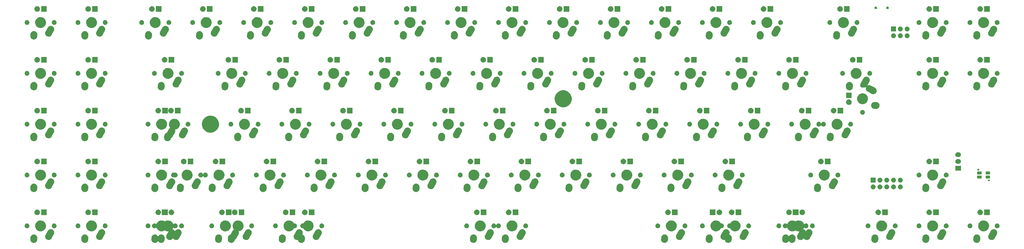
<source format=gts>
G04 #@! TF.FileFunction,Soldermask,Top*
%FSLAX46Y46*%
G04 Gerber Fmt 4.6, Leading zero omitted, Abs format (unit mm)*
G04 Created by KiCad (PCBNEW 4.0.3-stable) date Sunday, November 27, 2016 'PMt' 05:54:45 PM*
%MOMM*%
%LPD*%
G01*
G04 APERTURE LIST*
%ADD10C,0.150000*%
G04 APERTURE END LIST*
D10*
G36*
X388369931Y-108024949D02*
X388369947Y-108024955D01*
X388369980Y-108024961D01*
X388604864Y-108115595D01*
X388817671Y-108250125D01*
X389000293Y-108423428D01*
X389145777Y-108628901D01*
X389248581Y-108858719D01*
X389304787Y-109104130D01*
X389312257Y-109355782D01*
X389312108Y-109357973D01*
X389312108Y-109357985D01*
X389296917Y-109580803D01*
X389271769Y-109949694D01*
X389270418Y-109967655D01*
X389225402Y-110215361D01*
X389133132Y-110449607D01*
X388997118Y-110661469D01*
X388822546Y-110842879D01*
X388616061Y-110986925D01*
X388385531Y-111088121D01*
X388139734Y-111142613D01*
X388139694Y-111142614D01*
X388139685Y-111142616D01*
X387888032Y-111148327D01*
X387640069Y-111105051D01*
X387640057Y-111105047D01*
X387640020Y-111105040D01*
X387405136Y-111014405D01*
X387192329Y-110879875D01*
X387009706Y-110706573D01*
X386864223Y-110501099D01*
X386761419Y-110271281D01*
X386705213Y-110025871D01*
X386697743Y-109774218D01*
X386697892Y-109772027D01*
X386697892Y-109772015D01*
X386726719Y-109349178D01*
X386738231Y-109180307D01*
X386739582Y-109162346D01*
X386784598Y-108914639D01*
X386876868Y-108680393D01*
X387012882Y-108468531D01*
X387187454Y-108287122D01*
X387393939Y-108143076D01*
X387624469Y-108041880D01*
X387870266Y-107987387D01*
X387870306Y-107987386D01*
X387870315Y-107987384D01*
X388121968Y-107981673D01*
X388369931Y-108024949D01*
X388369931Y-108024949D01*
G37*
G36*
X369319931Y-108024949D02*
X369319947Y-108024955D01*
X369319980Y-108024961D01*
X369554864Y-108115595D01*
X369767671Y-108250125D01*
X369950293Y-108423428D01*
X370095777Y-108628901D01*
X370198581Y-108858719D01*
X370254787Y-109104130D01*
X370262257Y-109355782D01*
X370262108Y-109357973D01*
X370262108Y-109357985D01*
X370246917Y-109580803D01*
X370221769Y-109949694D01*
X370220418Y-109967655D01*
X370175402Y-110215361D01*
X370083132Y-110449607D01*
X369947118Y-110661469D01*
X369772546Y-110842879D01*
X369566061Y-110986925D01*
X369335531Y-111088121D01*
X369089734Y-111142613D01*
X369089694Y-111142614D01*
X369089685Y-111142616D01*
X368838032Y-111148327D01*
X368590069Y-111105051D01*
X368590057Y-111105047D01*
X368590020Y-111105040D01*
X368355136Y-111014405D01*
X368142329Y-110879875D01*
X367959706Y-110706573D01*
X367814223Y-110501099D01*
X367711419Y-110271281D01*
X367655213Y-110025871D01*
X367647743Y-109774218D01*
X367647892Y-109772027D01*
X367647892Y-109772015D01*
X367676719Y-109349178D01*
X367688231Y-109180307D01*
X367689582Y-109162346D01*
X367734598Y-108914639D01*
X367826868Y-108680393D01*
X367962882Y-108468531D01*
X368137454Y-108287122D01*
X368343939Y-108143076D01*
X368574469Y-108041880D01*
X368820266Y-107987387D01*
X368820306Y-107987386D01*
X368820315Y-107987384D01*
X369071968Y-107981673D01*
X369319931Y-108024949D01*
X369319931Y-108024949D01*
G37*
G36*
X350269931Y-108024949D02*
X350269947Y-108024955D01*
X350269980Y-108024961D01*
X350504864Y-108115595D01*
X350717671Y-108250125D01*
X350900293Y-108423428D01*
X351045777Y-108628901D01*
X351148581Y-108858719D01*
X351204787Y-109104130D01*
X351212257Y-109355782D01*
X351212108Y-109357973D01*
X351212108Y-109357985D01*
X351196917Y-109580803D01*
X351171769Y-109949694D01*
X351170418Y-109967655D01*
X351125402Y-110215361D01*
X351033132Y-110449607D01*
X350897118Y-110661469D01*
X350722546Y-110842879D01*
X350516061Y-110986925D01*
X350285531Y-111088121D01*
X350039734Y-111142613D01*
X350039694Y-111142614D01*
X350039685Y-111142616D01*
X349788032Y-111148327D01*
X349540069Y-111105051D01*
X349540057Y-111105047D01*
X349540020Y-111105040D01*
X349305136Y-111014405D01*
X349092329Y-110879875D01*
X348909706Y-110706573D01*
X348764223Y-110501099D01*
X348661419Y-110271281D01*
X348605213Y-110025871D01*
X348597743Y-109774218D01*
X348597892Y-109772027D01*
X348597892Y-109772015D01*
X348626719Y-109349178D01*
X348638231Y-109180307D01*
X348639582Y-109162346D01*
X348684598Y-108914639D01*
X348776868Y-108680393D01*
X348912882Y-108468531D01*
X349087454Y-108287122D01*
X349293939Y-108143076D01*
X349524469Y-108041880D01*
X349770266Y-107987387D01*
X349770306Y-107987386D01*
X349770315Y-107987384D01*
X350021968Y-107981673D01*
X350269931Y-108024949D01*
X350269931Y-108024949D01*
G37*
G36*
X319313681Y-108024949D02*
X319313697Y-108024955D01*
X319313730Y-108024961D01*
X319548614Y-108115595D01*
X319761421Y-108250125D01*
X319944043Y-108423428D01*
X320089527Y-108628901D01*
X320192331Y-108858719D01*
X320248537Y-109104130D01*
X320256007Y-109355782D01*
X320255858Y-109357973D01*
X320255858Y-109357985D01*
X320240667Y-109580803D01*
X320215519Y-109949694D01*
X320214168Y-109967655D01*
X320169152Y-110215361D01*
X320076882Y-110449607D01*
X319940868Y-110661469D01*
X319766296Y-110842879D01*
X319559811Y-110986925D01*
X319329281Y-111088121D01*
X319083484Y-111142613D01*
X319083444Y-111142614D01*
X319083435Y-111142616D01*
X318831782Y-111148327D01*
X318583819Y-111105051D01*
X318583807Y-111105047D01*
X318583770Y-111105040D01*
X318348886Y-111014405D01*
X318136079Y-110879875D01*
X317953456Y-110706573D01*
X317807973Y-110501099D01*
X317785517Y-110450899D01*
X317778493Y-110439740D01*
X317767977Y-110430392D01*
X317755274Y-110424344D01*
X317741388Y-110422075D01*
X317727420Y-110423764D01*
X317714476Y-110429277D01*
X317703580Y-110438178D01*
X317698669Y-110446014D01*
X317698048Y-110445616D01*
X317695864Y-110449018D01*
X317695632Y-110449607D01*
X317559618Y-110661469D01*
X317385046Y-110842879D01*
X317178561Y-110986925D01*
X316948031Y-111088121D01*
X316702234Y-111142613D01*
X316702194Y-111142614D01*
X316702185Y-111142616D01*
X316450532Y-111148327D01*
X316202569Y-111105051D01*
X316202557Y-111105047D01*
X316202520Y-111105040D01*
X315967636Y-111014405D01*
X315754829Y-110879875D01*
X315572206Y-110706573D01*
X315426723Y-110501099D01*
X315323919Y-110271281D01*
X315267713Y-110025871D01*
X315260243Y-109774218D01*
X315260392Y-109772027D01*
X315260392Y-109772015D01*
X315289219Y-109349178D01*
X315300731Y-109180307D01*
X315302082Y-109162346D01*
X315347098Y-108914639D01*
X315439368Y-108680393D01*
X315575382Y-108468531D01*
X315749954Y-108287122D01*
X315956439Y-108143076D01*
X316186969Y-108041880D01*
X316432766Y-107987387D01*
X316432806Y-107987386D01*
X316432815Y-107987384D01*
X316684468Y-107981673D01*
X316932431Y-108024949D01*
X316932447Y-108024955D01*
X316932480Y-108024961D01*
X317167364Y-108115595D01*
X317380171Y-108250125D01*
X317562793Y-108423428D01*
X317708277Y-108628901D01*
X317730733Y-108679101D01*
X317737757Y-108690260D01*
X317748273Y-108699607D01*
X317760976Y-108705656D01*
X317774861Y-108707925D01*
X317788829Y-108706236D01*
X317801774Y-108700723D01*
X317812670Y-108691822D01*
X317817581Y-108683986D01*
X317818202Y-108684384D01*
X317820386Y-108680982D01*
X317820618Y-108680393D01*
X317956632Y-108468531D01*
X318131204Y-108287122D01*
X318337689Y-108143076D01*
X318568219Y-108041880D01*
X318814016Y-107987387D01*
X318814056Y-107987386D01*
X318814065Y-107987384D01*
X319065718Y-107981673D01*
X319313681Y-108024949D01*
X319313681Y-108024949D01*
G37*
G36*
X294486274Y-106025812D02*
X294731928Y-106080946D01*
X294731958Y-106080959D01*
X294731970Y-106080962D01*
X294962189Y-106182741D01*
X295168259Y-106327300D01*
X295168268Y-106327310D01*
X295168300Y-106327332D01*
X295342397Y-106509197D01*
X295477855Y-106721415D01*
X295569513Y-106955901D01*
X295613880Y-107203724D01*
X295609266Y-107455446D01*
X295555848Y-107701478D01*
X295455659Y-107932448D01*
X295446971Y-107948090D01*
X295441940Y-107961223D01*
X295440766Y-107975243D01*
X295443545Y-107989036D01*
X295450056Y-108001508D01*
X295459785Y-108011672D01*
X295471960Y-108018724D01*
X295482087Y-108021618D01*
X295501185Y-108024951D01*
X295501195Y-108024955D01*
X295501230Y-108024961D01*
X295736114Y-108115595D01*
X295948921Y-108250125D01*
X296131543Y-108423428D01*
X296277027Y-108628901D01*
X296379831Y-108858719D01*
X296436037Y-109104130D01*
X296443507Y-109355782D01*
X296443358Y-109357973D01*
X296443358Y-109357985D01*
X296428167Y-109580803D01*
X296403019Y-109949694D01*
X296401668Y-109967655D01*
X296356652Y-110215361D01*
X296264382Y-110449607D01*
X296128368Y-110661469D01*
X295953796Y-110842879D01*
X295747311Y-110986925D01*
X295516781Y-111088121D01*
X295270984Y-111142613D01*
X295270944Y-111142614D01*
X295270935Y-111142616D01*
X295019282Y-111148327D01*
X294771319Y-111105051D01*
X294771307Y-111105047D01*
X294771270Y-111105040D01*
X294536386Y-111014405D01*
X294323579Y-110879875D01*
X294140956Y-110706573D01*
X293995473Y-110501099D01*
X293892669Y-110271281D01*
X293847664Y-110074779D01*
X293843053Y-110062757D01*
X293834553Y-110051545D01*
X293823267Y-110043145D01*
X293810086Y-110038221D01*
X293791153Y-110037784D01*
X293600408Y-110070560D01*
X293348725Y-110064189D01*
X293103072Y-110009054D01*
X293103042Y-110009041D01*
X293103030Y-110009038D01*
X292872811Y-109907259D01*
X292666741Y-109762700D01*
X292666732Y-109762690D01*
X292666700Y-109762668D01*
X292492603Y-109580803D01*
X292357145Y-109368586D01*
X292265487Y-109134100D01*
X292221120Y-108886276D01*
X292225733Y-108634555D01*
X292279152Y-108388523D01*
X292379341Y-108157553D01*
X293200233Y-106679669D01*
X293200240Y-106679656D01*
X293200277Y-106679590D01*
X293208093Y-106665747D01*
X293208098Y-106665740D01*
X293209089Y-106663985D01*
X293355110Y-106458893D01*
X293538185Y-106286068D01*
X293751344Y-106152096D01*
X293986464Y-106062076D01*
X294234591Y-106019440D01*
X294486274Y-106025812D01*
X294486274Y-106025812D01*
G37*
G36*
X288357431Y-108024949D02*
X288357447Y-108024955D01*
X288357480Y-108024961D01*
X288592364Y-108115595D01*
X288805171Y-108250125D01*
X288987793Y-108423428D01*
X289133277Y-108628901D01*
X289236081Y-108858719D01*
X289292287Y-109104130D01*
X289299757Y-109355782D01*
X289299608Y-109357973D01*
X289299608Y-109357985D01*
X289284417Y-109580803D01*
X289259269Y-109949694D01*
X289257918Y-109967655D01*
X289212902Y-110215361D01*
X289120632Y-110449607D01*
X288984618Y-110661469D01*
X288810046Y-110842879D01*
X288603561Y-110986925D01*
X288373031Y-111088121D01*
X288127234Y-111142613D01*
X288127194Y-111142614D01*
X288127185Y-111142616D01*
X287875532Y-111148327D01*
X287627569Y-111105051D01*
X287627557Y-111105047D01*
X287627520Y-111105040D01*
X287392636Y-111014405D01*
X287179829Y-110879875D01*
X286997206Y-110706573D01*
X286851723Y-110501099D01*
X286748919Y-110271281D01*
X286692713Y-110025871D01*
X286685243Y-109774218D01*
X286685392Y-109772027D01*
X286685392Y-109772015D01*
X286714219Y-109349178D01*
X286725731Y-109180307D01*
X286727082Y-109162346D01*
X286772098Y-108914639D01*
X286864368Y-108680393D01*
X287000382Y-108468531D01*
X287174954Y-108287122D01*
X287381439Y-108143076D01*
X287611969Y-108041880D01*
X287857766Y-107987387D01*
X287857806Y-107987386D01*
X287857815Y-107987384D01*
X288109468Y-107981673D01*
X288357431Y-108024949D01*
X288357431Y-108024949D01*
G37*
G36*
X271688681Y-108024949D02*
X271688697Y-108024955D01*
X271688730Y-108024961D01*
X271923614Y-108115595D01*
X272136421Y-108250125D01*
X272319043Y-108423428D01*
X272464527Y-108628901D01*
X272567331Y-108858719D01*
X272623537Y-109104130D01*
X272631007Y-109355782D01*
X272630858Y-109357973D01*
X272630858Y-109357985D01*
X272615667Y-109580803D01*
X272590519Y-109949694D01*
X272589168Y-109967655D01*
X272544152Y-110215361D01*
X272451882Y-110449607D01*
X272315868Y-110661469D01*
X272141296Y-110842879D01*
X271934811Y-110986925D01*
X271704281Y-111088121D01*
X271458484Y-111142613D01*
X271458444Y-111142614D01*
X271458435Y-111142616D01*
X271206782Y-111148327D01*
X270958819Y-111105051D01*
X270958807Y-111105047D01*
X270958770Y-111105040D01*
X270723886Y-111014405D01*
X270511079Y-110879875D01*
X270328456Y-110706573D01*
X270182973Y-110501099D01*
X270080169Y-110271281D01*
X270023963Y-110025871D01*
X270016493Y-109774218D01*
X270016642Y-109772027D01*
X270016642Y-109772015D01*
X270045469Y-109349178D01*
X270056981Y-109180307D01*
X270058332Y-109162346D01*
X270103348Y-108914639D01*
X270195618Y-108680393D01*
X270331632Y-108468531D01*
X270506204Y-108287122D01*
X270712689Y-108143076D01*
X270943219Y-108041880D01*
X271189016Y-107987387D01*
X271189056Y-107987386D01*
X271189065Y-107987384D01*
X271440718Y-107981673D01*
X271688681Y-108024949D01*
X271688681Y-108024949D01*
G37*
G36*
X212157431Y-108024949D02*
X212157447Y-108024955D01*
X212157480Y-108024961D01*
X212392364Y-108115595D01*
X212605171Y-108250125D01*
X212787793Y-108423428D01*
X212933277Y-108628901D01*
X213036081Y-108858719D01*
X213092287Y-109104130D01*
X213099757Y-109355782D01*
X213099608Y-109357973D01*
X213099608Y-109357985D01*
X213084417Y-109580803D01*
X213059269Y-109949694D01*
X213057918Y-109967655D01*
X213012902Y-110215361D01*
X212920632Y-110449607D01*
X212784618Y-110661469D01*
X212610046Y-110842879D01*
X212403561Y-110986925D01*
X212173031Y-111088121D01*
X211927234Y-111142613D01*
X211927194Y-111142614D01*
X211927185Y-111142616D01*
X211675532Y-111148327D01*
X211427569Y-111105051D01*
X211427557Y-111105047D01*
X211427520Y-111105040D01*
X211192636Y-111014405D01*
X210979829Y-110879875D01*
X210797206Y-110706573D01*
X210651723Y-110501099D01*
X210548919Y-110271281D01*
X210492713Y-110025871D01*
X210485243Y-109774218D01*
X210485392Y-109772027D01*
X210485392Y-109772015D01*
X210514219Y-109349178D01*
X210525731Y-109180307D01*
X210527082Y-109162346D01*
X210572098Y-108914639D01*
X210664368Y-108680393D01*
X210800382Y-108468531D01*
X210974954Y-108287122D01*
X211181439Y-108143076D01*
X211411969Y-108041880D01*
X211657766Y-107987387D01*
X211657806Y-107987386D01*
X211657815Y-107987384D01*
X211909468Y-107981673D01*
X212157431Y-108024949D01*
X212157431Y-108024949D01*
G37*
G36*
X200251181Y-108024949D02*
X200251197Y-108024955D01*
X200251230Y-108024961D01*
X200486114Y-108115595D01*
X200698921Y-108250125D01*
X200881543Y-108423428D01*
X201027027Y-108628901D01*
X201129831Y-108858719D01*
X201186037Y-109104130D01*
X201193507Y-109355782D01*
X201193358Y-109357973D01*
X201193358Y-109357985D01*
X201178167Y-109580803D01*
X201153019Y-109949694D01*
X201151668Y-109967655D01*
X201106652Y-110215361D01*
X201014382Y-110449607D01*
X200878368Y-110661469D01*
X200703796Y-110842879D01*
X200497311Y-110986925D01*
X200266781Y-111088121D01*
X200020984Y-111142613D01*
X200020944Y-111142614D01*
X200020935Y-111142616D01*
X199769282Y-111148327D01*
X199521319Y-111105051D01*
X199521307Y-111105047D01*
X199521270Y-111105040D01*
X199286386Y-111014405D01*
X199073579Y-110879875D01*
X198890956Y-110706573D01*
X198745473Y-110501099D01*
X198642669Y-110271281D01*
X198586463Y-110025871D01*
X198578993Y-109774218D01*
X198579142Y-109772027D01*
X198579142Y-109772015D01*
X198607969Y-109349178D01*
X198619481Y-109180307D01*
X198620832Y-109162346D01*
X198665848Y-108914639D01*
X198758118Y-108680393D01*
X198894132Y-108468531D01*
X199068704Y-108287122D01*
X199275189Y-108143076D01*
X199505719Y-108041880D01*
X199751516Y-107987387D01*
X199751556Y-107987386D01*
X199751565Y-107987384D01*
X200003218Y-107981673D01*
X200251181Y-108024949D01*
X200251181Y-108024949D01*
G37*
G36*
X134942524Y-106025812D02*
X135188178Y-106080946D01*
X135188208Y-106080959D01*
X135188220Y-106080962D01*
X135418439Y-106182741D01*
X135624509Y-106327300D01*
X135624518Y-106327310D01*
X135624550Y-106327332D01*
X135798647Y-106509197D01*
X135934105Y-106721415D01*
X136025763Y-106955901D01*
X136070130Y-107203724D01*
X136065516Y-107455446D01*
X136012098Y-107701478D01*
X135911909Y-107932448D01*
X135903221Y-107948090D01*
X135898190Y-107961223D01*
X135897016Y-107975243D01*
X135899795Y-107989036D01*
X135906306Y-108001508D01*
X135916035Y-108011672D01*
X135928210Y-108018724D01*
X135938337Y-108021618D01*
X135957435Y-108024951D01*
X135957445Y-108024955D01*
X135957480Y-108024961D01*
X136192364Y-108115595D01*
X136405171Y-108250125D01*
X136587793Y-108423428D01*
X136733277Y-108628901D01*
X136836081Y-108858719D01*
X136892287Y-109104130D01*
X136899757Y-109355782D01*
X136899608Y-109357973D01*
X136899608Y-109357985D01*
X136884417Y-109580803D01*
X136859269Y-109949694D01*
X136857918Y-109967655D01*
X136812902Y-110215361D01*
X136720632Y-110449607D01*
X136584618Y-110661469D01*
X136410046Y-110842879D01*
X136203561Y-110986925D01*
X135973031Y-111088121D01*
X135727234Y-111142613D01*
X135727194Y-111142614D01*
X135727185Y-111142616D01*
X135475532Y-111148327D01*
X135227569Y-111105051D01*
X135227557Y-111105047D01*
X135227520Y-111105040D01*
X134992636Y-111014405D01*
X134779829Y-110879875D01*
X134597206Y-110706573D01*
X134451723Y-110501099D01*
X134348919Y-110271281D01*
X134303914Y-110074779D01*
X134299303Y-110062757D01*
X134290803Y-110051545D01*
X134279517Y-110043145D01*
X134266336Y-110038221D01*
X134247403Y-110037784D01*
X134056658Y-110070560D01*
X133804975Y-110064189D01*
X133559322Y-110009054D01*
X133559292Y-110009041D01*
X133559280Y-110009038D01*
X133329061Y-109907259D01*
X133122991Y-109762700D01*
X133122982Y-109762690D01*
X133122950Y-109762668D01*
X132948853Y-109580803D01*
X132813395Y-109368586D01*
X132721737Y-109134100D01*
X132677370Y-108886276D01*
X132681983Y-108634555D01*
X132735402Y-108388523D01*
X132835591Y-108157553D01*
X133656483Y-106679669D01*
X133656490Y-106679656D01*
X133656527Y-106679590D01*
X133664343Y-106665747D01*
X133664348Y-106665740D01*
X133665339Y-106663985D01*
X133811360Y-106458893D01*
X133994435Y-106286068D01*
X134207594Y-106152096D01*
X134442714Y-106062076D01*
X134690841Y-106019440D01*
X134942524Y-106025812D01*
X134942524Y-106025812D01*
G37*
G36*
X35944931Y-108024949D02*
X35944947Y-108024955D01*
X35944980Y-108024961D01*
X36179864Y-108115595D01*
X36392671Y-108250125D01*
X36575293Y-108423428D01*
X36720777Y-108628901D01*
X36823581Y-108858719D01*
X36879787Y-109104130D01*
X36887257Y-109355782D01*
X36887108Y-109357973D01*
X36887108Y-109357985D01*
X36871917Y-109580803D01*
X36846769Y-109949694D01*
X36845418Y-109967655D01*
X36800402Y-110215361D01*
X36708132Y-110449607D01*
X36572118Y-110661469D01*
X36397546Y-110842879D01*
X36191061Y-110986925D01*
X35960531Y-111088121D01*
X35714734Y-111142613D01*
X35714694Y-111142614D01*
X35714685Y-111142616D01*
X35463032Y-111148327D01*
X35215069Y-111105051D01*
X35215057Y-111105047D01*
X35215020Y-111105040D01*
X34980136Y-111014405D01*
X34767329Y-110879875D01*
X34584706Y-110706573D01*
X34439223Y-110501099D01*
X34336419Y-110271281D01*
X34280213Y-110025871D01*
X34272743Y-109774218D01*
X34272892Y-109772027D01*
X34272892Y-109772015D01*
X34301719Y-109349178D01*
X34313231Y-109180307D01*
X34314582Y-109162346D01*
X34359598Y-108914639D01*
X34451868Y-108680393D01*
X34587882Y-108468531D01*
X34762454Y-108287122D01*
X34968939Y-108143076D01*
X35199469Y-108041880D01*
X35445266Y-107987387D01*
X35445306Y-107987386D01*
X35445315Y-107987384D01*
X35696968Y-107981673D01*
X35944931Y-108024949D01*
X35944931Y-108024949D01*
G37*
G36*
X128813681Y-108024949D02*
X128813697Y-108024955D01*
X128813730Y-108024961D01*
X129048614Y-108115595D01*
X129261421Y-108250125D01*
X129444043Y-108423428D01*
X129589527Y-108628901D01*
X129692331Y-108858719D01*
X129748537Y-109104130D01*
X129756007Y-109355782D01*
X129755858Y-109357973D01*
X129755858Y-109357985D01*
X129740667Y-109580803D01*
X129715519Y-109949694D01*
X129714168Y-109967655D01*
X129669152Y-110215361D01*
X129576882Y-110449607D01*
X129440868Y-110661469D01*
X129266296Y-110842879D01*
X129059811Y-110986925D01*
X128829281Y-111088121D01*
X128583484Y-111142613D01*
X128583444Y-111142614D01*
X128583435Y-111142616D01*
X128331782Y-111148327D01*
X128083819Y-111105051D01*
X128083807Y-111105047D01*
X128083770Y-111105040D01*
X127848886Y-111014405D01*
X127636079Y-110879875D01*
X127453456Y-110706573D01*
X127307973Y-110501099D01*
X127205169Y-110271281D01*
X127148963Y-110025871D01*
X127141493Y-109774218D01*
X127141642Y-109772027D01*
X127141642Y-109772015D01*
X127170469Y-109349178D01*
X127181981Y-109180307D01*
X127183332Y-109162346D01*
X127228348Y-108914639D01*
X127320618Y-108680393D01*
X127456632Y-108468531D01*
X127631204Y-108287122D01*
X127837689Y-108143076D01*
X128068219Y-108041880D01*
X128314016Y-107987387D01*
X128314056Y-107987386D01*
X128314065Y-107987384D01*
X128565718Y-107981673D01*
X128813681Y-108024949D01*
X128813681Y-108024949D01*
G37*
G36*
X112132379Y-102742448D02*
X112523104Y-102822653D01*
X112890804Y-102977219D01*
X113221483Y-103200265D01*
X113502542Y-103483293D01*
X113723274Y-103815519D01*
X113875270Y-104184290D01*
X113952676Y-104575222D01*
X113952676Y-104575231D01*
X113952742Y-104575565D01*
X113946380Y-105031149D01*
X113946304Y-105031483D01*
X113946304Y-105031495D01*
X113858015Y-105420105D01*
X113695779Y-105784492D01*
X113465859Y-106110426D01*
X113177004Y-106385498D01*
X112840231Y-106599220D01*
X112468354Y-106743463D01*
X112212080Y-106788650D01*
X112198705Y-106793018D01*
X112187078Y-106800939D01*
X112178117Y-106811786D01*
X112172533Y-106824701D01*
X112170768Y-106838659D01*
X112174136Y-106855804D01*
X112213263Y-106955901D01*
X112257630Y-107203724D01*
X112253016Y-107455446D01*
X112199598Y-107701478D01*
X112099409Y-107932448D01*
X111306331Y-109360256D01*
X111278473Y-109410410D01*
X111270657Y-109424253D01*
X111270652Y-109424260D01*
X111269661Y-109426015D01*
X111123640Y-109631108D01*
X110940564Y-109803932D01*
X110727406Y-109937904D01*
X110690811Y-109951915D01*
X110679020Y-109958461D01*
X110669108Y-109968447D01*
X110662371Y-109980799D01*
X110660634Y-109987101D01*
X110619152Y-110215361D01*
X110526882Y-110449607D01*
X110390868Y-110661469D01*
X110216296Y-110842879D01*
X110009811Y-110986925D01*
X109779281Y-111088121D01*
X109533484Y-111142613D01*
X109533444Y-111142614D01*
X109533435Y-111142616D01*
X109281782Y-111148327D01*
X109033819Y-111105051D01*
X109033807Y-111105047D01*
X109033770Y-111105040D01*
X108798886Y-111014405D01*
X108586079Y-110879875D01*
X108403456Y-110706573D01*
X108257973Y-110501099D01*
X108155169Y-110271281D01*
X108098963Y-110025871D01*
X108091493Y-109774218D01*
X108091642Y-109772027D01*
X108091642Y-109772015D01*
X108120469Y-109349178D01*
X108131981Y-109180307D01*
X108133332Y-109162346D01*
X108178348Y-108914639D01*
X108270618Y-108680393D01*
X108406632Y-108468531D01*
X108581204Y-108287122D01*
X108787689Y-108143076D01*
X109018219Y-108041880D01*
X109075131Y-108029263D01*
X109088253Y-108024333D01*
X109099524Y-108015912D01*
X109107964Y-108004753D01*
X109843983Y-106679669D01*
X109843990Y-106679656D01*
X109844027Y-106679590D01*
X109851843Y-106665747D01*
X109851848Y-106665740D01*
X109852839Y-106663985D01*
X109998860Y-106458893D01*
X110181935Y-106286068D01*
X110359828Y-106174261D01*
X110369911Y-106165728D01*
X110377694Y-106154008D01*
X110381904Y-106140582D01*
X110382207Y-106126516D01*
X110378579Y-106112922D01*
X110368531Y-106097751D01*
X110317076Y-106044468D01*
X110101008Y-105709196D01*
X109954174Y-105338335D01*
X109882169Y-104946013D01*
X109887739Y-104547184D01*
X109970667Y-104157034D01*
X110127800Y-103790417D01*
X110353148Y-103461304D01*
X110638131Y-103182228D01*
X110971890Y-102963822D01*
X111341715Y-102814403D01*
X111733516Y-102739663D01*
X112132379Y-102742448D01*
X112132379Y-102742448D01*
G37*
G36*
X105001181Y-108024949D02*
X105001197Y-108024955D01*
X105001230Y-108024961D01*
X105236114Y-108115595D01*
X105448921Y-108250125D01*
X105631543Y-108423428D01*
X105777027Y-108628901D01*
X105879831Y-108858719D01*
X105936037Y-109104130D01*
X105943507Y-109355782D01*
X105943358Y-109357973D01*
X105943358Y-109357985D01*
X105928167Y-109580803D01*
X105903019Y-109949694D01*
X105901668Y-109967655D01*
X105856652Y-110215361D01*
X105764382Y-110449607D01*
X105628368Y-110661469D01*
X105453796Y-110842879D01*
X105247311Y-110986925D01*
X105016781Y-111088121D01*
X104770984Y-111142613D01*
X104770944Y-111142614D01*
X104770935Y-111142616D01*
X104519282Y-111148327D01*
X104271319Y-111105051D01*
X104271307Y-111105047D01*
X104271270Y-111105040D01*
X104036386Y-111014405D01*
X103823579Y-110879875D01*
X103640956Y-110706573D01*
X103495473Y-110501099D01*
X103392669Y-110271281D01*
X103336463Y-110025871D01*
X103328993Y-109774218D01*
X103329142Y-109772027D01*
X103329142Y-109772015D01*
X103357969Y-109349178D01*
X103369481Y-109180307D01*
X103370832Y-109162346D01*
X103415848Y-108914639D01*
X103508118Y-108680393D01*
X103644132Y-108468531D01*
X103818704Y-108287122D01*
X104025189Y-108143076D01*
X104255719Y-108041880D01*
X104501516Y-107987387D01*
X104501556Y-107987386D01*
X104501565Y-107987384D01*
X104753218Y-107981673D01*
X105001181Y-108024949D01*
X105001181Y-108024949D01*
G37*
G36*
X54994931Y-108024949D02*
X54994947Y-108024955D01*
X54994980Y-108024961D01*
X55229864Y-108115595D01*
X55442671Y-108250125D01*
X55625293Y-108423428D01*
X55770777Y-108628901D01*
X55873581Y-108858719D01*
X55929787Y-109104130D01*
X55937257Y-109355782D01*
X55937108Y-109357973D01*
X55937108Y-109357985D01*
X55921917Y-109580803D01*
X55896769Y-109949694D01*
X55895418Y-109967655D01*
X55850402Y-110215361D01*
X55758132Y-110449607D01*
X55622118Y-110661469D01*
X55447546Y-110842879D01*
X55241061Y-110986925D01*
X55010531Y-111088121D01*
X54764734Y-111142613D01*
X54764694Y-111142614D01*
X54764685Y-111142616D01*
X54513032Y-111148327D01*
X54265069Y-111105051D01*
X54265057Y-111105047D01*
X54265020Y-111105040D01*
X54030136Y-111014405D01*
X53817329Y-110879875D01*
X53634706Y-110706573D01*
X53489223Y-110501099D01*
X53386419Y-110271281D01*
X53330213Y-110025871D01*
X53322743Y-109774218D01*
X53322892Y-109772027D01*
X53322892Y-109772015D01*
X53351719Y-109349178D01*
X53363231Y-109180307D01*
X53364582Y-109162346D01*
X53409598Y-108914639D01*
X53501868Y-108680393D01*
X53637882Y-108468531D01*
X53812454Y-108287122D01*
X54018939Y-108143076D01*
X54249469Y-108041880D01*
X54495266Y-107987387D01*
X54495306Y-107987386D01*
X54495315Y-107987384D01*
X54746968Y-107981673D01*
X54994931Y-108024949D01*
X54994931Y-108024949D01*
G37*
G36*
X83569931Y-108024949D02*
X83569947Y-108024955D01*
X83569980Y-108024961D01*
X83804864Y-108115595D01*
X84017671Y-108250125D01*
X84200293Y-108423428D01*
X84345777Y-108628901D01*
X84448581Y-108858719D01*
X84504787Y-109104130D01*
X84512257Y-109355782D01*
X84512108Y-109357973D01*
X84512108Y-109357985D01*
X84496917Y-109580803D01*
X84471769Y-109949694D01*
X84470418Y-109967655D01*
X84425402Y-110215361D01*
X84333132Y-110449607D01*
X84197118Y-110661469D01*
X84022546Y-110842879D01*
X83816061Y-110986925D01*
X83585531Y-111088121D01*
X83339734Y-111142613D01*
X83339694Y-111142614D01*
X83339685Y-111142616D01*
X83088032Y-111148327D01*
X82840069Y-111105051D01*
X82840057Y-111105047D01*
X82840020Y-111105040D01*
X82605136Y-111014405D01*
X82392329Y-110879875D01*
X82209706Y-110706573D01*
X82064223Y-110501099D01*
X82041767Y-110450899D01*
X82034743Y-110439740D01*
X82024227Y-110430392D01*
X82011524Y-110424344D01*
X81997638Y-110422075D01*
X81983670Y-110423764D01*
X81970726Y-110429277D01*
X81959830Y-110438178D01*
X81954919Y-110446014D01*
X81954298Y-110445616D01*
X81952114Y-110449018D01*
X81951882Y-110449607D01*
X81815868Y-110661469D01*
X81641296Y-110842879D01*
X81434811Y-110986925D01*
X81204281Y-111088121D01*
X80958484Y-111142613D01*
X80958444Y-111142614D01*
X80958435Y-111142616D01*
X80706782Y-111148327D01*
X80458819Y-111105051D01*
X80458807Y-111105047D01*
X80458770Y-111105040D01*
X80223886Y-111014405D01*
X80011079Y-110879875D01*
X79828456Y-110706573D01*
X79682973Y-110501099D01*
X79580169Y-110271281D01*
X79523963Y-110025871D01*
X79516493Y-109774218D01*
X79516642Y-109772027D01*
X79516642Y-109772015D01*
X79545469Y-109349178D01*
X79556981Y-109180307D01*
X79558332Y-109162346D01*
X79603348Y-108914639D01*
X79695618Y-108680393D01*
X79831632Y-108468531D01*
X80006204Y-108287122D01*
X80212689Y-108143076D01*
X80443219Y-108041880D01*
X80689016Y-107987387D01*
X80689056Y-107987386D01*
X80689065Y-107987384D01*
X80940718Y-107981673D01*
X81188681Y-108024949D01*
X81188697Y-108024955D01*
X81188730Y-108024961D01*
X81423614Y-108115595D01*
X81636421Y-108250125D01*
X81819043Y-108423428D01*
X81964527Y-108628901D01*
X81986983Y-108679101D01*
X81994007Y-108690260D01*
X82004523Y-108699607D01*
X82017226Y-108705656D01*
X82031111Y-108707925D01*
X82045079Y-108706236D01*
X82058024Y-108700723D01*
X82068920Y-108691822D01*
X82073831Y-108683986D01*
X82074452Y-108684384D01*
X82076636Y-108680982D01*
X82076868Y-108680393D01*
X82212882Y-108468531D01*
X82387454Y-108287122D01*
X82593939Y-108143076D01*
X82824469Y-108041880D01*
X83070266Y-107987387D01*
X83070306Y-107987386D01*
X83070315Y-107987384D01*
X83321968Y-107981673D01*
X83569931Y-108024949D01*
X83569931Y-108024949D01*
G37*
G36*
X42073774Y-106025812D02*
X42319428Y-106080946D01*
X42319458Y-106080959D01*
X42319470Y-106080962D01*
X42549689Y-106182741D01*
X42755759Y-106327300D01*
X42755768Y-106327310D01*
X42755800Y-106327332D01*
X42929897Y-106509197D01*
X43065355Y-106721415D01*
X43157013Y-106955901D01*
X43201380Y-107203724D01*
X43196766Y-107455446D01*
X43143348Y-107701478D01*
X43043159Y-107932448D01*
X42250081Y-109360256D01*
X42222223Y-109410410D01*
X42214407Y-109424253D01*
X42214402Y-109424260D01*
X42213411Y-109426015D01*
X42067390Y-109631108D01*
X41884314Y-109803932D01*
X41671156Y-109937904D01*
X41436036Y-110027924D01*
X41187908Y-110070560D01*
X40936225Y-110064189D01*
X40690572Y-110009054D01*
X40690542Y-110009041D01*
X40690530Y-110009038D01*
X40460311Y-109907259D01*
X40254241Y-109762700D01*
X40254232Y-109762690D01*
X40254200Y-109762668D01*
X40080103Y-109580803D01*
X39944645Y-109368586D01*
X39852987Y-109134100D01*
X39808620Y-108886276D01*
X39813233Y-108634555D01*
X39866652Y-108388523D01*
X39966841Y-108157553D01*
X40787733Y-106679669D01*
X40787740Y-106679656D01*
X40787777Y-106679590D01*
X40795593Y-106665747D01*
X40795598Y-106665740D01*
X40796589Y-106663985D01*
X40942610Y-106458893D01*
X41125685Y-106286068D01*
X41338844Y-106152096D01*
X41573964Y-106062076D01*
X41822091Y-106019440D01*
X42073774Y-106025812D01*
X42073774Y-106025812D01*
G37*
G36*
X85938629Y-102742448D02*
X86329354Y-102822653D01*
X86697054Y-102977219D01*
X87027733Y-103200265D01*
X87308792Y-103483293D01*
X87529524Y-103815519D01*
X87673991Y-104166024D01*
X87681129Y-104178148D01*
X87691363Y-104187803D01*
X87703881Y-104194226D01*
X87717693Y-104196906D01*
X87731705Y-104195633D01*
X87744807Y-104190506D01*
X87755201Y-104182694D01*
X87862804Y-104077321D01*
X88008999Y-103981654D01*
X88170993Y-103916204D01*
X88342611Y-103883466D01*
X88517325Y-103884686D01*
X88688475Y-103919818D01*
X88849536Y-103987522D01*
X88994383Y-104085222D01*
X89117495Y-104209198D01*
X89214183Y-104354723D01*
X89280758Y-104516250D01*
X89314628Y-104687298D01*
X89314628Y-104687313D01*
X89314693Y-104687642D01*
X89311907Y-104887200D01*
X89311831Y-104887534D01*
X89311831Y-104887545D01*
X89273201Y-105057574D01*
X89202138Y-105217185D01*
X89101427Y-105359953D01*
X88974898Y-105480444D01*
X88827385Y-105574058D01*
X88664491Y-105637241D01*
X88492432Y-105667580D01*
X88317755Y-105663921D01*
X88147110Y-105626402D01*
X87987008Y-105556455D01*
X87843542Y-105456743D01*
X87755908Y-105365995D01*
X87744808Y-105357350D01*
X87731738Y-105352140D01*
X87717735Y-105350777D01*
X87703906Y-105353369D01*
X87691347Y-105359711D01*
X87681052Y-105369301D01*
X87673836Y-105381379D01*
X87671184Y-105389650D01*
X87664264Y-105420106D01*
X87502029Y-105784492D01*
X87373018Y-105967377D01*
X87366606Y-105979901D01*
X87363937Y-105993715D01*
X87365222Y-106007726D01*
X87370359Y-106020824D01*
X87378943Y-106031972D01*
X87390292Y-106040288D01*
X87402886Y-106044970D01*
X87563178Y-106080946D01*
X87563208Y-106080959D01*
X87563220Y-106080962D01*
X87793439Y-106182741D01*
X87999509Y-106327300D01*
X87999518Y-106327310D01*
X87999550Y-106327332D01*
X88173647Y-106509197D01*
X88307092Y-106718262D01*
X88316137Y-106728800D01*
X88327912Y-106736501D01*
X88341366Y-106740617D01*
X88355434Y-106740822D01*
X88369002Y-106737099D01*
X88380996Y-106729744D01*
X88392830Y-106715501D01*
X88412777Y-106679590D01*
X88420593Y-106665747D01*
X88420598Y-106665740D01*
X88421589Y-106663985D01*
X88567610Y-106458893D01*
X88750685Y-106286068D01*
X88963844Y-106152096D01*
X89198964Y-106062076D01*
X89447091Y-106019440D01*
X89698774Y-106025812D01*
X89944428Y-106080946D01*
X89944458Y-106080959D01*
X89944470Y-106080962D01*
X90174689Y-106182741D01*
X90380759Y-106327300D01*
X90380768Y-106327310D01*
X90380800Y-106327332D01*
X90554897Y-106509197D01*
X90690355Y-106721415D01*
X90782013Y-106955901D01*
X90826380Y-107203724D01*
X90821766Y-107455446D01*
X90768348Y-107701478D01*
X90668159Y-107932448D01*
X89875081Y-109360256D01*
X89847223Y-109410410D01*
X89839407Y-109424253D01*
X89839402Y-109424260D01*
X89838411Y-109426015D01*
X89692390Y-109631108D01*
X89509314Y-109803932D01*
X89296156Y-109937904D01*
X89061036Y-110027924D01*
X88812908Y-110070560D01*
X88561225Y-110064189D01*
X88315572Y-110009054D01*
X88315542Y-110009041D01*
X88315530Y-110009038D01*
X88085311Y-109907259D01*
X87879241Y-109762700D01*
X87879232Y-109762690D01*
X87879200Y-109762668D01*
X87705103Y-109580803D01*
X87571655Y-109371735D01*
X87562613Y-109361200D01*
X87550838Y-109353499D01*
X87537384Y-109349383D01*
X87523316Y-109349178D01*
X87509748Y-109352901D01*
X87497754Y-109360256D01*
X87485920Y-109374499D01*
X87465973Y-109410410D01*
X87458157Y-109424253D01*
X87458152Y-109424260D01*
X87457161Y-109426015D01*
X87311140Y-109631108D01*
X87128064Y-109803932D01*
X86914906Y-109937904D01*
X86679786Y-110027924D01*
X86431658Y-110070560D01*
X86179975Y-110064189D01*
X85934322Y-110009054D01*
X85934292Y-110009041D01*
X85934280Y-110009038D01*
X85704061Y-109907259D01*
X85497991Y-109762700D01*
X85497982Y-109762690D01*
X85497950Y-109762668D01*
X85323853Y-109580803D01*
X85188395Y-109368586D01*
X85096737Y-109134100D01*
X85052370Y-108886276D01*
X85056983Y-108634555D01*
X85110402Y-108388523D01*
X85210591Y-108157553D01*
X85916420Y-106886821D01*
X85921452Y-106873685D01*
X85922626Y-106859665D01*
X85919847Y-106845872D01*
X85913336Y-106833400D01*
X85903608Y-106823235D01*
X85891433Y-106816183D01*
X85873756Y-106812556D01*
X85483015Y-106804372D01*
X85093445Y-106718719D01*
X84727937Y-106559032D01*
X84564597Y-106445508D01*
X84552029Y-106439183D01*
X84538196Y-106436611D01*
X84524195Y-106437994D01*
X84509270Y-106444349D01*
X84265231Y-106599220D01*
X83893354Y-106743463D01*
X83500547Y-106812724D01*
X83101765Y-106804372D01*
X82712195Y-106718719D01*
X82346687Y-106559032D01*
X82019157Y-106331393D01*
X81742076Y-106044468D01*
X81526008Y-105709196D01*
X81397209Y-105383886D01*
X81390240Y-105371663D01*
X81380143Y-105361866D01*
X81367715Y-105355269D01*
X81353942Y-105352396D01*
X81339914Y-105353474D01*
X81326741Y-105358417D01*
X81316239Y-105366083D01*
X81196148Y-105480444D01*
X81048635Y-105574058D01*
X80885741Y-105637241D01*
X80713682Y-105667580D01*
X80539005Y-105663921D01*
X80368360Y-105626402D01*
X80208258Y-105556455D01*
X80064792Y-105456743D01*
X79943423Y-105331062D01*
X79848778Y-105184203D01*
X79784461Y-105021758D01*
X79752921Y-104849907D01*
X79755361Y-104675210D01*
X79791685Y-104504315D01*
X79860515Y-104343725D01*
X79959223Y-104199565D01*
X80084054Y-104077321D01*
X80230249Y-103981654D01*
X80392243Y-103916204D01*
X80563861Y-103883466D01*
X80738575Y-103884686D01*
X80909725Y-103919818D01*
X81070786Y-103987522D01*
X81215633Y-104085222D01*
X81311339Y-104181599D01*
X81322559Y-104190088D01*
X81335700Y-104195115D01*
X81349721Y-104196283D01*
X81363512Y-104193498D01*
X81375982Y-104186981D01*
X81386142Y-104177248D01*
X81393188Y-104165070D01*
X81395579Y-104157241D01*
X81552800Y-103790417D01*
X81778148Y-103461304D01*
X82063131Y-103182228D01*
X82396890Y-102963822D01*
X82766715Y-102814403D01*
X83158516Y-102739663D01*
X83557379Y-102742448D01*
X83948104Y-102822653D01*
X84315804Y-102977219D01*
X84505849Y-103105406D01*
X84518504Y-103111554D01*
X84532371Y-103113933D01*
X84546352Y-103112355D01*
X84561187Y-103105792D01*
X84778140Y-102963822D01*
X85147965Y-102814403D01*
X85539766Y-102739663D01*
X85938629Y-102742448D01*
X85938629Y-102742448D01*
G37*
G36*
X206380024Y-106025812D02*
X206625678Y-106080946D01*
X206625708Y-106080959D01*
X206625720Y-106080962D01*
X206855939Y-106182741D01*
X207062009Y-106327300D01*
X207062018Y-106327310D01*
X207062050Y-106327332D01*
X207236147Y-106509197D01*
X207371605Y-106721415D01*
X207463263Y-106955901D01*
X207507630Y-107203724D01*
X207503016Y-107455446D01*
X207449598Y-107701478D01*
X207349409Y-107932448D01*
X206556331Y-109360256D01*
X206528473Y-109410410D01*
X206520657Y-109424253D01*
X206520652Y-109424260D01*
X206519661Y-109426015D01*
X206373640Y-109631108D01*
X206190564Y-109803932D01*
X205977406Y-109937904D01*
X205742286Y-110027924D01*
X205494158Y-110070560D01*
X205242475Y-110064189D01*
X204996822Y-110009054D01*
X204996792Y-110009041D01*
X204996780Y-110009038D01*
X204766561Y-109907259D01*
X204560491Y-109762700D01*
X204560482Y-109762690D01*
X204560450Y-109762668D01*
X204386353Y-109580803D01*
X204250895Y-109368586D01*
X204159237Y-109134100D01*
X204114870Y-108886276D01*
X204119483Y-108634555D01*
X204172902Y-108388523D01*
X204273091Y-108157553D01*
X205093983Y-106679669D01*
X205093990Y-106679656D01*
X205094027Y-106679590D01*
X205101843Y-106665747D01*
X205101848Y-106665740D01*
X205102839Y-106663985D01*
X205248860Y-106458893D01*
X205431935Y-106286068D01*
X205645094Y-106152096D01*
X205880214Y-106062076D01*
X206128341Y-106019440D01*
X206380024Y-106025812D01*
X206380024Y-106025812D01*
G37*
G36*
X61123774Y-106025812D02*
X61369428Y-106080946D01*
X61369458Y-106080959D01*
X61369470Y-106080962D01*
X61599689Y-106182741D01*
X61805759Y-106327300D01*
X61805768Y-106327310D01*
X61805800Y-106327332D01*
X61979897Y-106509197D01*
X62115355Y-106721415D01*
X62207013Y-106955901D01*
X62251380Y-107203724D01*
X62246766Y-107455446D01*
X62193348Y-107701478D01*
X62093159Y-107932448D01*
X61300081Y-109360256D01*
X61272223Y-109410410D01*
X61264407Y-109424253D01*
X61264402Y-109424260D01*
X61263411Y-109426015D01*
X61117390Y-109631108D01*
X60934314Y-109803932D01*
X60721156Y-109937904D01*
X60486036Y-110027924D01*
X60237908Y-110070560D01*
X59986225Y-110064189D01*
X59740572Y-110009054D01*
X59740542Y-110009041D01*
X59740530Y-110009038D01*
X59510311Y-109907259D01*
X59304241Y-109762700D01*
X59304232Y-109762690D01*
X59304200Y-109762668D01*
X59130103Y-109580803D01*
X58994645Y-109368586D01*
X58902987Y-109134100D01*
X58858620Y-108886276D01*
X58863233Y-108634555D01*
X58916652Y-108388523D01*
X59016841Y-108157553D01*
X59837733Y-106679669D01*
X59837740Y-106679656D01*
X59837777Y-106679590D01*
X59845593Y-106665747D01*
X59845598Y-106665740D01*
X59846589Y-106663985D01*
X59992610Y-106458893D01*
X60175685Y-106286068D01*
X60388844Y-106152096D01*
X60623964Y-106062076D01*
X60872091Y-106019440D01*
X61123774Y-106025812D01*
X61123774Y-106025812D01*
G37*
G36*
X142086274Y-106025812D02*
X142331928Y-106080946D01*
X142331958Y-106080959D01*
X142331970Y-106080962D01*
X142562189Y-106182741D01*
X142768259Y-106327300D01*
X142768268Y-106327310D01*
X142768300Y-106327332D01*
X142942397Y-106509197D01*
X143077855Y-106721415D01*
X143169513Y-106955901D01*
X143213880Y-107203724D01*
X143209266Y-107455446D01*
X143155848Y-107701478D01*
X143055659Y-107932448D01*
X142262581Y-109360256D01*
X142234723Y-109410410D01*
X142226907Y-109424253D01*
X142226902Y-109424260D01*
X142225911Y-109426015D01*
X142079890Y-109631108D01*
X141896814Y-109803932D01*
X141683656Y-109937904D01*
X141448536Y-110027924D01*
X141200408Y-110070560D01*
X140948725Y-110064189D01*
X140703072Y-110009054D01*
X140703042Y-110009041D01*
X140703030Y-110009038D01*
X140472811Y-109907259D01*
X140266741Y-109762700D01*
X140266732Y-109762690D01*
X140266700Y-109762668D01*
X140092603Y-109580803D01*
X139957145Y-109368586D01*
X139865487Y-109134100D01*
X139821120Y-108886276D01*
X139825733Y-108634555D01*
X139879152Y-108388523D01*
X139979341Y-108157553D01*
X140800233Y-106679669D01*
X140800240Y-106679656D01*
X140800277Y-106679590D01*
X140808093Y-106665747D01*
X140808098Y-106665740D01*
X140809089Y-106663985D01*
X140955110Y-106458893D01*
X141138185Y-106286068D01*
X141351344Y-106152096D01*
X141586464Y-106062076D01*
X141834591Y-106019440D01*
X142086274Y-106025812D01*
X142086274Y-106025812D01*
G37*
G36*
X394498774Y-106025812D02*
X394744428Y-106080946D01*
X394744458Y-106080959D01*
X394744470Y-106080962D01*
X394974689Y-106182741D01*
X395180759Y-106327300D01*
X395180768Y-106327310D01*
X395180800Y-106327332D01*
X395354897Y-106509197D01*
X395490355Y-106721415D01*
X395582013Y-106955901D01*
X395626380Y-107203724D01*
X395621766Y-107455446D01*
X395568348Y-107701478D01*
X395468159Y-107932448D01*
X394675081Y-109360256D01*
X394647223Y-109410410D01*
X394639407Y-109424253D01*
X394639402Y-109424260D01*
X394638411Y-109426015D01*
X394492390Y-109631108D01*
X394309314Y-109803932D01*
X394096156Y-109937904D01*
X393861036Y-110027924D01*
X393612908Y-110070560D01*
X393361225Y-110064189D01*
X393115572Y-110009054D01*
X393115542Y-110009041D01*
X393115530Y-110009038D01*
X392885311Y-109907259D01*
X392679241Y-109762700D01*
X392679232Y-109762690D01*
X392679200Y-109762668D01*
X392505103Y-109580803D01*
X392369645Y-109368586D01*
X392277987Y-109134100D01*
X392233620Y-108886276D01*
X392238233Y-108634555D01*
X392291652Y-108388523D01*
X392391841Y-108157553D01*
X393212733Y-106679669D01*
X393212740Y-106679656D01*
X393212777Y-106679590D01*
X393220593Y-106665747D01*
X393220598Y-106665740D01*
X393221589Y-106663985D01*
X393367610Y-106458893D01*
X393550685Y-106286068D01*
X393763844Y-106152096D01*
X393998964Y-106062076D01*
X394247091Y-106019440D01*
X394498774Y-106025812D01*
X394498774Y-106025812D01*
G37*
G36*
X375448774Y-106025812D02*
X375694428Y-106080946D01*
X375694458Y-106080959D01*
X375694470Y-106080962D01*
X375924689Y-106182741D01*
X376130759Y-106327300D01*
X376130768Y-106327310D01*
X376130800Y-106327332D01*
X376304897Y-106509197D01*
X376440355Y-106721415D01*
X376532013Y-106955901D01*
X376576380Y-107203724D01*
X376571766Y-107455446D01*
X376518348Y-107701478D01*
X376418159Y-107932448D01*
X375625081Y-109360256D01*
X375597223Y-109410410D01*
X375589407Y-109424253D01*
X375589402Y-109424260D01*
X375588411Y-109426015D01*
X375442390Y-109631108D01*
X375259314Y-109803932D01*
X375046156Y-109937904D01*
X374811036Y-110027924D01*
X374562908Y-110070560D01*
X374311225Y-110064189D01*
X374065572Y-110009054D01*
X374065542Y-110009041D01*
X374065530Y-110009038D01*
X373835311Y-109907259D01*
X373629241Y-109762700D01*
X373629232Y-109762690D01*
X373629200Y-109762668D01*
X373455103Y-109580803D01*
X373319645Y-109368586D01*
X373227987Y-109134100D01*
X373183620Y-108886276D01*
X373188233Y-108634555D01*
X373241652Y-108388523D01*
X373341841Y-108157553D01*
X374162733Y-106679669D01*
X374162740Y-106679656D01*
X374162777Y-106679590D01*
X374170593Y-106665747D01*
X374170598Y-106665740D01*
X374171589Y-106663985D01*
X374317610Y-106458893D01*
X374500685Y-106286068D01*
X374713844Y-106152096D01*
X374948964Y-106062076D01*
X375197091Y-106019440D01*
X375448774Y-106025812D01*
X375448774Y-106025812D01*
G37*
G36*
X356398774Y-106025812D02*
X356644428Y-106080946D01*
X356644458Y-106080959D01*
X356644470Y-106080962D01*
X356874689Y-106182741D01*
X357080759Y-106327300D01*
X357080768Y-106327310D01*
X357080800Y-106327332D01*
X357254897Y-106509197D01*
X357390355Y-106721415D01*
X357482013Y-106955901D01*
X357526380Y-107203724D01*
X357521766Y-107455446D01*
X357468348Y-107701478D01*
X357368159Y-107932448D01*
X356575081Y-109360256D01*
X356547223Y-109410410D01*
X356539407Y-109424253D01*
X356539402Y-109424260D01*
X356538411Y-109426015D01*
X356392390Y-109631108D01*
X356209314Y-109803932D01*
X355996156Y-109937904D01*
X355761036Y-110027924D01*
X355512908Y-110070560D01*
X355261225Y-110064189D01*
X355015572Y-110009054D01*
X355015542Y-110009041D01*
X355015530Y-110009038D01*
X354785311Y-109907259D01*
X354579241Y-109762700D01*
X354579232Y-109762690D01*
X354579200Y-109762668D01*
X354405103Y-109580803D01*
X354269645Y-109368586D01*
X354177987Y-109134100D01*
X354133620Y-108886276D01*
X354138233Y-108634555D01*
X354191652Y-108388523D01*
X354291841Y-108157553D01*
X355112733Y-106679669D01*
X355112740Y-106679656D01*
X355112777Y-106679590D01*
X355120593Y-106665747D01*
X355120598Y-106665740D01*
X355121589Y-106663985D01*
X355267610Y-106458893D01*
X355450685Y-106286068D01*
X355663844Y-106152096D01*
X355898964Y-106062076D01*
X356147091Y-106019440D01*
X356398774Y-106025812D01*
X356398774Y-106025812D01*
G37*
G36*
X321682379Y-102742448D02*
X322073104Y-102822653D01*
X322440804Y-102977219D01*
X322771483Y-103200265D01*
X323052542Y-103483293D01*
X323273274Y-103815519D01*
X323417741Y-104166024D01*
X323424879Y-104178148D01*
X323435113Y-104187803D01*
X323447631Y-104194226D01*
X323461443Y-104196906D01*
X323475455Y-104195633D01*
X323488557Y-104190506D01*
X323498951Y-104182694D01*
X323606554Y-104077321D01*
X323752749Y-103981654D01*
X323914743Y-103916204D01*
X324086361Y-103883466D01*
X324261075Y-103884686D01*
X324432225Y-103919818D01*
X324593286Y-103987522D01*
X324738133Y-104085222D01*
X324861245Y-104209198D01*
X324957933Y-104354723D01*
X325024508Y-104516250D01*
X325058378Y-104687298D01*
X325058378Y-104687313D01*
X325058443Y-104687642D01*
X325055657Y-104887200D01*
X325055581Y-104887534D01*
X325055581Y-104887545D01*
X325016951Y-105057574D01*
X324945888Y-105217185D01*
X324845177Y-105359953D01*
X324718648Y-105480444D01*
X324571135Y-105574058D01*
X324408241Y-105637241D01*
X324236182Y-105667580D01*
X324061505Y-105663921D01*
X323890860Y-105626402D01*
X323730758Y-105556455D01*
X323587292Y-105456743D01*
X323499658Y-105365995D01*
X323488558Y-105357350D01*
X323475488Y-105352140D01*
X323461485Y-105350777D01*
X323447656Y-105353369D01*
X323435097Y-105359711D01*
X323424802Y-105369301D01*
X323417586Y-105381379D01*
X323414934Y-105389650D01*
X323408014Y-105420106D01*
X323245779Y-105784492D01*
X323116768Y-105967377D01*
X323110356Y-105979901D01*
X323107687Y-105993715D01*
X323108972Y-106007726D01*
X323114109Y-106020824D01*
X323122693Y-106031972D01*
X323134042Y-106040288D01*
X323146636Y-106044970D01*
X323306928Y-106080946D01*
X323306958Y-106080959D01*
X323306970Y-106080962D01*
X323537189Y-106182741D01*
X323743259Y-106327300D01*
X323743268Y-106327310D01*
X323743300Y-106327332D01*
X323917397Y-106509197D01*
X324050842Y-106718262D01*
X324059887Y-106728800D01*
X324071662Y-106736501D01*
X324085116Y-106740617D01*
X324099184Y-106740822D01*
X324112752Y-106737099D01*
X324124746Y-106729744D01*
X324136580Y-106715501D01*
X324156527Y-106679590D01*
X324164343Y-106665747D01*
X324164348Y-106665740D01*
X324165339Y-106663985D01*
X324311360Y-106458893D01*
X324494435Y-106286068D01*
X324707594Y-106152096D01*
X324942714Y-106062076D01*
X325190841Y-106019440D01*
X325442524Y-106025812D01*
X325688178Y-106080946D01*
X325688208Y-106080959D01*
X325688220Y-106080962D01*
X325918439Y-106182741D01*
X326124509Y-106327300D01*
X326124518Y-106327310D01*
X326124550Y-106327332D01*
X326298647Y-106509197D01*
X326434105Y-106721415D01*
X326525763Y-106955901D01*
X326570130Y-107203724D01*
X326565516Y-107455446D01*
X326512098Y-107701478D01*
X326411909Y-107932448D01*
X325618831Y-109360256D01*
X325590973Y-109410410D01*
X325583157Y-109424253D01*
X325583152Y-109424260D01*
X325582161Y-109426015D01*
X325436140Y-109631108D01*
X325253064Y-109803932D01*
X325039906Y-109937904D01*
X324804786Y-110027924D01*
X324556658Y-110070560D01*
X324304975Y-110064189D01*
X324059322Y-110009054D01*
X324059292Y-110009041D01*
X324059280Y-110009038D01*
X323829061Y-109907259D01*
X323622991Y-109762700D01*
X323622982Y-109762690D01*
X323622950Y-109762668D01*
X323448853Y-109580803D01*
X323315405Y-109371735D01*
X323306363Y-109361200D01*
X323294588Y-109353499D01*
X323281134Y-109349383D01*
X323267066Y-109349178D01*
X323253498Y-109352901D01*
X323241504Y-109360256D01*
X323229670Y-109374499D01*
X323209723Y-109410410D01*
X323201907Y-109424253D01*
X323201902Y-109424260D01*
X323200911Y-109426015D01*
X323054890Y-109631108D01*
X322871814Y-109803932D01*
X322658656Y-109937904D01*
X322423536Y-110027924D01*
X322175408Y-110070560D01*
X321923725Y-110064189D01*
X321678072Y-110009054D01*
X321678042Y-110009041D01*
X321678030Y-110009038D01*
X321447811Y-109907259D01*
X321241741Y-109762700D01*
X321241732Y-109762690D01*
X321241700Y-109762668D01*
X321067603Y-109580803D01*
X320932145Y-109368586D01*
X320840487Y-109134100D01*
X320796120Y-108886276D01*
X320800733Y-108634555D01*
X320854152Y-108388523D01*
X320954341Y-108157553D01*
X321660170Y-106886821D01*
X321665202Y-106873685D01*
X321666376Y-106859665D01*
X321663597Y-106845872D01*
X321657086Y-106833400D01*
X321647358Y-106823235D01*
X321635183Y-106816183D01*
X321617506Y-106812556D01*
X321226765Y-106804372D01*
X320837195Y-106718719D01*
X320471687Y-106559032D01*
X320308347Y-106445508D01*
X320295779Y-106439183D01*
X320281946Y-106436611D01*
X320267945Y-106437994D01*
X320253020Y-106444349D01*
X320008981Y-106599220D01*
X319637104Y-106743463D01*
X319244297Y-106812724D01*
X318845515Y-106804372D01*
X318455945Y-106718719D01*
X318090437Y-106559032D01*
X317762907Y-106331393D01*
X317485826Y-106044468D01*
X317269758Y-105709196D01*
X317140959Y-105383886D01*
X317133990Y-105371663D01*
X317123893Y-105361866D01*
X317111465Y-105355269D01*
X317097692Y-105352396D01*
X317083664Y-105353474D01*
X317070491Y-105358417D01*
X317059989Y-105366083D01*
X316939898Y-105480444D01*
X316792385Y-105574058D01*
X316629491Y-105637241D01*
X316457432Y-105667580D01*
X316282755Y-105663921D01*
X316112110Y-105626402D01*
X315952008Y-105556455D01*
X315808542Y-105456743D01*
X315687173Y-105331062D01*
X315592528Y-105184203D01*
X315528211Y-105021758D01*
X315496671Y-104849907D01*
X315499111Y-104675210D01*
X315535435Y-104504315D01*
X315604265Y-104343725D01*
X315702973Y-104199565D01*
X315827804Y-104077321D01*
X315973999Y-103981654D01*
X316135993Y-103916204D01*
X316307611Y-103883466D01*
X316482325Y-103884686D01*
X316653475Y-103919818D01*
X316814536Y-103987522D01*
X316959383Y-104085222D01*
X317055089Y-104181599D01*
X317066309Y-104190088D01*
X317079450Y-104195115D01*
X317093471Y-104196283D01*
X317107262Y-104193498D01*
X317119732Y-104186981D01*
X317129892Y-104177248D01*
X317136938Y-104165070D01*
X317139329Y-104157241D01*
X317296550Y-103790417D01*
X317521898Y-103461304D01*
X317806881Y-103182228D01*
X318140640Y-102963822D01*
X318510465Y-102814403D01*
X318902266Y-102739663D01*
X319301129Y-102742448D01*
X319691854Y-102822653D01*
X320059554Y-102977219D01*
X320249599Y-103105406D01*
X320262254Y-103111554D01*
X320276121Y-103113933D01*
X320290102Y-103112355D01*
X320304937Y-103105792D01*
X320521890Y-102963822D01*
X320891715Y-102814403D01*
X321283516Y-102739663D01*
X321682379Y-102742448D01*
X321682379Y-102742448D01*
G37*
G36*
X218286274Y-106025812D02*
X218531928Y-106080946D01*
X218531958Y-106080959D01*
X218531970Y-106080962D01*
X218762189Y-106182741D01*
X218968259Y-106327300D01*
X218968268Y-106327310D01*
X218968300Y-106327332D01*
X219142397Y-106509197D01*
X219277855Y-106721415D01*
X219369513Y-106955901D01*
X219413880Y-107203724D01*
X219409266Y-107455446D01*
X219355848Y-107701478D01*
X219255659Y-107932448D01*
X218462581Y-109360256D01*
X218434723Y-109410410D01*
X218426907Y-109424253D01*
X218426902Y-109424260D01*
X218425911Y-109426015D01*
X218279890Y-109631108D01*
X218096814Y-109803932D01*
X217883656Y-109937904D01*
X217648536Y-110027924D01*
X217400408Y-110070560D01*
X217148725Y-110064189D01*
X216903072Y-110009054D01*
X216903042Y-110009041D01*
X216903030Y-110009038D01*
X216672811Y-109907259D01*
X216466741Y-109762700D01*
X216466732Y-109762690D01*
X216466700Y-109762668D01*
X216292603Y-109580803D01*
X216157145Y-109368586D01*
X216065487Y-109134100D01*
X216021120Y-108886276D01*
X216025733Y-108634555D01*
X216079152Y-108388523D01*
X216179341Y-108157553D01*
X217000233Y-106679669D01*
X217000240Y-106679656D01*
X217000277Y-106679590D01*
X217008093Y-106665747D01*
X217008098Y-106665740D01*
X217009089Y-106663985D01*
X217155110Y-106458893D01*
X217338185Y-106286068D01*
X217551344Y-106152096D01*
X217786464Y-106062076D01*
X218034591Y-106019440D01*
X218286274Y-106025812D01*
X218286274Y-106025812D01*
G37*
G36*
X277817524Y-106025812D02*
X278063178Y-106080946D01*
X278063208Y-106080959D01*
X278063220Y-106080962D01*
X278293439Y-106182741D01*
X278499509Y-106327300D01*
X278499518Y-106327310D01*
X278499550Y-106327332D01*
X278673647Y-106509197D01*
X278809105Y-106721415D01*
X278900763Y-106955901D01*
X278945130Y-107203724D01*
X278940516Y-107455446D01*
X278887098Y-107701478D01*
X278786909Y-107932448D01*
X277993831Y-109360256D01*
X277965973Y-109410410D01*
X277958157Y-109424253D01*
X277958152Y-109424260D01*
X277957161Y-109426015D01*
X277811140Y-109631108D01*
X277628064Y-109803932D01*
X277414906Y-109937904D01*
X277179786Y-110027924D01*
X276931658Y-110070560D01*
X276679975Y-110064189D01*
X276434322Y-110009054D01*
X276434292Y-110009041D01*
X276434280Y-110009038D01*
X276204061Y-109907259D01*
X275997991Y-109762700D01*
X275997982Y-109762690D01*
X275997950Y-109762668D01*
X275823853Y-109580803D01*
X275688395Y-109368586D01*
X275596737Y-109134100D01*
X275552370Y-108886276D01*
X275556983Y-108634555D01*
X275610402Y-108388523D01*
X275710591Y-108157553D01*
X276531483Y-106679669D01*
X276531490Y-106679656D01*
X276531527Y-106679590D01*
X276539343Y-106665747D01*
X276539348Y-106665740D01*
X276540339Y-106663985D01*
X276686360Y-106458893D01*
X276869435Y-106286068D01*
X277082594Y-106152096D01*
X277317714Y-106062076D01*
X277565841Y-106019440D01*
X277817524Y-106025812D01*
X277817524Y-106025812D01*
G37*
G36*
X115892524Y-106025812D02*
X116138178Y-106080946D01*
X116138208Y-106080959D01*
X116138220Y-106080962D01*
X116368439Y-106182741D01*
X116574509Y-106327300D01*
X116574518Y-106327310D01*
X116574550Y-106327332D01*
X116748647Y-106509197D01*
X116884105Y-106721415D01*
X116975763Y-106955901D01*
X117020130Y-107203724D01*
X117015516Y-107455446D01*
X116962098Y-107701478D01*
X116861909Y-107932448D01*
X116068831Y-109360256D01*
X116040973Y-109410410D01*
X116033157Y-109424253D01*
X116033152Y-109424260D01*
X116032161Y-109426015D01*
X115886140Y-109631108D01*
X115703064Y-109803932D01*
X115489906Y-109937904D01*
X115254786Y-110027924D01*
X115006658Y-110070560D01*
X114754975Y-110064189D01*
X114509322Y-110009054D01*
X114509292Y-110009041D01*
X114509280Y-110009038D01*
X114279061Y-109907259D01*
X114072991Y-109762700D01*
X114072982Y-109762690D01*
X114072950Y-109762668D01*
X113898853Y-109580803D01*
X113763395Y-109368586D01*
X113671737Y-109134100D01*
X113627370Y-108886276D01*
X113631983Y-108634555D01*
X113685402Y-108388523D01*
X113785591Y-108157553D01*
X114606483Y-106679669D01*
X114606490Y-106679656D01*
X114606527Y-106679590D01*
X114614343Y-106665747D01*
X114614348Y-106665740D01*
X114615339Y-106663985D01*
X114761360Y-106458893D01*
X114944435Y-106286068D01*
X115157594Y-106152096D01*
X115392714Y-106062076D01*
X115640841Y-106019440D01*
X115892524Y-106025812D01*
X115892524Y-106025812D01*
G37*
G36*
X301630024Y-106025812D02*
X301875678Y-106080946D01*
X301875708Y-106080959D01*
X301875720Y-106080962D01*
X302105939Y-106182741D01*
X302312009Y-106327300D01*
X302312018Y-106327310D01*
X302312050Y-106327332D01*
X302486147Y-106509197D01*
X302621605Y-106721415D01*
X302713263Y-106955901D01*
X302757630Y-107203724D01*
X302753016Y-107455446D01*
X302699598Y-107701478D01*
X302599409Y-107932448D01*
X301806331Y-109360256D01*
X301778473Y-109410410D01*
X301770657Y-109424253D01*
X301770652Y-109424260D01*
X301769661Y-109426015D01*
X301623640Y-109631108D01*
X301440564Y-109803932D01*
X301227406Y-109937904D01*
X300992286Y-110027924D01*
X300744158Y-110070560D01*
X300492475Y-110064189D01*
X300246822Y-110009054D01*
X300246792Y-110009041D01*
X300246780Y-110009038D01*
X300016561Y-109907259D01*
X299810491Y-109762700D01*
X299810482Y-109762690D01*
X299810450Y-109762668D01*
X299636353Y-109580803D01*
X299500895Y-109368586D01*
X299409237Y-109134100D01*
X299364870Y-108886276D01*
X299369483Y-108634555D01*
X299422902Y-108388523D01*
X299523091Y-108157553D01*
X300343983Y-106679669D01*
X300343990Y-106679656D01*
X300344027Y-106679590D01*
X300351843Y-106665747D01*
X300351848Y-106665740D01*
X300352839Y-106663985D01*
X300498860Y-106458893D01*
X300681935Y-106286068D01*
X300895094Y-106152096D01*
X301130214Y-106062076D01*
X301378341Y-106019440D01*
X301630024Y-106025812D01*
X301630024Y-106025812D01*
G37*
G36*
X290726129Y-102742448D02*
X291116854Y-102822653D01*
X291484554Y-102977219D01*
X291815233Y-103200265D01*
X292096292Y-103483293D01*
X292317025Y-103815521D01*
X292340430Y-103872307D01*
X292347568Y-103884432D01*
X292357801Y-103894087D01*
X292370320Y-103900510D01*
X292384132Y-103903190D01*
X292396026Y-103902368D01*
X292495111Y-103883466D01*
X292669825Y-103884686D01*
X292840975Y-103919818D01*
X293002036Y-103987522D01*
X293146883Y-104085222D01*
X293269995Y-104209198D01*
X293366683Y-104354723D01*
X293433258Y-104516250D01*
X293467128Y-104687298D01*
X293467128Y-104687313D01*
X293467193Y-104687642D01*
X293464407Y-104887200D01*
X293464331Y-104887534D01*
X293464331Y-104887545D01*
X293425701Y-105057574D01*
X293354638Y-105217185D01*
X293253927Y-105359953D01*
X293127398Y-105480444D01*
X292979885Y-105574058D01*
X292816991Y-105637241D01*
X292644932Y-105667580D01*
X292470254Y-105663921D01*
X292394365Y-105647236D01*
X292380336Y-105646179D01*
X292366567Y-105649071D01*
X292354149Y-105655686D01*
X292344065Y-105665497D01*
X292337952Y-105675733D01*
X292289529Y-105784492D01*
X292059609Y-106110426D01*
X291770754Y-106385498D01*
X291433981Y-106599220D01*
X291062104Y-106743463D01*
X290669297Y-106812724D01*
X290270515Y-106804372D01*
X289880945Y-106718719D01*
X289515437Y-106559032D01*
X289187907Y-106331393D01*
X288910826Y-106044468D01*
X288694758Y-105709196D01*
X288547924Y-105338335D01*
X288475919Y-104946013D01*
X288481489Y-104547184D01*
X288564417Y-104157034D01*
X288721550Y-103790417D01*
X288946898Y-103461304D01*
X289231881Y-103182228D01*
X289565640Y-102963822D01*
X289935465Y-102814403D01*
X290327266Y-102739663D01*
X290726129Y-102742448D01*
X290726129Y-102742448D01*
G37*
G36*
X138326129Y-102742448D02*
X138716854Y-102822653D01*
X139084554Y-102977219D01*
X139415233Y-103200265D01*
X139696292Y-103483293D01*
X139917024Y-103815519D01*
X140069020Y-104184290D01*
X140146426Y-104575222D01*
X140146426Y-104575231D01*
X140146492Y-104575565D01*
X140140130Y-105031149D01*
X140140054Y-105031483D01*
X140140054Y-105031495D01*
X140051765Y-105420105D01*
X139889529Y-105784492D01*
X139659609Y-106110426D01*
X139370754Y-106385498D01*
X139033981Y-106599220D01*
X138662104Y-106743463D01*
X138269297Y-106812724D01*
X137870515Y-106804372D01*
X137480945Y-106718719D01*
X137115437Y-106559032D01*
X136787907Y-106331393D01*
X136510826Y-106044468D01*
X136294759Y-105709198D01*
X136282796Y-105678983D01*
X136275827Y-105666761D01*
X136265729Y-105656963D01*
X136253302Y-105650367D01*
X136239529Y-105647494D01*
X136227624Y-105648150D01*
X136117432Y-105667580D01*
X135942755Y-105663921D01*
X135772110Y-105626402D01*
X135612008Y-105556455D01*
X135468542Y-105456743D01*
X135347173Y-105331062D01*
X135252528Y-105184203D01*
X135188211Y-105021758D01*
X135156671Y-104849907D01*
X135159111Y-104675210D01*
X135195435Y-104504315D01*
X135264265Y-104343725D01*
X135362973Y-104199565D01*
X135487804Y-104077321D01*
X135633999Y-103981654D01*
X135795993Y-103916204D01*
X135967611Y-103883466D01*
X136142325Y-103884686D01*
X136229974Y-103902677D01*
X136244018Y-103903539D01*
X136257745Y-103900454D01*
X136270069Y-103893667D01*
X136280015Y-103883715D01*
X136285985Y-103873395D01*
X136321550Y-103790417D01*
X136546898Y-103461304D01*
X136831881Y-103182228D01*
X137165640Y-102963822D01*
X137535465Y-102814403D01*
X137927266Y-102739663D01*
X138326129Y-102742448D01*
X138326129Y-102742448D01*
G37*
G36*
X131182379Y-102742448D02*
X131573104Y-102822653D01*
X131940804Y-102977219D01*
X132271483Y-103200265D01*
X132552542Y-103483293D01*
X132773275Y-103815521D01*
X132796680Y-103872307D01*
X132803818Y-103884432D01*
X132814051Y-103894087D01*
X132826570Y-103900510D01*
X132840382Y-103903190D01*
X132852276Y-103902368D01*
X132951361Y-103883466D01*
X133126075Y-103884686D01*
X133297225Y-103919818D01*
X133458286Y-103987522D01*
X133603133Y-104085222D01*
X133726245Y-104209198D01*
X133822933Y-104354723D01*
X133889508Y-104516250D01*
X133923378Y-104687298D01*
X133923378Y-104687313D01*
X133923443Y-104687642D01*
X133920657Y-104887200D01*
X133920581Y-104887534D01*
X133920581Y-104887545D01*
X133881951Y-105057574D01*
X133810888Y-105217185D01*
X133710177Y-105359953D01*
X133583648Y-105480444D01*
X133436135Y-105574058D01*
X133273241Y-105637241D01*
X133101182Y-105667580D01*
X132926504Y-105663921D01*
X132850615Y-105647236D01*
X132836586Y-105646179D01*
X132822817Y-105649071D01*
X132810399Y-105655686D01*
X132800315Y-105665497D01*
X132794202Y-105675733D01*
X132745779Y-105784492D01*
X132515859Y-106110426D01*
X132227004Y-106385498D01*
X131890231Y-106599220D01*
X131518354Y-106743463D01*
X131125547Y-106812724D01*
X130726765Y-106804372D01*
X130337195Y-106718719D01*
X129971687Y-106559032D01*
X129644157Y-106331393D01*
X129367076Y-106044468D01*
X129151008Y-105709196D01*
X129004174Y-105338335D01*
X128932169Y-104946013D01*
X128937739Y-104547184D01*
X129020667Y-104157034D01*
X129177800Y-103790417D01*
X129403148Y-103461304D01*
X129688131Y-103182228D01*
X130021890Y-102963822D01*
X130391715Y-102814403D01*
X130783516Y-102739663D01*
X131182379Y-102742448D01*
X131182379Y-102742448D01*
G37*
G36*
X202619879Y-102742448D02*
X203010604Y-102822653D01*
X203378304Y-102977219D01*
X203708983Y-103200265D01*
X203990042Y-103483293D01*
X204210774Y-103815519D01*
X204362770Y-104184290D01*
X204440176Y-104575222D01*
X204440176Y-104575231D01*
X204440242Y-104575565D01*
X204433880Y-105031149D01*
X204433804Y-105031483D01*
X204433804Y-105031495D01*
X204345515Y-105420105D01*
X204183279Y-105784492D01*
X203953359Y-106110426D01*
X203664504Y-106385498D01*
X203327731Y-106599220D01*
X202955854Y-106743463D01*
X202563047Y-106812724D01*
X202164265Y-106804372D01*
X201774695Y-106718719D01*
X201409187Y-106559032D01*
X201081657Y-106331393D01*
X200804576Y-106044468D01*
X200588508Y-105709196D01*
X200441674Y-105338335D01*
X200369669Y-104946013D01*
X200375239Y-104547184D01*
X200458167Y-104157034D01*
X200615300Y-103790417D01*
X200840648Y-103461304D01*
X201125631Y-103182228D01*
X201459390Y-102963822D01*
X201829215Y-102814403D01*
X202221016Y-102739663D01*
X202619879Y-102742448D01*
X202619879Y-102742448D01*
G37*
G36*
X214526129Y-102742448D02*
X214916854Y-102822653D01*
X215284554Y-102977219D01*
X215615233Y-103200265D01*
X215896292Y-103483293D01*
X216117024Y-103815519D01*
X216269020Y-104184290D01*
X216346426Y-104575222D01*
X216346426Y-104575231D01*
X216346492Y-104575565D01*
X216340130Y-105031149D01*
X216340054Y-105031483D01*
X216340054Y-105031495D01*
X216251765Y-105420105D01*
X216089529Y-105784492D01*
X215859609Y-106110426D01*
X215570754Y-106385498D01*
X215233981Y-106599220D01*
X214862104Y-106743463D01*
X214469297Y-106812724D01*
X214070515Y-106804372D01*
X213680945Y-106718719D01*
X213315437Y-106559032D01*
X212987907Y-106331393D01*
X212710826Y-106044468D01*
X212494758Y-105709196D01*
X212347924Y-105338335D01*
X212275919Y-104946013D01*
X212281489Y-104547184D01*
X212364417Y-104157034D01*
X212521550Y-103790417D01*
X212746898Y-103461304D01*
X213031881Y-103182228D01*
X213365640Y-102963822D01*
X213735465Y-102814403D01*
X214127266Y-102739663D01*
X214526129Y-102742448D01*
X214526129Y-102742448D01*
G37*
G36*
X297869879Y-102742448D02*
X298260604Y-102822653D01*
X298628304Y-102977219D01*
X298958983Y-103200265D01*
X299240042Y-103483293D01*
X299460774Y-103815519D01*
X299612770Y-104184290D01*
X299690176Y-104575222D01*
X299690176Y-104575231D01*
X299690242Y-104575565D01*
X299683880Y-105031149D01*
X299683804Y-105031483D01*
X299683804Y-105031495D01*
X299595515Y-105420105D01*
X299433279Y-105784492D01*
X299203359Y-106110426D01*
X298914504Y-106385498D01*
X298577731Y-106599220D01*
X298205854Y-106743463D01*
X297813047Y-106812724D01*
X297414265Y-106804372D01*
X297024695Y-106718719D01*
X296659187Y-106559032D01*
X296331657Y-106331393D01*
X296054576Y-106044468D01*
X295838509Y-105709198D01*
X295826546Y-105678983D01*
X295819577Y-105666761D01*
X295809479Y-105656963D01*
X295797052Y-105650367D01*
X295783279Y-105647494D01*
X295771374Y-105648150D01*
X295661182Y-105667580D01*
X295486505Y-105663921D01*
X295315860Y-105626402D01*
X295155758Y-105556455D01*
X295012292Y-105456743D01*
X294890923Y-105331062D01*
X294796278Y-105184203D01*
X294731961Y-105021758D01*
X294700421Y-104849907D01*
X294702861Y-104675210D01*
X294739185Y-104504315D01*
X294808015Y-104343725D01*
X294906723Y-104199565D01*
X295031554Y-104077321D01*
X295177749Y-103981654D01*
X295339743Y-103916204D01*
X295511361Y-103883466D01*
X295686075Y-103884686D01*
X295773724Y-103902677D01*
X295787768Y-103903539D01*
X295801495Y-103900454D01*
X295813819Y-103893667D01*
X295823765Y-103883715D01*
X295829735Y-103873395D01*
X295865300Y-103790417D01*
X296090648Y-103461304D01*
X296375631Y-103182228D01*
X296709390Y-102963822D01*
X297079215Y-102814403D01*
X297471016Y-102739663D01*
X297869879Y-102742448D01*
X297869879Y-102742448D01*
G37*
G36*
X274057379Y-102742448D02*
X274448104Y-102822653D01*
X274815804Y-102977219D01*
X275146483Y-103200265D01*
X275427542Y-103483293D01*
X275648274Y-103815519D01*
X275800270Y-104184290D01*
X275877676Y-104575222D01*
X275877676Y-104575231D01*
X275877742Y-104575565D01*
X275871380Y-105031149D01*
X275871304Y-105031483D01*
X275871304Y-105031495D01*
X275783015Y-105420105D01*
X275620779Y-105784492D01*
X275390859Y-106110426D01*
X275102004Y-106385498D01*
X274765231Y-106599220D01*
X274393354Y-106743463D01*
X274000547Y-106812724D01*
X273601765Y-106804372D01*
X273212195Y-106718719D01*
X272846687Y-106559032D01*
X272519157Y-106331393D01*
X272242076Y-106044468D01*
X272026008Y-105709196D01*
X271879174Y-105338335D01*
X271807169Y-104946013D01*
X271812739Y-104547184D01*
X271895667Y-104157034D01*
X272052800Y-103790417D01*
X272278148Y-103461304D01*
X272563131Y-103182228D01*
X272896890Y-102963822D01*
X273266715Y-102814403D01*
X273658516Y-102739663D01*
X274057379Y-102742448D01*
X274057379Y-102742448D01*
G37*
G36*
X107369879Y-102742448D02*
X107760604Y-102822653D01*
X108128304Y-102977219D01*
X108458983Y-103200265D01*
X108740042Y-103483293D01*
X108960774Y-103815519D01*
X109112770Y-104184290D01*
X109190176Y-104575222D01*
X109190176Y-104575231D01*
X109190242Y-104575565D01*
X109183880Y-105031149D01*
X109183804Y-105031483D01*
X109183804Y-105031495D01*
X109095515Y-105420105D01*
X108933279Y-105784492D01*
X108703359Y-106110426D01*
X108414504Y-106385498D01*
X108077731Y-106599220D01*
X107705854Y-106743463D01*
X107313047Y-106812724D01*
X106914265Y-106804372D01*
X106524695Y-106718719D01*
X106159187Y-106559032D01*
X105831657Y-106331393D01*
X105554576Y-106044468D01*
X105338508Y-105709196D01*
X105191674Y-105338335D01*
X105119669Y-104946013D01*
X105125239Y-104547184D01*
X105208167Y-104157034D01*
X105365300Y-103790417D01*
X105590648Y-103461304D01*
X105875631Y-103182228D01*
X106209390Y-102963822D01*
X106579215Y-102814403D01*
X106971016Y-102739663D01*
X107369879Y-102742448D01*
X107369879Y-102742448D01*
G37*
G36*
X352638629Y-102742448D02*
X353029354Y-102822653D01*
X353397054Y-102977219D01*
X353727733Y-103200265D01*
X354008792Y-103483293D01*
X354229524Y-103815519D01*
X354381520Y-104184290D01*
X354458926Y-104575222D01*
X354458926Y-104575231D01*
X354458992Y-104575565D01*
X354452630Y-105031149D01*
X354452554Y-105031483D01*
X354452554Y-105031495D01*
X354364265Y-105420105D01*
X354202029Y-105784492D01*
X353972109Y-106110426D01*
X353683254Y-106385498D01*
X353346481Y-106599220D01*
X352974604Y-106743463D01*
X352581797Y-106812724D01*
X352183015Y-106804372D01*
X351793445Y-106718719D01*
X351427937Y-106559032D01*
X351100407Y-106331393D01*
X350823326Y-106044468D01*
X350607258Y-105709196D01*
X350460424Y-105338335D01*
X350388419Y-104946013D01*
X350393989Y-104547184D01*
X350476917Y-104157034D01*
X350634050Y-103790417D01*
X350859398Y-103461304D01*
X351144381Y-103182228D01*
X351478140Y-102963822D01*
X351847965Y-102814403D01*
X352239766Y-102739663D01*
X352638629Y-102742448D01*
X352638629Y-102742448D01*
G37*
G36*
X371688629Y-102742448D02*
X372079354Y-102822653D01*
X372447054Y-102977219D01*
X372777733Y-103200265D01*
X373058792Y-103483293D01*
X373279524Y-103815519D01*
X373431520Y-104184290D01*
X373508926Y-104575222D01*
X373508926Y-104575231D01*
X373508992Y-104575565D01*
X373502630Y-105031149D01*
X373502554Y-105031483D01*
X373502554Y-105031495D01*
X373414265Y-105420105D01*
X373252029Y-105784492D01*
X373022109Y-106110426D01*
X372733254Y-106385498D01*
X372396481Y-106599220D01*
X372024604Y-106743463D01*
X371631797Y-106812724D01*
X371233015Y-106804372D01*
X370843445Y-106718719D01*
X370477937Y-106559032D01*
X370150407Y-106331393D01*
X369873326Y-106044468D01*
X369657258Y-105709196D01*
X369510424Y-105338335D01*
X369438419Y-104946013D01*
X369443989Y-104547184D01*
X369526917Y-104157034D01*
X369684050Y-103790417D01*
X369909398Y-103461304D01*
X370194381Y-103182228D01*
X370528140Y-102963822D01*
X370897965Y-102814403D01*
X371289766Y-102739663D01*
X371688629Y-102742448D01*
X371688629Y-102742448D01*
G37*
G36*
X57363629Y-102742448D02*
X57754354Y-102822653D01*
X58122054Y-102977219D01*
X58452733Y-103200265D01*
X58733792Y-103483293D01*
X58954524Y-103815519D01*
X59106520Y-104184290D01*
X59183926Y-104575222D01*
X59183926Y-104575231D01*
X59183992Y-104575565D01*
X59177630Y-105031149D01*
X59177554Y-105031483D01*
X59177554Y-105031495D01*
X59089265Y-105420105D01*
X58927029Y-105784492D01*
X58697109Y-106110426D01*
X58408254Y-106385498D01*
X58071481Y-106599220D01*
X57699604Y-106743463D01*
X57306797Y-106812724D01*
X56908015Y-106804372D01*
X56518445Y-106718719D01*
X56152937Y-106559032D01*
X55825407Y-106331393D01*
X55548326Y-106044468D01*
X55332258Y-105709196D01*
X55185424Y-105338335D01*
X55113419Y-104946013D01*
X55118989Y-104547184D01*
X55201917Y-104157034D01*
X55359050Y-103790417D01*
X55584398Y-103461304D01*
X55869381Y-103182228D01*
X56203140Y-102963822D01*
X56572965Y-102814403D01*
X56964766Y-102739663D01*
X57363629Y-102742448D01*
X57363629Y-102742448D01*
G37*
G36*
X390738629Y-102742448D02*
X391129354Y-102822653D01*
X391497054Y-102977219D01*
X391827733Y-103200265D01*
X392108792Y-103483293D01*
X392329524Y-103815519D01*
X392481520Y-104184290D01*
X392558926Y-104575222D01*
X392558926Y-104575231D01*
X392558992Y-104575565D01*
X392552630Y-105031149D01*
X392552554Y-105031483D01*
X392552554Y-105031495D01*
X392464265Y-105420105D01*
X392302029Y-105784492D01*
X392072109Y-106110426D01*
X391783254Y-106385498D01*
X391446481Y-106599220D01*
X391074604Y-106743463D01*
X390681797Y-106812724D01*
X390283015Y-106804372D01*
X389893445Y-106718719D01*
X389527937Y-106559032D01*
X389200407Y-106331393D01*
X388923326Y-106044468D01*
X388707258Y-105709196D01*
X388560424Y-105338335D01*
X388488419Y-104946013D01*
X388493989Y-104547184D01*
X388576917Y-104157034D01*
X388734050Y-103790417D01*
X388959398Y-103461304D01*
X389244381Y-103182228D01*
X389578140Y-102963822D01*
X389947965Y-102814403D01*
X390339766Y-102739663D01*
X390738629Y-102742448D01*
X390738629Y-102742448D01*
G37*
G36*
X38313629Y-102742448D02*
X38704354Y-102822653D01*
X39072054Y-102977219D01*
X39402733Y-103200265D01*
X39683792Y-103483293D01*
X39904524Y-103815519D01*
X40056520Y-104184290D01*
X40133926Y-104575222D01*
X40133926Y-104575231D01*
X40133992Y-104575565D01*
X40127630Y-105031149D01*
X40127554Y-105031483D01*
X40127554Y-105031495D01*
X40039265Y-105420105D01*
X39877029Y-105784492D01*
X39647109Y-106110426D01*
X39358254Y-106385498D01*
X39021481Y-106599220D01*
X38649604Y-106743463D01*
X38256797Y-106812724D01*
X37858015Y-106804372D01*
X37468445Y-106718719D01*
X37102937Y-106559032D01*
X36775407Y-106331393D01*
X36498326Y-106044468D01*
X36282258Y-105709196D01*
X36135424Y-105338335D01*
X36063419Y-104946013D01*
X36068989Y-104547184D01*
X36151917Y-104157034D01*
X36309050Y-103790417D01*
X36534398Y-103461304D01*
X36819381Y-103182228D01*
X37153140Y-102963822D01*
X37522965Y-102814403D01*
X37914766Y-102739663D01*
X38313629Y-102742448D01*
X38313629Y-102742448D01*
G37*
G36*
X52163575Y-103884686D02*
X52334725Y-103919818D01*
X52495786Y-103987522D01*
X52640633Y-104085222D01*
X52763745Y-104209198D01*
X52860433Y-104354723D01*
X52927008Y-104516250D01*
X52960878Y-104687298D01*
X52960878Y-104687313D01*
X52960943Y-104687642D01*
X52958157Y-104887200D01*
X52958081Y-104887534D01*
X52958081Y-104887545D01*
X52919451Y-105057574D01*
X52848388Y-105217185D01*
X52747677Y-105359953D01*
X52621148Y-105480444D01*
X52473635Y-105574058D01*
X52310741Y-105637241D01*
X52138682Y-105667580D01*
X51964005Y-105663921D01*
X51793360Y-105626402D01*
X51633258Y-105556455D01*
X51489792Y-105456743D01*
X51368423Y-105331062D01*
X51273778Y-105184203D01*
X51209461Y-105021758D01*
X51177921Y-104849907D01*
X51180361Y-104675210D01*
X51216685Y-104504315D01*
X51285515Y-104343725D01*
X51384223Y-104199565D01*
X51509054Y-104077321D01*
X51655249Y-103981654D01*
X51817243Y-103916204D01*
X51988861Y-103883466D01*
X52163575Y-103884686D01*
X52163575Y-103884686D01*
G37*
G36*
X43273575Y-103884686D02*
X43444725Y-103919818D01*
X43605786Y-103987522D01*
X43750633Y-104085222D01*
X43873745Y-104209198D01*
X43970433Y-104354723D01*
X44037008Y-104516250D01*
X44070878Y-104687298D01*
X44070878Y-104687313D01*
X44070943Y-104687642D01*
X44068157Y-104887200D01*
X44068081Y-104887534D01*
X44068081Y-104887545D01*
X44029451Y-105057574D01*
X43958388Y-105217185D01*
X43857677Y-105359953D01*
X43731148Y-105480444D01*
X43583635Y-105574058D01*
X43420741Y-105637241D01*
X43248682Y-105667580D01*
X43074005Y-105663921D01*
X42903360Y-105626402D01*
X42743258Y-105556455D01*
X42599792Y-105456743D01*
X42478423Y-105331062D01*
X42383778Y-105184203D01*
X42319461Y-105021758D01*
X42287921Y-104849907D01*
X42290361Y-104675210D01*
X42326685Y-104504315D01*
X42395515Y-104343725D01*
X42494223Y-104199565D01*
X42619054Y-104077321D01*
X42765249Y-103981654D01*
X42927243Y-103916204D01*
X43098861Y-103883466D01*
X43273575Y-103884686D01*
X43273575Y-103884686D01*
G37*
G36*
X62323575Y-103884686D02*
X62494725Y-103919818D01*
X62655786Y-103987522D01*
X62800633Y-104085222D01*
X62923745Y-104209198D01*
X63020433Y-104354723D01*
X63087008Y-104516250D01*
X63120878Y-104687298D01*
X63120878Y-104687313D01*
X63120943Y-104687642D01*
X63118157Y-104887200D01*
X63118081Y-104887534D01*
X63118081Y-104887545D01*
X63079451Y-105057574D01*
X63008388Y-105217185D01*
X62907677Y-105359953D01*
X62781148Y-105480444D01*
X62633635Y-105574058D01*
X62470741Y-105637241D01*
X62298682Y-105667580D01*
X62124005Y-105663921D01*
X61953360Y-105626402D01*
X61793258Y-105556455D01*
X61649792Y-105456743D01*
X61528423Y-105331062D01*
X61433778Y-105184203D01*
X61369461Y-105021758D01*
X61337921Y-104849907D01*
X61340361Y-104675210D01*
X61376685Y-104504315D01*
X61445515Y-104343725D01*
X61544223Y-104199565D01*
X61669054Y-104077321D01*
X61815249Y-103981654D01*
X61977243Y-103916204D01*
X62148861Y-103883466D01*
X62323575Y-103884686D01*
X62323575Y-103884686D01*
G37*
G36*
X78357325Y-103884686D02*
X78528475Y-103919818D01*
X78689536Y-103987522D01*
X78834383Y-104085222D01*
X78957495Y-104209198D01*
X79054183Y-104354723D01*
X79120758Y-104516250D01*
X79154628Y-104687298D01*
X79154628Y-104687313D01*
X79154693Y-104687642D01*
X79151907Y-104887200D01*
X79151831Y-104887534D01*
X79151831Y-104887545D01*
X79113201Y-105057574D01*
X79042138Y-105217185D01*
X78941427Y-105359953D01*
X78814898Y-105480444D01*
X78667385Y-105574058D01*
X78504491Y-105637241D01*
X78332432Y-105667580D01*
X78157755Y-105663921D01*
X77987110Y-105626402D01*
X77827008Y-105556455D01*
X77683542Y-105456743D01*
X77562173Y-105331062D01*
X77467528Y-105184203D01*
X77403211Y-105021758D01*
X77371671Y-104849907D01*
X77374111Y-104675210D01*
X77410435Y-104504315D01*
X77479265Y-104343725D01*
X77577973Y-104199565D01*
X77702804Y-104077321D01*
X77848999Y-103981654D01*
X78010993Y-103916204D01*
X78182611Y-103883466D01*
X78357325Y-103884686D01*
X78357325Y-103884686D01*
G37*
G36*
X33113575Y-103884686D02*
X33284725Y-103919818D01*
X33445786Y-103987522D01*
X33590633Y-104085222D01*
X33713745Y-104209198D01*
X33810433Y-104354723D01*
X33877008Y-104516250D01*
X33910878Y-104687298D01*
X33910878Y-104687313D01*
X33910943Y-104687642D01*
X33908157Y-104887200D01*
X33908081Y-104887534D01*
X33908081Y-104887545D01*
X33869451Y-105057574D01*
X33798388Y-105217185D01*
X33697677Y-105359953D01*
X33571148Y-105480444D01*
X33423635Y-105574058D01*
X33260741Y-105637241D01*
X33088682Y-105667580D01*
X32914005Y-105663921D01*
X32743360Y-105626402D01*
X32583258Y-105556455D01*
X32439792Y-105456743D01*
X32318423Y-105331062D01*
X32223778Y-105184203D01*
X32159461Y-105021758D01*
X32127921Y-104849907D01*
X32130361Y-104675210D01*
X32166685Y-104504315D01*
X32235515Y-104343725D01*
X32334223Y-104199565D01*
X32459054Y-104077321D01*
X32605249Y-103981654D01*
X32767243Y-103916204D01*
X32938861Y-103883466D01*
X33113575Y-103884686D01*
X33113575Y-103884686D01*
G37*
G36*
X90898575Y-103884686D02*
X91069725Y-103919818D01*
X91230786Y-103987522D01*
X91375633Y-104085222D01*
X91498745Y-104209198D01*
X91595433Y-104354723D01*
X91662008Y-104516250D01*
X91695878Y-104687298D01*
X91695878Y-104687313D01*
X91695943Y-104687642D01*
X91693157Y-104887200D01*
X91693081Y-104887534D01*
X91693081Y-104887545D01*
X91654451Y-105057574D01*
X91583388Y-105217185D01*
X91482677Y-105359953D01*
X91356148Y-105480444D01*
X91208635Y-105574058D01*
X91045741Y-105637241D01*
X90873682Y-105667580D01*
X90699005Y-105663921D01*
X90528360Y-105626402D01*
X90368258Y-105556455D01*
X90224792Y-105456743D01*
X90103423Y-105331062D01*
X90008778Y-105184203D01*
X89944461Y-105021758D01*
X89912921Y-104849907D01*
X89915361Y-104675210D01*
X89951685Y-104504315D01*
X90020515Y-104343725D01*
X90119223Y-104199565D01*
X90244054Y-104077321D01*
X90390249Y-103981654D01*
X90552243Y-103916204D01*
X90723861Y-103883466D01*
X90898575Y-103884686D01*
X90898575Y-103884686D01*
G37*
G36*
X102169825Y-103884686D02*
X102340975Y-103919818D01*
X102502036Y-103987522D01*
X102646883Y-104085222D01*
X102769995Y-104209198D01*
X102866683Y-104354723D01*
X102933258Y-104516250D01*
X102967128Y-104687298D01*
X102967128Y-104687313D01*
X102967193Y-104687642D01*
X102964407Y-104887200D01*
X102964331Y-104887534D01*
X102964331Y-104887545D01*
X102925701Y-105057574D01*
X102854638Y-105217185D01*
X102753927Y-105359953D01*
X102627398Y-105480444D01*
X102479885Y-105574058D01*
X102316991Y-105637241D01*
X102144932Y-105667580D01*
X101970255Y-105663921D01*
X101799610Y-105626402D01*
X101639508Y-105556455D01*
X101496042Y-105456743D01*
X101374673Y-105331062D01*
X101280028Y-105184203D01*
X101215711Y-105021758D01*
X101184171Y-104849907D01*
X101186611Y-104675210D01*
X101222935Y-104504315D01*
X101291765Y-104343725D01*
X101390473Y-104199565D01*
X101515304Y-104077321D01*
X101661499Y-103981654D01*
X101823493Y-103916204D01*
X101995111Y-103883466D01*
X102169825Y-103884686D01*
X102169825Y-103884686D01*
G37*
G36*
X395698575Y-103884686D02*
X395869725Y-103919818D01*
X396030786Y-103987522D01*
X396175633Y-104085222D01*
X396298745Y-104209198D01*
X396395433Y-104354723D01*
X396462008Y-104516250D01*
X396495878Y-104687298D01*
X396495878Y-104687313D01*
X396495943Y-104687642D01*
X396493157Y-104887200D01*
X396493081Y-104887534D01*
X396493081Y-104887545D01*
X396454451Y-105057574D01*
X396383388Y-105217185D01*
X396282677Y-105359953D01*
X396156148Y-105480444D01*
X396008635Y-105574058D01*
X395845741Y-105637241D01*
X395673682Y-105667580D01*
X395499005Y-105663921D01*
X395328360Y-105626402D01*
X395168258Y-105556455D01*
X395024792Y-105456743D01*
X394903423Y-105331062D01*
X394808778Y-105184203D01*
X394744461Y-105021758D01*
X394712921Y-104849907D01*
X394715361Y-104675210D01*
X394751685Y-104504315D01*
X394820515Y-104343725D01*
X394919223Y-104199565D01*
X395044054Y-104077321D01*
X395190249Y-103981654D01*
X395352243Y-103916204D01*
X395523861Y-103883466D01*
X395698575Y-103884686D01*
X395698575Y-103884686D01*
G37*
G36*
X385538575Y-103884686D02*
X385709725Y-103919818D01*
X385870786Y-103987522D01*
X386015633Y-104085222D01*
X386138745Y-104209198D01*
X386235433Y-104354723D01*
X386302008Y-104516250D01*
X386335878Y-104687298D01*
X386335878Y-104687313D01*
X386335943Y-104687642D01*
X386333157Y-104887200D01*
X386333081Y-104887534D01*
X386333081Y-104887545D01*
X386294451Y-105057574D01*
X386223388Y-105217185D01*
X386122677Y-105359953D01*
X385996148Y-105480444D01*
X385848635Y-105574058D01*
X385685741Y-105637241D01*
X385513682Y-105667580D01*
X385339005Y-105663921D01*
X385168360Y-105626402D01*
X385008258Y-105556455D01*
X384864792Y-105456743D01*
X384743423Y-105331062D01*
X384648778Y-105184203D01*
X384584461Y-105021758D01*
X384552921Y-104849907D01*
X384555361Y-104675210D01*
X384591685Y-104504315D01*
X384660515Y-104343725D01*
X384759223Y-104199565D01*
X384884054Y-104077321D01*
X385030249Y-103981654D01*
X385192243Y-103916204D01*
X385363861Y-103883466D01*
X385538575Y-103884686D01*
X385538575Y-103884686D01*
G37*
G36*
X376648575Y-103884686D02*
X376819725Y-103919818D01*
X376980786Y-103987522D01*
X377125633Y-104085222D01*
X377248745Y-104209198D01*
X377345433Y-104354723D01*
X377412008Y-104516250D01*
X377445878Y-104687298D01*
X377445878Y-104687313D01*
X377445943Y-104687642D01*
X377443157Y-104887200D01*
X377443081Y-104887534D01*
X377443081Y-104887545D01*
X377404451Y-105057574D01*
X377333388Y-105217185D01*
X377232677Y-105359953D01*
X377106148Y-105480444D01*
X376958635Y-105574058D01*
X376795741Y-105637241D01*
X376623682Y-105667580D01*
X376449005Y-105663921D01*
X376278360Y-105626402D01*
X376118258Y-105556455D01*
X375974792Y-105456743D01*
X375853423Y-105331062D01*
X375758778Y-105184203D01*
X375694461Y-105021758D01*
X375662921Y-104849907D01*
X375665361Y-104675210D01*
X375701685Y-104504315D01*
X375770515Y-104343725D01*
X375869223Y-104199565D01*
X375994054Y-104077321D01*
X376140249Y-103981654D01*
X376302243Y-103916204D01*
X376473861Y-103883466D01*
X376648575Y-103884686D01*
X376648575Y-103884686D01*
G37*
G36*
X366488575Y-103884686D02*
X366659725Y-103919818D01*
X366820786Y-103987522D01*
X366965633Y-104085222D01*
X367088745Y-104209198D01*
X367185433Y-104354723D01*
X367252008Y-104516250D01*
X367285878Y-104687298D01*
X367285878Y-104687313D01*
X367285943Y-104687642D01*
X367283157Y-104887200D01*
X367283081Y-104887534D01*
X367283081Y-104887545D01*
X367244451Y-105057574D01*
X367173388Y-105217185D01*
X367072677Y-105359953D01*
X366946148Y-105480444D01*
X366798635Y-105574058D01*
X366635741Y-105637241D01*
X366463682Y-105667580D01*
X366289005Y-105663921D01*
X366118360Y-105626402D01*
X365958258Y-105556455D01*
X365814792Y-105456743D01*
X365693423Y-105331062D01*
X365598778Y-105184203D01*
X365534461Y-105021758D01*
X365502921Y-104849907D01*
X365505361Y-104675210D01*
X365541685Y-104504315D01*
X365610515Y-104343725D01*
X365709223Y-104199565D01*
X365834054Y-104077321D01*
X365980249Y-103981654D01*
X366142243Y-103916204D01*
X366313861Y-103883466D01*
X366488575Y-103884686D01*
X366488575Y-103884686D01*
G37*
G36*
X357598575Y-103884686D02*
X357769725Y-103919818D01*
X357930786Y-103987522D01*
X358075633Y-104085222D01*
X358198745Y-104209198D01*
X358295433Y-104354723D01*
X358362008Y-104516250D01*
X358395878Y-104687298D01*
X358395878Y-104687313D01*
X358395943Y-104687642D01*
X358393157Y-104887200D01*
X358393081Y-104887534D01*
X358393081Y-104887545D01*
X358354451Y-105057574D01*
X358283388Y-105217185D01*
X358182677Y-105359953D01*
X358056148Y-105480444D01*
X357908635Y-105574058D01*
X357745741Y-105637241D01*
X357573682Y-105667580D01*
X357399005Y-105663921D01*
X357228360Y-105626402D01*
X357068258Y-105556455D01*
X356924792Y-105456743D01*
X356803423Y-105331062D01*
X356708778Y-105184203D01*
X356644461Y-105021758D01*
X356612921Y-104849907D01*
X356615361Y-104675210D01*
X356651685Y-104504315D01*
X356720515Y-104343725D01*
X356819223Y-104199565D01*
X356944054Y-104077321D01*
X357090249Y-103981654D01*
X357252243Y-103916204D01*
X357423861Y-103883466D01*
X357598575Y-103884686D01*
X357598575Y-103884686D01*
G37*
G36*
X347438575Y-103884686D02*
X347609725Y-103919818D01*
X347770786Y-103987522D01*
X347915633Y-104085222D01*
X348038745Y-104209198D01*
X348135433Y-104354723D01*
X348202008Y-104516250D01*
X348235878Y-104687298D01*
X348235878Y-104687313D01*
X348235943Y-104687642D01*
X348233157Y-104887200D01*
X348233081Y-104887534D01*
X348233081Y-104887545D01*
X348194451Y-105057574D01*
X348123388Y-105217185D01*
X348022677Y-105359953D01*
X347896148Y-105480444D01*
X347748635Y-105574058D01*
X347585741Y-105637241D01*
X347413682Y-105667580D01*
X347239005Y-105663921D01*
X347068360Y-105626402D01*
X346908258Y-105556455D01*
X346764792Y-105456743D01*
X346643423Y-105331062D01*
X346548778Y-105184203D01*
X346484461Y-105021758D01*
X346452921Y-104849907D01*
X346455361Y-104675210D01*
X346491685Y-104504315D01*
X346560515Y-104343725D01*
X346659223Y-104199565D01*
X346784054Y-104077321D01*
X346930249Y-103981654D01*
X347092243Y-103916204D01*
X347263861Y-103883466D01*
X347438575Y-103884686D01*
X347438575Y-103884686D01*
G37*
G36*
X326642325Y-103884686D02*
X326813475Y-103919818D01*
X326974536Y-103987522D01*
X327119383Y-104085222D01*
X327242495Y-104209198D01*
X327339183Y-104354723D01*
X327405758Y-104516250D01*
X327439628Y-104687298D01*
X327439628Y-104687313D01*
X327439693Y-104687642D01*
X327436907Y-104887200D01*
X327436831Y-104887534D01*
X327436831Y-104887545D01*
X327398201Y-105057574D01*
X327327138Y-105217185D01*
X327226427Y-105359953D01*
X327099898Y-105480444D01*
X326952385Y-105574058D01*
X326789491Y-105637241D01*
X326617432Y-105667580D01*
X326442755Y-105663921D01*
X326272110Y-105626402D01*
X326112008Y-105556455D01*
X325968542Y-105456743D01*
X325847173Y-105331062D01*
X325752528Y-105184203D01*
X325688211Y-105021758D01*
X325656671Y-104849907D01*
X325659111Y-104675210D01*
X325695435Y-104504315D01*
X325764265Y-104343725D01*
X325862973Y-104199565D01*
X325987804Y-104077321D01*
X326133999Y-103981654D01*
X326295993Y-103916204D01*
X326467611Y-103883466D01*
X326642325Y-103884686D01*
X326642325Y-103884686D01*
G37*
G36*
X314101075Y-103884686D02*
X314272225Y-103919818D01*
X314433286Y-103987522D01*
X314578133Y-104085222D01*
X314701245Y-104209198D01*
X314797933Y-104354723D01*
X314864508Y-104516250D01*
X314898378Y-104687298D01*
X314898378Y-104687313D01*
X314898443Y-104687642D01*
X314895657Y-104887200D01*
X314895581Y-104887534D01*
X314895581Y-104887545D01*
X314856951Y-105057574D01*
X314785888Y-105217185D01*
X314685177Y-105359953D01*
X314558648Y-105480444D01*
X314411135Y-105574058D01*
X314248241Y-105637241D01*
X314076182Y-105667580D01*
X313901505Y-105663921D01*
X313730860Y-105626402D01*
X313570758Y-105556455D01*
X313427292Y-105456743D01*
X313305923Y-105331062D01*
X313211278Y-105184203D01*
X313146961Y-105021758D01*
X313115421Y-104849907D01*
X313117861Y-104675210D01*
X313154185Y-104504315D01*
X313223015Y-104343725D01*
X313321723Y-104199565D01*
X313446554Y-104077321D01*
X313592749Y-103981654D01*
X313754743Y-103916204D01*
X313926361Y-103883466D01*
X314101075Y-103884686D01*
X314101075Y-103884686D01*
G37*
G36*
X302829825Y-103884686D02*
X303000975Y-103919818D01*
X303162036Y-103987522D01*
X303306883Y-104085222D01*
X303429995Y-104209198D01*
X303526683Y-104354723D01*
X303593258Y-104516250D01*
X303627128Y-104687298D01*
X303627128Y-104687313D01*
X303627193Y-104687642D01*
X303624407Y-104887200D01*
X303624331Y-104887534D01*
X303624331Y-104887545D01*
X303585701Y-105057574D01*
X303514638Y-105217185D01*
X303413927Y-105359953D01*
X303287398Y-105480444D01*
X303139885Y-105574058D01*
X302976991Y-105637241D01*
X302804932Y-105667580D01*
X302630255Y-105663921D01*
X302459610Y-105626402D01*
X302299508Y-105556455D01*
X302156042Y-105456743D01*
X302034673Y-105331062D01*
X301940028Y-105184203D01*
X301875711Y-105021758D01*
X301844171Y-104849907D01*
X301846611Y-104675210D01*
X301882935Y-104504315D01*
X301951765Y-104343725D01*
X302050473Y-104199565D01*
X302175304Y-104077321D01*
X302321499Y-103981654D01*
X302483493Y-103916204D01*
X302655111Y-103883466D01*
X302829825Y-103884686D01*
X302829825Y-103884686D01*
G37*
G36*
X285526075Y-103884686D02*
X285697225Y-103919818D01*
X285858286Y-103987522D01*
X286003133Y-104085222D01*
X286126245Y-104209198D01*
X286222933Y-104354723D01*
X286289508Y-104516250D01*
X286323378Y-104687298D01*
X286323378Y-104687313D01*
X286323443Y-104687642D01*
X286320657Y-104887200D01*
X286320581Y-104887534D01*
X286320581Y-104887545D01*
X286281951Y-105057574D01*
X286210888Y-105217185D01*
X286110177Y-105359953D01*
X285983648Y-105480444D01*
X285836135Y-105574058D01*
X285673241Y-105637241D01*
X285501182Y-105667580D01*
X285326505Y-105663921D01*
X285155860Y-105626402D01*
X284995758Y-105556455D01*
X284852292Y-105456743D01*
X284730923Y-105331062D01*
X284636278Y-105184203D01*
X284571961Y-105021758D01*
X284540421Y-104849907D01*
X284542861Y-104675210D01*
X284579185Y-104504315D01*
X284648015Y-104343725D01*
X284746723Y-104199565D01*
X284871554Y-104077321D01*
X285017749Y-103981654D01*
X285179743Y-103916204D01*
X285351361Y-103883466D01*
X285526075Y-103884686D01*
X285526075Y-103884686D01*
G37*
G36*
X279017325Y-103884686D02*
X279188475Y-103919818D01*
X279349536Y-103987522D01*
X279494383Y-104085222D01*
X279617495Y-104209198D01*
X279714183Y-104354723D01*
X279780758Y-104516250D01*
X279814628Y-104687298D01*
X279814628Y-104687313D01*
X279814693Y-104687642D01*
X279811907Y-104887200D01*
X279811831Y-104887534D01*
X279811831Y-104887545D01*
X279773201Y-105057574D01*
X279702138Y-105217185D01*
X279601427Y-105359953D01*
X279474898Y-105480444D01*
X279327385Y-105574058D01*
X279164491Y-105637241D01*
X278992432Y-105667580D01*
X278817755Y-105663921D01*
X278647110Y-105626402D01*
X278487008Y-105556455D01*
X278343542Y-105456743D01*
X278222173Y-105331062D01*
X278127528Y-105184203D01*
X278063211Y-105021758D01*
X278031671Y-104849907D01*
X278034111Y-104675210D01*
X278070435Y-104504315D01*
X278139265Y-104343725D01*
X278237973Y-104199565D01*
X278362804Y-104077321D01*
X278508999Y-103981654D01*
X278670993Y-103916204D01*
X278842611Y-103883466D01*
X279017325Y-103884686D01*
X279017325Y-103884686D01*
G37*
G36*
X268857325Y-103884686D02*
X269028475Y-103919818D01*
X269189536Y-103987522D01*
X269334383Y-104085222D01*
X269457495Y-104209198D01*
X269554183Y-104354723D01*
X269620758Y-104516250D01*
X269654628Y-104687298D01*
X269654628Y-104687313D01*
X269654693Y-104687642D01*
X269651907Y-104887200D01*
X269651831Y-104887534D01*
X269651831Y-104887545D01*
X269613201Y-105057574D01*
X269542138Y-105217185D01*
X269441427Y-105359953D01*
X269314898Y-105480444D01*
X269167385Y-105574058D01*
X269004491Y-105637241D01*
X268832432Y-105667580D01*
X268657755Y-105663921D01*
X268487110Y-105626402D01*
X268327008Y-105556455D01*
X268183542Y-105456743D01*
X268062173Y-105331062D01*
X267967528Y-105184203D01*
X267903211Y-105021758D01*
X267871671Y-104849907D01*
X267874111Y-104675210D01*
X267910435Y-104504315D01*
X267979265Y-104343725D01*
X268077973Y-104199565D01*
X268202804Y-104077321D01*
X268348999Y-103981654D01*
X268510993Y-103916204D01*
X268682611Y-103883466D01*
X268857325Y-103884686D01*
X268857325Y-103884686D01*
G37*
G36*
X219486075Y-103884686D02*
X219657225Y-103919818D01*
X219818286Y-103987522D01*
X219963133Y-104085222D01*
X220086245Y-104209198D01*
X220182933Y-104354723D01*
X220249508Y-104516250D01*
X220283378Y-104687298D01*
X220283378Y-104687313D01*
X220283443Y-104687642D01*
X220280657Y-104887200D01*
X220280581Y-104887534D01*
X220280581Y-104887545D01*
X220241951Y-105057574D01*
X220170888Y-105217185D01*
X220070177Y-105359953D01*
X219943648Y-105480444D01*
X219796135Y-105574058D01*
X219633241Y-105637241D01*
X219461182Y-105667580D01*
X219286505Y-105663921D01*
X219115860Y-105626402D01*
X218955758Y-105556455D01*
X218812292Y-105456743D01*
X218690923Y-105331062D01*
X218596278Y-105184203D01*
X218531961Y-105021758D01*
X218500421Y-104849907D01*
X218502861Y-104675210D01*
X218539185Y-104504315D01*
X218608015Y-104343725D01*
X218706723Y-104199565D01*
X218831554Y-104077321D01*
X218977749Y-103981654D01*
X219139743Y-103916204D01*
X219311361Y-103883466D01*
X219486075Y-103884686D01*
X219486075Y-103884686D01*
G37*
G36*
X209326075Y-103884686D02*
X209497225Y-103919818D01*
X209658286Y-103987522D01*
X209803133Y-104085222D01*
X209926245Y-104209198D01*
X210022933Y-104354723D01*
X210089508Y-104516250D01*
X210123378Y-104687298D01*
X210123378Y-104687313D01*
X210123443Y-104687642D01*
X210120657Y-104887200D01*
X210120581Y-104887534D01*
X210120581Y-104887545D01*
X210081951Y-105057574D01*
X210010888Y-105217185D01*
X209910177Y-105359953D01*
X209783648Y-105480444D01*
X209636135Y-105574058D01*
X209473241Y-105637241D01*
X209301182Y-105667580D01*
X209126505Y-105663921D01*
X208955860Y-105626402D01*
X208795758Y-105556455D01*
X208652292Y-105456743D01*
X208530923Y-105331062D01*
X208436278Y-105184203D01*
X208406187Y-105108201D01*
X208399218Y-105095978D01*
X208389121Y-105086180D01*
X208376693Y-105079584D01*
X208362920Y-105076711D01*
X208348892Y-105077789D01*
X208335719Y-105082732D01*
X208324445Y-105091149D01*
X208314021Y-105106270D01*
X208264638Y-105217185D01*
X208163927Y-105359953D01*
X208037398Y-105480444D01*
X207889885Y-105574058D01*
X207726991Y-105637241D01*
X207554932Y-105667580D01*
X207380255Y-105663921D01*
X207209610Y-105626402D01*
X207049508Y-105556455D01*
X206906042Y-105456743D01*
X206784673Y-105331062D01*
X206690028Y-105184203D01*
X206625711Y-105021758D01*
X206594171Y-104849907D01*
X206596611Y-104675210D01*
X206632935Y-104504315D01*
X206701765Y-104343725D01*
X206800473Y-104199565D01*
X206925304Y-104077321D01*
X207071499Y-103981654D01*
X207233493Y-103916204D01*
X207405111Y-103883466D01*
X207579825Y-103884686D01*
X207750975Y-103919818D01*
X207912036Y-103987522D01*
X208056883Y-104085222D01*
X208179995Y-104209198D01*
X208276683Y-104354723D01*
X208313037Y-104442926D01*
X208320175Y-104455051D01*
X208330408Y-104464706D01*
X208342927Y-104471129D01*
X208356739Y-104473809D01*
X208370751Y-104472536D01*
X208383853Y-104467409D01*
X208395008Y-104458835D01*
X208405221Y-104443570D01*
X208448015Y-104343725D01*
X208546723Y-104199565D01*
X208671554Y-104077321D01*
X208817749Y-103981654D01*
X208979743Y-103916204D01*
X209151361Y-103883466D01*
X209326075Y-103884686D01*
X209326075Y-103884686D01*
G37*
G36*
X117092325Y-103884686D02*
X117263475Y-103919818D01*
X117424536Y-103987522D01*
X117569383Y-104085222D01*
X117692495Y-104209198D01*
X117789183Y-104354723D01*
X117855758Y-104516250D01*
X117889628Y-104687298D01*
X117889628Y-104687313D01*
X117889693Y-104687642D01*
X117886907Y-104887200D01*
X117886831Y-104887534D01*
X117886831Y-104887545D01*
X117848201Y-105057574D01*
X117777138Y-105217185D01*
X117676427Y-105359953D01*
X117549898Y-105480444D01*
X117402385Y-105574058D01*
X117239491Y-105637241D01*
X117067432Y-105667580D01*
X116892755Y-105663921D01*
X116722110Y-105626402D01*
X116562008Y-105556455D01*
X116418542Y-105456743D01*
X116297173Y-105331062D01*
X116202528Y-105184203D01*
X116138211Y-105021758D01*
X116106671Y-104849907D01*
X116109111Y-104675210D01*
X116145435Y-104504315D01*
X116214265Y-104343725D01*
X116312973Y-104199565D01*
X116437804Y-104077321D01*
X116583999Y-103981654D01*
X116745993Y-103916204D01*
X116917611Y-103883466D01*
X117092325Y-103884686D01*
X117092325Y-103884686D01*
G37*
G36*
X125982325Y-103884686D02*
X126153475Y-103919818D01*
X126314536Y-103987522D01*
X126459383Y-104085222D01*
X126582495Y-104209198D01*
X126679183Y-104354723D01*
X126745758Y-104516250D01*
X126779628Y-104687298D01*
X126779628Y-104687313D01*
X126779693Y-104687642D01*
X126776907Y-104887200D01*
X126776831Y-104887534D01*
X126776831Y-104887545D01*
X126738201Y-105057574D01*
X126667138Y-105217185D01*
X126566427Y-105359953D01*
X126439898Y-105480444D01*
X126292385Y-105574058D01*
X126129491Y-105637241D01*
X125957432Y-105667580D01*
X125782755Y-105663921D01*
X125612110Y-105626402D01*
X125452008Y-105556455D01*
X125308542Y-105456743D01*
X125187173Y-105331062D01*
X125092528Y-105184203D01*
X125028211Y-105021758D01*
X124996671Y-104849907D01*
X124999111Y-104675210D01*
X125035435Y-104504315D01*
X125104265Y-104343725D01*
X125202973Y-104199565D01*
X125327804Y-104077321D01*
X125473999Y-103981654D01*
X125635993Y-103916204D01*
X125807611Y-103883466D01*
X125982325Y-103884686D01*
X125982325Y-103884686D01*
G37*
G36*
X143286075Y-103884686D02*
X143457225Y-103919818D01*
X143618286Y-103987522D01*
X143763133Y-104085222D01*
X143886245Y-104209198D01*
X143982933Y-104354723D01*
X144049508Y-104516250D01*
X144083378Y-104687298D01*
X144083378Y-104687313D01*
X144083443Y-104687642D01*
X144080657Y-104887200D01*
X144080581Y-104887534D01*
X144080581Y-104887545D01*
X144041951Y-105057574D01*
X143970888Y-105217185D01*
X143870177Y-105359953D01*
X143743648Y-105480444D01*
X143596135Y-105574058D01*
X143433241Y-105637241D01*
X143261182Y-105667580D01*
X143086505Y-105663921D01*
X142915860Y-105626402D01*
X142755758Y-105556455D01*
X142612292Y-105456743D01*
X142490923Y-105331062D01*
X142396278Y-105184203D01*
X142331961Y-105021758D01*
X142300421Y-104849907D01*
X142302861Y-104675210D01*
X142339185Y-104504315D01*
X142408015Y-104343725D01*
X142506723Y-104199565D01*
X142631554Y-104077321D01*
X142777749Y-103981654D01*
X142939743Y-103916204D01*
X143111361Y-103883466D01*
X143286075Y-103884686D01*
X143286075Y-103884686D01*
G37*
G36*
X197419825Y-103884686D02*
X197590975Y-103919818D01*
X197752036Y-103987522D01*
X197896883Y-104085222D01*
X198019995Y-104209198D01*
X198116683Y-104354723D01*
X198183258Y-104516250D01*
X198217128Y-104687298D01*
X198217128Y-104687313D01*
X198217193Y-104687642D01*
X198214407Y-104887200D01*
X198214331Y-104887534D01*
X198214331Y-104887545D01*
X198175701Y-105057574D01*
X198104638Y-105217185D01*
X198003927Y-105359953D01*
X197877398Y-105480444D01*
X197729885Y-105574058D01*
X197566991Y-105637241D01*
X197394932Y-105667580D01*
X197220255Y-105663921D01*
X197049610Y-105626402D01*
X196889508Y-105556455D01*
X196746042Y-105456743D01*
X196624673Y-105331062D01*
X196530028Y-105184203D01*
X196465711Y-105021758D01*
X196434171Y-104849907D01*
X196436611Y-104675210D01*
X196472935Y-104504315D01*
X196541765Y-104343725D01*
X196640473Y-104199565D01*
X196765304Y-104077321D01*
X196911499Y-103981654D01*
X197073493Y-103916204D01*
X197245111Y-103883466D01*
X197419825Y-103884686D01*
X197419825Y-103884686D01*
G37*
G36*
X82182985Y-98655691D02*
X82382776Y-98696702D01*
X82570792Y-98775737D01*
X82739879Y-98889787D01*
X82883595Y-99034510D01*
X82996463Y-99204389D01*
X83074180Y-99392948D01*
X83113729Y-99592679D01*
X83113729Y-99592694D01*
X83113794Y-99593023D01*
X83110542Y-99825977D01*
X83110465Y-99826315D01*
X83110465Y-99826323D01*
X83065359Y-100024862D01*
X82982402Y-100211186D01*
X82864837Y-100377846D01*
X82717134Y-100518501D01*
X82544933Y-100627782D01*
X82354780Y-100701539D01*
X82153926Y-100736954D01*
X81950016Y-100732683D01*
X81750813Y-100688885D01*
X81563920Y-100607234D01*
X81396443Y-100490834D01*
X81254762Y-100344119D01*
X81144280Y-100172685D01*
X81069199Y-99983052D01*
X81032380Y-99782443D01*
X81035229Y-99578510D01*
X81077632Y-99379015D01*
X81157980Y-99191551D01*
X81273207Y-99023265D01*
X81418929Y-98880563D01*
X81589590Y-98768886D01*
X81778694Y-98692483D01*
X81979032Y-98654267D01*
X82182985Y-98655691D01*
X82182985Y-98655691D01*
G37*
G36*
X87104235Y-98655691D02*
X87304026Y-98696702D01*
X87492042Y-98775737D01*
X87661129Y-98889787D01*
X87804845Y-99034510D01*
X87917713Y-99204389D01*
X87995430Y-99392948D01*
X88034979Y-99592679D01*
X88034979Y-99592694D01*
X88035044Y-99593023D01*
X88031792Y-99825977D01*
X88031715Y-99826315D01*
X88031715Y-99826323D01*
X87986609Y-100024862D01*
X87903652Y-100211186D01*
X87786087Y-100377846D01*
X87638384Y-100518501D01*
X87466183Y-100627782D01*
X87276030Y-100701539D01*
X87075176Y-100736954D01*
X86871266Y-100732683D01*
X86672063Y-100688885D01*
X86485170Y-100607234D01*
X86317693Y-100490834D01*
X86176012Y-100344119D01*
X86065530Y-100172685D01*
X85990449Y-99983052D01*
X85953630Y-99782443D01*
X85956479Y-99578510D01*
X85998882Y-99379015D01*
X86079230Y-99191551D01*
X86194457Y-99023265D01*
X86340179Y-98880563D01*
X86510840Y-98768886D01*
X86699944Y-98692483D01*
X86900282Y-98654267D01*
X87104235Y-98655691D01*
X87104235Y-98655691D01*
G37*
G36*
X105995485Y-98655691D02*
X106195276Y-98696702D01*
X106383292Y-98775737D01*
X106552379Y-98889787D01*
X106696095Y-99034510D01*
X106808963Y-99204389D01*
X106886680Y-99392948D01*
X106926229Y-99592679D01*
X106926229Y-99592694D01*
X106926294Y-99593023D01*
X106923042Y-99825977D01*
X106922965Y-99826315D01*
X106922965Y-99826323D01*
X106877859Y-100024862D01*
X106794902Y-100211186D01*
X106677337Y-100377846D01*
X106529634Y-100518501D01*
X106357433Y-100627782D01*
X106167280Y-100701539D01*
X105966426Y-100736954D01*
X105762516Y-100732683D01*
X105563313Y-100688885D01*
X105376420Y-100607234D01*
X105208943Y-100490834D01*
X105067262Y-100344119D01*
X104956780Y-100172685D01*
X104881699Y-99983052D01*
X104844880Y-99782443D01*
X104847729Y-99578510D01*
X104890132Y-99379015D01*
X104970480Y-99191551D01*
X105085707Y-99023265D01*
X105231429Y-98880563D01*
X105402090Y-98768886D01*
X105591194Y-98692483D01*
X105791532Y-98654267D01*
X105995485Y-98655691D01*
X105995485Y-98655691D01*
G37*
G36*
X110757985Y-98655691D02*
X110957776Y-98696702D01*
X111145792Y-98775737D01*
X111314879Y-98889787D01*
X111458595Y-99034510D01*
X111571463Y-99204389D01*
X111649180Y-99392948D01*
X111688729Y-99592679D01*
X111688729Y-99592694D01*
X111688794Y-99593023D01*
X111685542Y-99825977D01*
X111685465Y-99826315D01*
X111685465Y-99826323D01*
X111640359Y-100024862D01*
X111557402Y-100211186D01*
X111439837Y-100377846D01*
X111292134Y-100518501D01*
X111119933Y-100627782D01*
X110929780Y-100701539D01*
X110728926Y-100736954D01*
X110525016Y-100732683D01*
X110325813Y-100688885D01*
X110138920Y-100607234D01*
X109971443Y-100490834D01*
X109829762Y-100344119D01*
X109719280Y-100172685D01*
X109644199Y-99983052D01*
X109607380Y-99782443D01*
X109610229Y-99578510D01*
X109652632Y-99379015D01*
X109732980Y-99191551D01*
X109848207Y-99023265D01*
X109993929Y-98880563D01*
X110164590Y-98768886D01*
X110353694Y-98692483D01*
X110554032Y-98654267D01*
X110757985Y-98655691D01*
X110757985Y-98655691D01*
G37*
G36*
X129807985Y-98655691D02*
X130007776Y-98696702D01*
X130195792Y-98775737D01*
X130364879Y-98889787D01*
X130508595Y-99034510D01*
X130621463Y-99204389D01*
X130699180Y-99392948D01*
X130738729Y-99592679D01*
X130738729Y-99592694D01*
X130738794Y-99593023D01*
X130735542Y-99825977D01*
X130735465Y-99826315D01*
X130735465Y-99826323D01*
X130690359Y-100024862D01*
X130607402Y-100211186D01*
X130489837Y-100377846D01*
X130342134Y-100518501D01*
X130169933Y-100627782D01*
X129979780Y-100701539D01*
X129778926Y-100736954D01*
X129575016Y-100732683D01*
X129375813Y-100688885D01*
X129188920Y-100607234D01*
X129021443Y-100490834D01*
X128879762Y-100344119D01*
X128769280Y-100172685D01*
X128694199Y-99983052D01*
X128657380Y-99782443D01*
X128660229Y-99578510D01*
X128702632Y-99379015D01*
X128782980Y-99191551D01*
X128898207Y-99023265D01*
X129043929Y-98880563D01*
X129214590Y-98768886D01*
X129403694Y-98692483D01*
X129604032Y-98654267D01*
X129807985Y-98655691D01*
X129807985Y-98655691D01*
G37*
G36*
X136951735Y-98655691D02*
X137151526Y-98696702D01*
X137339542Y-98775737D01*
X137508629Y-98889787D01*
X137652345Y-99034510D01*
X137765213Y-99204389D01*
X137842930Y-99392948D01*
X137882479Y-99592679D01*
X137882479Y-99592694D01*
X137882544Y-99593023D01*
X137879292Y-99825977D01*
X137879215Y-99826315D01*
X137879215Y-99826323D01*
X137834109Y-100024862D01*
X137751152Y-100211186D01*
X137633587Y-100377846D01*
X137485884Y-100518501D01*
X137313683Y-100627782D01*
X137123530Y-100701539D01*
X136922676Y-100736954D01*
X136718766Y-100732683D01*
X136519563Y-100688885D01*
X136332670Y-100607234D01*
X136165193Y-100490834D01*
X136023512Y-100344119D01*
X135913030Y-100172685D01*
X135837949Y-99983052D01*
X135801130Y-99782443D01*
X135803979Y-99578510D01*
X135846382Y-99379015D01*
X135926730Y-99191551D01*
X136041957Y-99023265D01*
X136187679Y-98880563D01*
X136358340Y-98768886D01*
X136547444Y-98692483D01*
X136747782Y-98654267D01*
X136951735Y-98655691D01*
X136951735Y-98655691D01*
G37*
G36*
X201245485Y-98655691D02*
X201445276Y-98696702D01*
X201633292Y-98775737D01*
X201802379Y-98889787D01*
X201946095Y-99034510D01*
X202058963Y-99204389D01*
X202136680Y-99392948D01*
X202176229Y-99592679D01*
X202176229Y-99592694D01*
X202176294Y-99593023D01*
X202173042Y-99825977D01*
X202172965Y-99826315D01*
X202172965Y-99826323D01*
X202127859Y-100024862D01*
X202044902Y-100211186D01*
X201927337Y-100377846D01*
X201779634Y-100518501D01*
X201607433Y-100627782D01*
X201417280Y-100701539D01*
X201216426Y-100736954D01*
X201012516Y-100732683D01*
X200813313Y-100688885D01*
X200626420Y-100607234D01*
X200458943Y-100490834D01*
X200317262Y-100344119D01*
X200206780Y-100172685D01*
X200131699Y-99983052D01*
X200094880Y-99782443D01*
X200097729Y-99578510D01*
X200140132Y-99379015D01*
X200220480Y-99191551D01*
X200335707Y-99023265D01*
X200481429Y-98880563D01*
X200652090Y-98768886D01*
X200841194Y-98692483D01*
X201041532Y-98654267D01*
X201245485Y-98655691D01*
X201245485Y-98655691D01*
G37*
G36*
X213151735Y-98655691D02*
X213351526Y-98696702D01*
X213539542Y-98775737D01*
X213708629Y-98889787D01*
X213852345Y-99034510D01*
X213965213Y-99204389D01*
X214042930Y-99392948D01*
X214082479Y-99592679D01*
X214082479Y-99592694D01*
X214082544Y-99593023D01*
X214079292Y-99825977D01*
X214079215Y-99826315D01*
X214079215Y-99826323D01*
X214034109Y-100024862D01*
X213951152Y-100211186D01*
X213833587Y-100377846D01*
X213685884Y-100518501D01*
X213513683Y-100627782D01*
X213323530Y-100701539D01*
X213122676Y-100736954D01*
X212918766Y-100732683D01*
X212719563Y-100688885D01*
X212532670Y-100607234D01*
X212365193Y-100490834D01*
X212223512Y-100344119D01*
X212113030Y-100172685D01*
X212037949Y-99983052D01*
X212001130Y-99782443D01*
X212003979Y-99578510D01*
X212046382Y-99379015D01*
X212126730Y-99191551D01*
X212241957Y-99023265D01*
X212387679Y-98880563D01*
X212558340Y-98768886D01*
X212747444Y-98692483D01*
X212947782Y-98654267D01*
X213151735Y-98655691D01*
X213151735Y-98655691D01*
G37*
G36*
X272682985Y-98655691D02*
X272882776Y-98696702D01*
X273070792Y-98775737D01*
X273239879Y-98889787D01*
X273383595Y-99034510D01*
X273496463Y-99204389D01*
X273574180Y-99392948D01*
X273613729Y-99592679D01*
X273613729Y-99592694D01*
X273613794Y-99593023D01*
X273610542Y-99825977D01*
X273610465Y-99826315D01*
X273610465Y-99826323D01*
X273565359Y-100024862D01*
X273482402Y-100211186D01*
X273364837Y-100377846D01*
X273217134Y-100518501D01*
X273044933Y-100627782D01*
X272854780Y-100701539D01*
X272653926Y-100736954D01*
X272450016Y-100732683D01*
X272250813Y-100688885D01*
X272063920Y-100607234D01*
X271896443Y-100490834D01*
X271754762Y-100344119D01*
X271644280Y-100172685D01*
X271569199Y-99983052D01*
X271532380Y-99782443D01*
X271535229Y-99578510D01*
X271577632Y-99379015D01*
X271657980Y-99191551D01*
X271773207Y-99023265D01*
X271918929Y-98880563D01*
X272089590Y-98768886D01*
X272278694Y-98692483D01*
X272479032Y-98654267D01*
X272682985Y-98655691D01*
X272682985Y-98655691D01*
G37*
G36*
X296495485Y-98655691D02*
X296695276Y-98696702D01*
X296883292Y-98775737D01*
X297052379Y-98889787D01*
X297196095Y-99034510D01*
X297308963Y-99204389D01*
X297386680Y-99392948D01*
X297426229Y-99592679D01*
X297426229Y-99592694D01*
X297426294Y-99593023D01*
X297423042Y-99825977D01*
X297422965Y-99826315D01*
X297422965Y-99826323D01*
X297377859Y-100024862D01*
X297294902Y-100211186D01*
X297177337Y-100377846D01*
X297029634Y-100518501D01*
X296857433Y-100627782D01*
X296667280Y-100701539D01*
X296466426Y-100736954D01*
X296262516Y-100732683D01*
X296063313Y-100688885D01*
X295876420Y-100607234D01*
X295708943Y-100490834D01*
X295567262Y-100344119D01*
X295456780Y-100172685D01*
X295381699Y-99983052D01*
X295344880Y-99782443D01*
X295347729Y-99578510D01*
X295390132Y-99379015D01*
X295470480Y-99191551D01*
X295585707Y-99023265D01*
X295731429Y-98880563D01*
X295902090Y-98768886D01*
X296091194Y-98692483D01*
X296291532Y-98654267D01*
X296495485Y-98655691D01*
X296495485Y-98655691D01*
G37*
G36*
X317926735Y-98655691D02*
X318126526Y-98696702D01*
X318314542Y-98775737D01*
X318483629Y-98889787D01*
X318627345Y-99034510D01*
X318740213Y-99204389D01*
X318817930Y-99392948D01*
X318857479Y-99592679D01*
X318857479Y-99592694D01*
X318857544Y-99593023D01*
X318854292Y-99825977D01*
X318854215Y-99826315D01*
X318854215Y-99826323D01*
X318809109Y-100024862D01*
X318726152Y-100211186D01*
X318608587Y-100377846D01*
X318460884Y-100518501D01*
X318288683Y-100627782D01*
X318098530Y-100701539D01*
X317897676Y-100736954D01*
X317693766Y-100732683D01*
X317494563Y-100688885D01*
X317307670Y-100607234D01*
X317140193Y-100490834D01*
X316998512Y-100344119D01*
X316888030Y-100172685D01*
X316812949Y-99983052D01*
X316776130Y-99782443D01*
X316778979Y-99578510D01*
X316821382Y-99379015D01*
X316901730Y-99191551D01*
X317016957Y-99023265D01*
X317162679Y-98880563D01*
X317333340Y-98768886D01*
X317522444Y-98692483D01*
X317722782Y-98654267D01*
X317926735Y-98655691D01*
X317926735Y-98655691D01*
G37*
G36*
X291891735Y-98655691D02*
X292091526Y-98696702D01*
X292279542Y-98775737D01*
X292448629Y-98889787D01*
X292592345Y-99034510D01*
X292705213Y-99204389D01*
X292782930Y-99392948D01*
X292822479Y-99592679D01*
X292822479Y-99592694D01*
X292822544Y-99593023D01*
X292819292Y-99825977D01*
X292819215Y-99826315D01*
X292819215Y-99826323D01*
X292774109Y-100024862D01*
X292691152Y-100211186D01*
X292573587Y-100377846D01*
X292425884Y-100518501D01*
X292253683Y-100627782D01*
X292063530Y-100701539D01*
X291862676Y-100736954D01*
X291658766Y-100732683D01*
X291459563Y-100688885D01*
X291272670Y-100607234D01*
X291105193Y-100490834D01*
X290963512Y-100344119D01*
X290853030Y-100172685D01*
X290777949Y-99983052D01*
X290741130Y-99782443D01*
X290743979Y-99578510D01*
X290786382Y-99379015D01*
X290866730Y-99191551D01*
X290981957Y-99023265D01*
X291127679Y-98880563D01*
X291298340Y-98768886D01*
X291487444Y-98692483D01*
X291687782Y-98654267D01*
X291891735Y-98655691D01*
X291891735Y-98655691D01*
G37*
G36*
X322847985Y-98655691D02*
X323047776Y-98696702D01*
X323235792Y-98775737D01*
X323404879Y-98889787D01*
X323548595Y-99034510D01*
X323661463Y-99204389D01*
X323739180Y-99392948D01*
X323778729Y-99592679D01*
X323778729Y-99592694D01*
X323778794Y-99593023D01*
X323775542Y-99825977D01*
X323775465Y-99826315D01*
X323775465Y-99826323D01*
X323730359Y-100024862D01*
X323647402Y-100211186D01*
X323529837Y-100377846D01*
X323382134Y-100518501D01*
X323209933Y-100627782D01*
X323019780Y-100701539D01*
X322818926Y-100736954D01*
X322615016Y-100732683D01*
X322415813Y-100688885D01*
X322228920Y-100607234D01*
X322061443Y-100490834D01*
X321919762Y-100344119D01*
X321809280Y-100172685D01*
X321734199Y-99983052D01*
X321697380Y-99782443D01*
X321700229Y-99578510D01*
X321742632Y-99379015D01*
X321822980Y-99191551D01*
X321938207Y-99023265D01*
X322083929Y-98880563D01*
X322254590Y-98768886D01*
X322443694Y-98692483D01*
X322644032Y-98654267D01*
X322847985Y-98655691D01*
X322847985Y-98655691D01*
G37*
G36*
X351264235Y-98655691D02*
X351464026Y-98696702D01*
X351652042Y-98775737D01*
X351821129Y-98889787D01*
X351964845Y-99034510D01*
X352077713Y-99204389D01*
X352155430Y-99392948D01*
X352194979Y-99592679D01*
X352194979Y-99592694D01*
X352195044Y-99593023D01*
X352191792Y-99825977D01*
X352191715Y-99826315D01*
X352191715Y-99826323D01*
X352146609Y-100024862D01*
X352063652Y-100211186D01*
X351946087Y-100377846D01*
X351798384Y-100518501D01*
X351626183Y-100627782D01*
X351436030Y-100701539D01*
X351235176Y-100736954D01*
X351031266Y-100732683D01*
X350832063Y-100688885D01*
X350645170Y-100607234D01*
X350477693Y-100490834D01*
X350336012Y-100344119D01*
X350225530Y-100172685D01*
X350150449Y-99983052D01*
X350113630Y-99782443D01*
X350116479Y-99578510D01*
X350158882Y-99379015D01*
X350239230Y-99191551D01*
X350354457Y-99023265D01*
X350500179Y-98880563D01*
X350670840Y-98768886D01*
X350859944Y-98692483D01*
X351060282Y-98654267D01*
X351264235Y-98655691D01*
X351264235Y-98655691D01*
G37*
G36*
X370314235Y-98655691D02*
X370514026Y-98696702D01*
X370702042Y-98775737D01*
X370871129Y-98889787D01*
X371014845Y-99034510D01*
X371127713Y-99204389D01*
X371205430Y-99392948D01*
X371244979Y-99592679D01*
X371244979Y-99592694D01*
X371245044Y-99593023D01*
X371241792Y-99825977D01*
X371241715Y-99826315D01*
X371241715Y-99826323D01*
X371196609Y-100024862D01*
X371113652Y-100211186D01*
X370996087Y-100377846D01*
X370848384Y-100518501D01*
X370676183Y-100627782D01*
X370486030Y-100701539D01*
X370285176Y-100736954D01*
X370081266Y-100732683D01*
X369882063Y-100688885D01*
X369695170Y-100607234D01*
X369527693Y-100490834D01*
X369386012Y-100344119D01*
X369275530Y-100172685D01*
X369200449Y-99983052D01*
X369163630Y-99782443D01*
X369166479Y-99578510D01*
X369208882Y-99379015D01*
X369289230Y-99191551D01*
X369404457Y-99023265D01*
X369550179Y-98880563D01*
X369720840Y-98768886D01*
X369909944Y-98692483D01*
X370110282Y-98654267D01*
X370314235Y-98655691D01*
X370314235Y-98655691D01*
G37*
G36*
X36939235Y-98655691D02*
X37139026Y-98696702D01*
X37327042Y-98775737D01*
X37496129Y-98889787D01*
X37639845Y-99034510D01*
X37752713Y-99204389D01*
X37830430Y-99392948D01*
X37869979Y-99592679D01*
X37869979Y-99592694D01*
X37870044Y-99593023D01*
X37866792Y-99825977D01*
X37866715Y-99826315D01*
X37866715Y-99826323D01*
X37821609Y-100024862D01*
X37738652Y-100211186D01*
X37621087Y-100377846D01*
X37473384Y-100518501D01*
X37301183Y-100627782D01*
X37111030Y-100701539D01*
X36910176Y-100736954D01*
X36706266Y-100732683D01*
X36507063Y-100688885D01*
X36320170Y-100607234D01*
X36152693Y-100490834D01*
X36011012Y-100344119D01*
X35900530Y-100172685D01*
X35825449Y-99983052D01*
X35788630Y-99782443D01*
X35791479Y-99578510D01*
X35833882Y-99379015D01*
X35914230Y-99191551D01*
X36029457Y-99023265D01*
X36175179Y-98880563D01*
X36345840Y-98768886D01*
X36534944Y-98692483D01*
X36735282Y-98654267D01*
X36939235Y-98655691D01*
X36939235Y-98655691D01*
G37*
G36*
X389364235Y-98655691D02*
X389564026Y-98696702D01*
X389752042Y-98775737D01*
X389921129Y-98889787D01*
X390064845Y-99034510D01*
X390177713Y-99204389D01*
X390255430Y-99392948D01*
X390294979Y-99592679D01*
X390294979Y-99592694D01*
X390295044Y-99593023D01*
X390291792Y-99825977D01*
X390291715Y-99826315D01*
X390291715Y-99826323D01*
X390246609Y-100024862D01*
X390163652Y-100211186D01*
X390046087Y-100377846D01*
X389898384Y-100518501D01*
X389726183Y-100627782D01*
X389536030Y-100701539D01*
X389335176Y-100736954D01*
X389131266Y-100732683D01*
X388932063Y-100688885D01*
X388745170Y-100607234D01*
X388577693Y-100490834D01*
X388436012Y-100344119D01*
X388325530Y-100172685D01*
X388250449Y-99983052D01*
X388213630Y-99782443D01*
X388216479Y-99578510D01*
X388258882Y-99379015D01*
X388339230Y-99191551D01*
X388454457Y-99023265D01*
X388600179Y-98880563D01*
X388770840Y-98768886D01*
X388959944Y-98692483D01*
X389160282Y-98654267D01*
X389364235Y-98655691D01*
X389364235Y-98655691D01*
G37*
G36*
X55989235Y-98655691D02*
X56189026Y-98696702D01*
X56377042Y-98775737D01*
X56546129Y-98889787D01*
X56689845Y-99034510D01*
X56802713Y-99204389D01*
X56880430Y-99392948D01*
X56919979Y-99592679D01*
X56919979Y-99592694D01*
X56920044Y-99593023D01*
X56916792Y-99825977D01*
X56916715Y-99826315D01*
X56916715Y-99826323D01*
X56871609Y-100024862D01*
X56788652Y-100211186D01*
X56671087Y-100377846D01*
X56523384Y-100518501D01*
X56351183Y-100627782D01*
X56161030Y-100701539D01*
X55960176Y-100736954D01*
X55756266Y-100732683D01*
X55557063Y-100688885D01*
X55370170Y-100607234D01*
X55202693Y-100490834D01*
X55061012Y-100344119D01*
X54950530Y-100172685D01*
X54875449Y-99983052D01*
X54838630Y-99782443D01*
X54841479Y-99578510D01*
X54883882Y-99379015D01*
X54964230Y-99191551D01*
X55079457Y-99023265D01*
X55225179Y-98880563D01*
X55395840Y-98768886D01*
X55584944Y-98692483D01*
X55785282Y-98654267D01*
X55989235Y-98655691D01*
X55989235Y-98655691D01*
G37*
G36*
X276153750Y-100735000D02*
X274073750Y-100735000D01*
X274073750Y-98655000D01*
X276153750Y-98655000D01*
X276153750Y-100735000D01*
X276153750Y-100735000D01*
G37*
G36*
X299966250Y-100735000D02*
X297886250Y-100735000D01*
X297886250Y-98655000D01*
X299966250Y-98655000D01*
X299966250Y-100735000D01*
X299966250Y-100735000D01*
G37*
G36*
X354735000Y-100735000D02*
X352655000Y-100735000D01*
X352655000Y-98655000D01*
X354735000Y-98655000D01*
X354735000Y-100735000D01*
X354735000Y-100735000D01*
G37*
G36*
X373785000Y-100735000D02*
X371705000Y-100735000D01*
X371705000Y-98655000D01*
X373785000Y-98655000D01*
X373785000Y-100735000D01*
X373785000Y-100735000D01*
G37*
G36*
X392835000Y-100735000D02*
X390755000Y-100735000D01*
X390755000Y-98655000D01*
X392835000Y-98655000D01*
X392835000Y-100735000D01*
X392835000Y-100735000D01*
G37*
G36*
X290282500Y-100735000D02*
X288202500Y-100735000D01*
X288202500Y-98655000D01*
X290282500Y-98655000D01*
X290282500Y-100735000D01*
X290282500Y-100735000D01*
G37*
G36*
X321397500Y-100735000D02*
X319158750Y-100735000D01*
X319158750Y-98655000D01*
X321397500Y-98655000D01*
X321397500Y-100735000D01*
X321397500Y-100735000D01*
G37*
G36*
X109466250Y-100735000D02*
X107386250Y-100735000D01*
X107386250Y-98655000D01*
X109466250Y-98655000D01*
X109466250Y-100735000D01*
X109466250Y-100735000D01*
G37*
G36*
X114228750Y-100735000D02*
X112148750Y-100735000D01*
X112148750Y-98655000D01*
X114228750Y-98655000D01*
X114228750Y-100735000D01*
X114228750Y-100735000D01*
G37*
G36*
X85653750Y-100735000D02*
X83415000Y-100735000D01*
X83415000Y-98655000D01*
X85653750Y-98655000D01*
X85653750Y-100735000D01*
X85653750Y-100735000D01*
G37*
G36*
X133278750Y-100735000D02*
X131198750Y-100735000D01*
X131198750Y-98655000D01*
X133278750Y-98655000D01*
X133278750Y-100735000D01*
X133278750Y-100735000D01*
G37*
G36*
X140422500Y-100735000D02*
X138342500Y-100735000D01*
X138342500Y-98655000D01*
X140422500Y-98655000D01*
X140422500Y-100735000D01*
X140422500Y-100735000D01*
G37*
G36*
X59460000Y-100735000D02*
X57380000Y-100735000D01*
X57380000Y-98655000D01*
X59460000Y-98655000D01*
X59460000Y-100735000D01*
X59460000Y-100735000D01*
G37*
G36*
X204716250Y-100735000D02*
X202636250Y-100735000D01*
X202636250Y-98655000D01*
X204716250Y-98655000D01*
X204716250Y-100735000D01*
X204716250Y-100735000D01*
G37*
G36*
X216622500Y-100735000D02*
X214542500Y-100735000D01*
X214542500Y-98655000D01*
X216622500Y-98655000D01*
X216622500Y-100735000D01*
X216622500Y-100735000D01*
G37*
G36*
X40410000Y-100735000D02*
X38330000Y-100735000D01*
X38330000Y-98655000D01*
X40410000Y-98655000D01*
X40410000Y-100735000D01*
X40410000Y-100735000D01*
G37*
G36*
X102619931Y-88974949D02*
X102619947Y-88974955D01*
X102619980Y-88974961D01*
X102854864Y-89065595D01*
X103067671Y-89200125D01*
X103250293Y-89373428D01*
X103395777Y-89578901D01*
X103498581Y-89808719D01*
X103554787Y-90054130D01*
X103562257Y-90305782D01*
X103562108Y-90307973D01*
X103562108Y-90307985D01*
X103546949Y-90530338D01*
X103521769Y-90899694D01*
X103520418Y-90917655D01*
X103475402Y-91165361D01*
X103383132Y-91399607D01*
X103247118Y-91611469D01*
X103072546Y-91792879D01*
X102866061Y-91936925D01*
X102635531Y-92038121D01*
X102389734Y-92092613D01*
X102389694Y-92092614D01*
X102389685Y-92092616D01*
X102138032Y-92098327D01*
X101890069Y-92055051D01*
X101890057Y-92055047D01*
X101890020Y-92055040D01*
X101655136Y-91964405D01*
X101442329Y-91829875D01*
X101259706Y-91656573D01*
X101114223Y-91451099D01*
X101011419Y-91221281D01*
X100955213Y-90975871D01*
X100947743Y-90724218D01*
X100947892Y-90722027D01*
X100947892Y-90722015D01*
X100985225Y-90174408D01*
X100988231Y-90130307D01*
X100989582Y-90112346D01*
X101034598Y-89864639D01*
X101126868Y-89630393D01*
X101262882Y-89418531D01*
X101437454Y-89237122D01*
X101643939Y-89093076D01*
X101874469Y-88991880D01*
X102120266Y-88937387D01*
X102120306Y-88937386D01*
X102120315Y-88937384D01*
X102371968Y-88931673D01*
X102619931Y-88974949D01*
X102619931Y-88974949D01*
G37*
G36*
X121669931Y-88974949D02*
X121669947Y-88974955D01*
X121669980Y-88974961D01*
X121904864Y-89065595D01*
X122117671Y-89200125D01*
X122300293Y-89373428D01*
X122445777Y-89578901D01*
X122548581Y-89808719D01*
X122604787Y-90054130D01*
X122612257Y-90305782D01*
X122612108Y-90307973D01*
X122612108Y-90307985D01*
X122596949Y-90530338D01*
X122571769Y-90899694D01*
X122570418Y-90917655D01*
X122525402Y-91165361D01*
X122433132Y-91399607D01*
X122297118Y-91611469D01*
X122122546Y-91792879D01*
X121916061Y-91936925D01*
X121685531Y-92038121D01*
X121439734Y-92092613D01*
X121439694Y-92092614D01*
X121439685Y-92092616D01*
X121188032Y-92098327D01*
X120940069Y-92055051D01*
X120940057Y-92055047D01*
X120940020Y-92055040D01*
X120705136Y-91964405D01*
X120492329Y-91829875D01*
X120309706Y-91656573D01*
X120164223Y-91451099D01*
X120061419Y-91221281D01*
X120005213Y-90975871D01*
X119997743Y-90724218D01*
X119997892Y-90722027D01*
X119997892Y-90722015D01*
X120035225Y-90174408D01*
X120038231Y-90130307D01*
X120039582Y-90112346D01*
X120084598Y-89864639D01*
X120176868Y-89630393D01*
X120312882Y-89418531D01*
X120487454Y-89237122D01*
X120693939Y-89093076D01*
X120924469Y-88991880D01*
X121170266Y-88937387D01*
X121170306Y-88937386D01*
X121170315Y-88937384D01*
X121421968Y-88931673D01*
X121669931Y-88974949D01*
X121669931Y-88974949D01*
G37*
G36*
X140719931Y-88974949D02*
X140719947Y-88974955D01*
X140719980Y-88974961D01*
X140954864Y-89065595D01*
X141167671Y-89200125D01*
X141350293Y-89373428D01*
X141495777Y-89578901D01*
X141598581Y-89808719D01*
X141654787Y-90054130D01*
X141662257Y-90305782D01*
X141662108Y-90307973D01*
X141662108Y-90307985D01*
X141646949Y-90530338D01*
X141621769Y-90899694D01*
X141620418Y-90917655D01*
X141575402Y-91165361D01*
X141483132Y-91399607D01*
X141347118Y-91611469D01*
X141172546Y-91792879D01*
X140966061Y-91936925D01*
X140735531Y-92038121D01*
X140489734Y-92092613D01*
X140489694Y-92092614D01*
X140489685Y-92092616D01*
X140238032Y-92098327D01*
X139990069Y-92055051D01*
X139990057Y-92055047D01*
X139990020Y-92055040D01*
X139755136Y-91964405D01*
X139542329Y-91829875D01*
X139359706Y-91656573D01*
X139214223Y-91451099D01*
X139111419Y-91221281D01*
X139055213Y-90975871D01*
X139047743Y-90724218D01*
X139047892Y-90722027D01*
X139047892Y-90722015D01*
X139085225Y-90174408D01*
X139088231Y-90130307D01*
X139089582Y-90112346D01*
X139134598Y-89864639D01*
X139226868Y-89630393D01*
X139362882Y-89418531D01*
X139537454Y-89237122D01*
X139743939Y-89093076D01*
X139974469Y-88991880D01*
X140220266Y-88937387D01*
X140220306Y-88937386D01*
X140220315Y-88937384D01*
X140471968Y-88931673D01*
X140719931Y-88974949D01*
X140719931Y-88974949D01*
G37*
G36*
X159769931Y-88974949D02*
X159769947Y-88974955D01*
X159769980Y-88974961D01*
X160004864Y-89065595D01*
X160217671Y-89200125D01*
X160400293Y-89373428D01*
X160545777Y-89578901D01*
X160648581Y-89808719D01*
X160704787Y-90054130D01*
X160712257Y-90305782D01*
X160712108Y-90307973D01*
X160712108Y-90307985D01*
X160696949Y-90530338D01*
X160671769Y-90899694D01*
X160670418Y-90917655D01*
X160625402Y-91165361D01*
X160533132Y-91399607D01*
X160397118Y-91611469D01*
X160222546Y-91792879D01*
X160016061Y-91936925D01*
X159785531Y-92038121D01*
X159539734Y-92092613D01*
X159539694Y-92092614D01*
X159539685Y-92092616D01*
X159288032Y-92098327D01*
X159040069Y-92055051D01*
X159040057Y-92055047D01*
X159040020Y-92055040D01*
X158805136Y-91964405D01*
X158592329Y-91829875D01*
X158409706Y-91656573D01*
X158264223Y-91451099D01*
X158161419Y-91221281D01*
X158105213Y-90975871D01*
X158097743Y-90724218D01*
X158097892Y-90722027D01*
X158097892Y-90722015D01*
X158135225Y-90174408D01*
X158138231Y-90130307D01*
X158139582Y-90112346D01*
X158184598Y-89864639D01*
X158276868Y-89630393D01*
X158412882Y-89418531D01*
X158587454Y-89237122D01*
X158793939Y-89093076D01*
X159024469Y-88991880D01*
X159270266Y-88937387D01*
X159270306Y-88937386D01*
X159270315Y-88937384D01*
X159521968Y-88931673D01*
X159769931Y-88974949D01*
X159769931Y-88974949D01*
G37*
G36*
X178819931Y-88974949D02*
X178819947Y-88974955D01*
X178819980Y-88974961D01*
X179054864Y-89065595D01*
X179267671Y-89200125D01*
X179450293Y-89373428D01*
X179595777Y-89578901D01*
X179698581Y-89808719D01*
X179754787Y-90054130D01*
X179762257Y-90305782D01*
X179762108Y-90307973D01*
X179762108Y-90307985D01*
X179746949Y-90530338D01*
X179721769Y-90899694D01*
X179720418Y-90917655D01*
X179675402Y-91165361D01*
X179583132Y-91399607D01*
X179447118Y-91611469D01*
X179272546Y-91792879D01*
X179066061Y-91936925D01*
X178835531Y-92038121D01*
X178589734Y-92092613D01*
X178589694Y-92092614D01*
X178589685Y-92092616D01*
X178338032Y-92098327D01*
X178090069Y-92055051D01*
X178090057Y-92055047D01*
X178090020Y-92055040D01*
X177855136Y-91964405D01*
X177642329Y-91829875D01*
X177459706Y-91656573D01*
X177314223Y-91451099D01*
X177211419Y-91221281D01*
X177155213Y-90975871D01*
X177147743Y-90724218D01*
X177147892Y-90722027D01*
X177147892Y-90722015D01*
X177185225Y-90174408D01*
X177188231Y-90130307D01*
X177189582Y-90112346D01*
X177234598Y-89864639D01*
X177326868Y-89630393D01*
X177462882Y-89418531D01*
X177637454Y-89237122D01*
X177843939Y-89093076D01*
X178074469Y-88991880D01*
X178320266Y-88937387D01*
X178320306Y-88937386D01*
X178320315Y-88937384D01*
X178571968Y-88931673D01*
X178819931Y-88974949D01*
X178819931Y-88974949D01*
G37*
G36*
X90713681Y-88974949D02*
X90713697Y-88974955D01*
X90713730Y-88974961D01*
X90948614Y-89065595D01*
X91161421Y-89200125D01*
X91344043Y-89373428D01*
X91489527Y-89578901D01*
X91592331Y-89808719D01*
X91648537Y-90054130D01*
X91656007Y-90305782D01*
X91655858Y-90307973D01*
X91655858Y-90307985D01*
X91640699Y-90530338D01*
X91615519Y-90899694D01*
X91614168Y-90917655D01*
X91569152Y-91165361D01*
X91476882Y-91399607D01*
X91340868Y-91611469D01*
X91166296Y-91792879D01*
X90959811Y-91936925D01*
X90729281Y-92038121D01*
X90483484Y-92092613D01*
X90483444Y-92092614D01*
X90483435Y-92092616D01*
X90231782Y-92098327D01*
X89983819Y-92055051D01*
X89983807Y-92055047D01*
X89983770Y-92055040D01*
X89748886Y-91964405D01*
X89536079Y-91829875D01*
X89353456Y-91656573D01*
X89207973Y-91451099D01*
X89105169Y-91221281D01*
X89048963Y-90975871D01*
X89041493Y-90724218D01*
X89041642Y-90722027D01*
X89041642Y-90722015D01*
X89078975Y-90174408D01*
X89081981Y-90130307D01*
X89083332Y-90112346D01*
X89128348Y-89864639D01*
X89220618Y-89630393D01*
X89356632Y-89418531D01*
X89531204Y-89237122D01*
X89737689Y-89093076D01*
X89968219Y-88991880D01*
X90214016Y-88937387D01*
X90214056Y-88937386D01*
X90214065Y-88937384D01*
X90465718Y-88931673D01*
X90713681Y-88974949D01*
X90713681Y-88974949D01*
G37*
G36*
X197869931Y-88974949D02*
X197869947Y-88974955D01*
X197869980Y-88974961D01*
X198104864Y-89065595D01*
X198317671Y-89200125D01*
X198500293Y-89373428D01*
X198645777Y-89578901D01*
X198748581Y-89808719D01*
X198804787Y-90054130D01*
X198812257Y-90305782D01*
X198812108Y-90307973D01*
X198812108Y-90307985D01*
X198796949Y-90530338D01*
X198771769Y-90899694D01*
X198770418Y-90917655D01*
X198725402Y-91165361D01*
X198633132Y-91399607D01*
X198497118Y-91611469D01*
X198322546Y-91792879D01*
X198116061Y-91936925D01*
X197885531Y-92038121D01*
X197639734Y-92092613D01*
X197639694Y-92092614D01*
X197639685Y-92092616D01*
X197388032Y-92098327D01*
X197140069Y-92055051D01*
X197140057Y-92055047D01*
X197140020Y-92055040D01*
X196905136Y-91964405D01*
X196692329Y-91829875D01*
X196509706Y-91656573D01*
X196364223Y-91451099D01*
X196261419Y-91221281D01*
X196205213Y-90975871D01*
X196197743Y-90724218D01*
X196197892Y-90722027D01*
X196197892Y-90722015D01*
X196235225Y-90174408D01*
X196238231Y-90130307D01*
X196239582Y-90112346D01*
X196284598Y-89864639D01*
X196376868Y-89630393D01*
X196512882Y-89418531D01*
X196687454Y-89237122D01*
X196893939Y-89093076D01*
X197124469Y-88991880D01*
X197370266Y-88937387D01*
X197370306Y-88937386D01*
X197370315Y-88937384D01*
X197621968Y-88931673D01*
X197869931Y-88974949D01*
X197869931Y-88974949D01*
G37*
G36*
X216919931Y-88974949D02*
X216919947Y-88974955D01*
X216919980Y-88974961D01*
X217154864Y-89065595D01*
X217367671Y-89200125D01*
X217550293Y-89373428D01*
X217695777Y-89578901D01*
X217798581Y-89808719D01*
X217854787Y-90054130D01*
X217862257Y-90305782D01*
X217862108Y-90307973D01*
X217862108Y-90307985D01*
X217846949Y-90530338D01*
X217821769Y-90899694D01*
X217820418Y-90917655D01*
X217775402Y-91165361D01*
X217683132Y-91399607D01*
X217547118Y-91611469D01*
X217372546Y-91792879D01*
X217166061Y-91936925D01*
X216935531Y-92038121D01*
X216689734Y-92092613D01*
X216689694Y-92092614D01*
X216689685Y-92092616D01*
X216438032Y-92098327D01*
X216190069Y-92055051D01*
X216190057Y-92055047D01*
X216190020Y-92055040D01*
X215955136Y-91964405D01*
X215742329Y-91829875D01*
X215559706Y-91656573D01*
X215414223Y-91451099D01*
X215311419Y-91221281D01*
X215255213Y-90975871D01*
X215247743Y-90724218D01*
X215247892Y-90722027D01*
X215247892Y-90722015D01*
X215285225Y-90174408D01*
X215288231Y-90130307D01*
X215289582Y-90112346D01*
X215334598Y-89864639D01*
X215426868Y-89630393D01*
X215562882Y-89418531D01*
X215737454Y-89237122D01*
X215943939Y-89093076D01*
X216174469Y-88991880D01*
X216420266Y-88937387D01*
X216420306Y-88937386D01*
X216420315Y-88937384D01*
X216671968Y-88931673D01*
X216919931Y-88974949D01*
X216919931Y-88974949D01*
G37*
G36*
X35944931Y-88974949D02*
X35944947Y-88974955D01*
X35944980Y-88974961D01*
X36179864Y-89065595D01*
X36392671Y-89200125D01*
X36575293Y-89373428D01*
X36720777Y-89578901D01*
X36823581Y-89808719D01*
X36879787Y-90054130D01*
X36887257Y-90305782D01*
X36887108Y-90307973D01*
X36887108Y-90307985D01*
X36871949Y-90530338D01*
X36846769Y-90899694D01*
X36845418Y-90917655D01*
X36800402Y-91165361D01*
X36708132Y-91399607D01*
X36572118Y-91611469D01*
X36397546Y-91792879D01*
X36191061Y-91936925D01*
X35960531Y-92038121D01*
X35714734Y-92092613D01*
X35714694Y-92092614D01*
X35714685Y-92092616D01*
X35463032Y-92098327D01*
X35215069Y-92055051D01*
X35215057Y-92055047D01*
X35215020Y-92055040D01*
X34980136Y-91964405D01*
X34767329Y-91829875D01*
X34584706Y-91656573D01*
X34439223Y-91451099D01*
X34336419Y-91221281D01*
X34280213Y-90975871D01*
X34272743Y-90724218D01*
X34272892Y-90722027D01*
X34272892Y-90722015D01*
X34310225Y-90174408D01*
X34313231Y-90130307D01*
X34314582Y-90112346D01*
X34359598Y-89864639D01*
X34451868Y-89630393D01*
X34587882Y-89418531D01*
X34762454Y-89237122D01*
X34968939Y-89093076D01*
X35199469Y-88991880D01*
X35445266Y-88937387D01*
X35445306Y-88937386D01*
X35445315Y-88937384D01*
X35696968Y-88931673D01*
X35944931Y-88974949D01*
X35944931Y-88974949D01*
G37*
G36*
X235969931Y-88974949D02*
X235969947Y-88974955D01*
X235969980Y-88974961D01*
X236204864Y-89065595D01*
X236417671Y-89200125D01*
X236600293Y-89373428D01*
X236745777Y-89578901D01*
X236848581Y-89808719D01*
X236904787Y-90054130D01*
X236912257Y-90305782D01*
X236912108Y-90307973D01*
X236912108Y-90307985D01*
X236896949Y-90530338D01*
X236871769Y-90899694D01*
X236870418Y-90917655D01*
X236825402Y-91165361D01*
X236733132Y-91399607D01*
X236597118Y-91611469D01*
X236422546Y-91792879D01*
X236216061Y-91936925D01*
X235985531Y-92038121D01*
X235739734Y-92092613D01*
X235739694Y-92092614D01*
X235739685Y-92092616D01*
X235488032Y-92098327D01*
X235240069Y-92055051D01*
X235240057Y-92055047D01*
X235240020Y-92055040D01*
X235005136Y-91964405D01*
X234792329Y-91829875D01*
X234609706Y-91656573D01*
X234464223Y-91451099D01*
X234361419Y-91221281D01*
X234305213Y-90975871D01*
X234297743Y-90724218D01*
X234297892Y-90722027D01*
X234297892Y-90722015D01*
X234335225Y-90174408D01*
X234338231Y-90130307D01*
X234339582Y-90112346D01*
X234384598Y-89864639D01*
X234476868Y-89630393D01*
X234612882Y-89418531D01*
X234787454Y-89237122D01*
X234993939Y-89093076D01*
X235224469Y-88991880D01*
X235470266Y-88937387D01*
X235470306Y-88937386D01*
X235470315Y-88937384D01*
X235721968Y-88931673D01*
X235969931Y-88974949D01*
X235969931Y-88974949D01*
G37*
G36*
X255019931Y-88974949D02*
X255019947Y-88974955D01*
X255019980Y-88974961D01*
X255254864Y-89065595D01*
X255467671Y-89200125D01*
X255650293Y-89373428D01*
X255795777Y-89578901D01*
X255898581Y-89808719D01*
X255954787Y-90054130D01*
X255962257Y-90305782D01*
X255962108Y-90307973D01*
X255962108Y-90307985D01*
X255946949Y-90530338D01*
X255921769Y-90899694D01*
X255920418Y-90917655D01*
X255875402Y-91165361D01*
X255783132Y-91399607D01*
X255647118Y-91611469D01*
X255472546Y-91792879D01*
X255266061Y-91936925D01*
X255035531Y-92038121D01*
X254789734Y-92092613D01*
X254789694Y-92092614D01*
X254789685Y-92092616D01*
X254538032Y-92098327D01*
X254290069Y-92055051D01*
X254290057Y-92055047D01*
X254290020Y-92055040D01*
X254055136Y-91964405D01*
X253842329Y-91829875D01*
X253659706Y-91656573D01*
X253514223Y-91451099D01*
X253411419Y-91221281D01*
X253355213Y-90975871D01*
X253347743Y-90724218D01*
X253347892Y-90722027D01*
X253347892Y-90722015D01*
X253385225Y-90174408D01*
X253388231Y-90130307D01*
X253389582Y-90112346D01*
X253434598Y-89864639D01*
X253526868Y-89630393D01*
X253662882Y-89418531D01*
X253837454Y-89237122D01*
X254043939Y-89093076D01*
X254274469Y-88991880D01*
X254520266Y-88937387D01*
X254520306Y-88937386D01*
X254520315Y-88937384D01*
X254771968Y-88931673D01*
X255019931Y-88974949D01*
X255019931Y-88974949D01*
G37*
G36*
X274069931Y-88974949D02*
X274069947Y-88974955D01*
X274069980Y-88974961D01*
X274304864Y-89065595D01*
X274517671Y-89200125D01*
X274700293Y-89373428D01*
X274845777Y-89578901D01*
X274948581Y-89808719D01*
X275004787Y-90054130D01*
X275012257Y-90305782D01*
X275012108Y-90307973D01*
X275012108Y-90307985D01*
X274996949Y-90530338D01*
X274971769Y-90899694D01*
X274970418Y-90917655D01*
X274925402Y-91165361D01*
X274833132Y-91399607D01*
X274697118Y-91611469D01*
X274522546Y-91792879D01*
X274316061Y-91936925D01*
X274085531Y-92038121D01*
X273839734Y-92092613D01*
X273839694Y-92092614D01*
X273839685Y-92092616D01*
X273588032Y-92098327D01*
X273340069Y-92055051D01*
X273340057Y-92055047D01*
X273340020Y-92055040D01*
X273105136Y-91964405D01*
X272892329Y-91829875D01*
X272709706Y-91656573D01*
X272564223Y-91451099D01*
X272461419Y-91221281D01*
X272405213Y-90975871D01*
X272397743Y-90724218D01*
X272397892Y-90722027D01*
X272397892Y-90722015D01*
X272435225Y-90174408D01*
X272438231Y-90130307D01*
X272439582Y-90112346D01*
X272484598Y-89864639D01*
X272576868Y-89630393D01*
X272712882Y-89418531D01*
X272887454Y-89237122D01*
X273093939Y-89093076D01*
X273324469Y-88991880D01*
X273570266Y-88937387D01*
X273570306Y-88937386D01*
X273570315Y-88937384D01*
X273821968Y-88931673D01*
X274069931Y-88974949D01*
X274069931Y-88974949D01*
G37*
G36*
X293119931Y-88974949D02*
X293119947Y-88974955D01*
X293119980Y-88974961D01*
X293354864Y-89065595D01*
X293567671Y-89200125D01*
X293750293Y-89373428D01*
X293895777Y-89578901D01*
X293998581Y-89808719D01*
X294054787Y-90054130D01*
X294062257Y-90305782D01*
X294062108Y-90307973D01*
X294062108Y-90307985D01*
X294046949Y-90530338D01*
X294021769Y-90899694D01*
X294020418Y-90917655D01*
X293975402Y-91165361D01*
X293883132Y-91399607D01*
X293747118Y-91611469D01*
X293572546Y-91792879D01*
X293366061Y-91936925D01*
X293135531Y-92038121D01*
X292889734Y-92092613D01*
X292889694Y-92092614D01*
X292889685Y-92092616D01*
X292638032Y-92098327D01*
X292390069Y-92055051D01*
X292390057Y-92055047D01*
X292390020Y-92055040D01*
X292155136Y-91964405D01*
X291942329Y-91829875D01*
X291759706Y-91656573D01*
X291614223Y-91451099D01*
X291511419Y-91221281D01*
X291455213Y-90975871D01*
X291447743Y-90724218D01*
X291447892Y-90722027D01*
X291447892Y-90722015D01*
X291485225Y-90174408D01*
X291488231Y-90130307D01*
X291489582Y-90112346D01*
X291534598Y-89864639D01*
X291626868Y-89630393D01*
X291762882Y-89418531D01*
X291937454Y-89237122D01*
X292143939Y-89093076D01*
X292374469Y-88991880D01*
X292620266Y-88937387D01*
X292620306Y-88937386D01*
X292620315Y-88937384D01*
X292871968Y-88931673D01*
X293119931Y-88974949D01*
X293119931Y-88974949D01*
G37*
G36*
X54994931Y-88974949D02*
X54994947Y-88974955D01*
X54994980Y-88974961D01*
X55229864Y-89065595D01*
X55442671Y-89200125D01*
X55625293Y-89373428D01*
X55770777Y-89578901D01*
X55873581Y-89808719D01*
X55929787Y-90054130D01*
X55937257Y-90305782D01*
X55937108Y-90307973D01*
X55937108Y-90307985D01*
X55921949Y-90530338D01*
X55896769Y-90899694D01*
X55895418Y-90917655D01*
X55850402Y-91165361D01*
X55758132Y-91399607D01*
X55622118Y-91611469D01*
X55447546Y-91792879D01*
X55241061Y-91936925D01*
X55010531Y-92038121D01*
X54764734Y-92092613D01*
X54764694Y-92092614D01*
X54764685Y-92092616D01*
X54513032Y-92098327D01*
X54265069Y-92055051D01*
X54265057Y-92055047D01*
X54265020Y-92055040D01*
X54030136Y-91964405D01*
X53817329Y-91829875D01*
X53634706Y-91656573D01*
X53489223Y-91451099D01*
X53386419Y-91221281D01*
X53330213Y-90975871D01*
X53322743Y-90724218D01*
X53322892Y-90722027D01*
X53322892Y-90722015D01*
X53360225Y-90174408D01*
X53363231Y-90130307D01*
X53364582Y-90112346D01*
X53409598Y-89864639D01*
X53501868Y-89630393D01*
X53637882Y-89418531D01*
X53812454Y-89237122D01*
X54018939Y-89093076D01*
X54249469Y-88991880D01*
X54495266Y-88937387D01*
X54495306Y-88937386D01*
X54495315Y-88937384D01*
X54746968Y-88931673D01*
X54994931Y-88974949D01*
X54994931Y-88974949D01*
G37*
G36*
X328838681Y-88974949D02*
X328838697Y-88974955D01*
X328838730Y-88974961D01*
X329073614Y-89065595D01*
X329286421Y-89200125D01*
X329469043Y-89373428D01*
X329614527Y-89578901D01*
X329717331Y-89808719D01*
X329773537Y-90054130D01*
X329781007Y-90305782D01*
X329780858Y-90307973D01*
X329780858Y-90307985D01*
X329765699Y-90530338D01*
X329740519Y-90899694D01*
X329739168Y-90917655D01*
X329694152Y-91165361D01*
X329601882Y-91399607D01*
X329465868Y-91611469D01*
X329291296Y-91792879D01*
X329084811Y-91936925D01*
X328854281Y-92038121D01*
X328608484Y-92092613D01*
X328608444Y-92092614D01*
X328608435Y-92092616D01*
X328356782Y-92098327D01*
X328108819Y-92055051D01*
X328108807Y-92055047D01*
X328108770Y-92055040D01*
X327873886Y-91964405D01*
X327661079Y-91829875D01*
X327478456Y-91656573D01*
X327332973Y-91451099D01*
X327230169Y-91221281D01*
X327173963Y-90975871D01*
X327166493Y-90724218D01*
X327166642Y-90722027D01*
X327166642Y-90722015D01*
X327203975Y-90174408D01*
X327206981Y-90130307D01*
X327208332Y-90112346D01*
X327253348Y-89864639D01*
X327345618Y-89630393D01*
X327481632Y-89418531D01*
X327656204Y-89237122D01*
X327862689Y-89093076D01*
X328093219Y-88991880D01*
X328339016Y-88937387D01*
X328339056Y-88937386D01*
X328339065Y-88937384D01*
X328590718Y-88931673D01*
X328838681Y-88974949D01*
X328838681Y-88974949D01*
G37*
G36*
X81188681Y-88974949D02*
X81188697Y-88974955D01*
X81188730Y-88974961D01*
X81423614Y-89065595D01*
X81636421Y-89200125D01*
X81819043Y-89373428D01*
X81964527Y-89578901D01*
X82067331Y-89808719D01*
X82123537Y-90054130D01*
X82131007Y-90305782D01*
X82130858Y-90307973D01*
X82130858Y-90307985D01*
X82115699Y-90530338D01*
X82090519Y-90899694D01*
X82089168Y-90917655D01*
X82044152Y-91165361D01*
X81951882Y-91399607D01*
X81815868Y-91611469D01*
X81641296Y-91792879D01*
X81434811Y-91936925D01*
X81204281Y-92038121D01*
X80958484Y-92092613D01*
X80958444Y-92092614D01*
X80958435Y-92092616D01*
X80706782Y-92098327D01*
X80458819Y-92055051D01*
X80458807Y-92055047D01*
X80458770Y-92055040D01*
X80223886Y-91964405D01*
X80011079Y-91829875D01*
X79828456Y-91656573D01*
X79682973Y-91451099D01*
X79580169Y-91221281D01*
X79523963Y-90975871D01*
X79516493Y-90724218D01*
X79516642Y-90722027D01*
X79516642Y-90722015D01*
X79553975Y-90174408D01*
X79556981Y-90130307D01*
X79558332Y-90112346D01*
X79603348Y-89864639D01*
X79695618Y-89630393D01*
X79831632Y-89418531D01*
X80006204Y-89237122D01*
X80212689Y-89093076D01*
X80443219Y-88991880D01*
X80689016Y-88937387D01*
X80689056Y-88937386D01*
X80689065Y-88937384D01*
X80940718Y-88931673D01*
X81188681Y-88974949D01*
X81188681Y-88974949D01*
G37*
G36*
X369319931Y-88974949D02*
X369319947Y-88974955D01*
X369319980Y-88974961D01*
X369554864Y-89065595D01*
X369767671Y-89200125D01*
X369950293Y-89373428D01*
X370095777Y-89578901D01*
X370198581Y-89808719D01*
X370254787Y-90054130D01*
X370262257Y-90305782D01*
X370262108Y-90307973D01*
X370262108Y-90307985D01*
X370246949Y-90530338D01*
X370221769Y-90899694D01*
X370220418Y-90917655D01*
X370175402Y-91165361D01*
X370083132Y-91399607D01*
X369947118Y-91611469D01*
X369772546Y-91792879D01*
X369566061Y-91936925D01*
X369335531Y-92038121D01*
X369089734Y-92092613D01*
X369089694Y-92092614D01*
X369089685Y-92092616D01*
X368838032Y-92098327D01*
X368590069Y-92055051D01*
X368590057Y-92055047D01*
X368590020Y-92055040D01*
X368355136Y-91964405D01*
X368142329Y-91829875D01*
X367959706Y-91656573D01*
X367814223Y-91451099D01*
X367711419Y-91221281D01*
X367655213Y-90975871D01*
X367647743Y-90724218D01*
X367647892Y-90722027D01*
X367647892Y-90722015D01*
X367685225Y-90174408D01*
X367688231Y-90130307D01*
X367689582Y-90112346D01*
X367734598Y-89864639D01*
X367826868Y-89630393D01*
X367962882Y-89418531D01*
X368137454Y-89237122D01*
X368343939Y-89093076D01*
X368574469Y-88991880D01*
X368820266Y-88937387D01*
X368820306Y-88937386D01*
X368820315Y-88937384D01*
X369071968Y-88931673D01*
X369319931Y-88974949D01*
X369319931Y-88974949D01*
G37*
G36*
X351971645Y-89280476D02*
X351971659Y-89280480D01*
X351971694Y-89280484D01*
X352140159Y-89332632D01*
X352295287Y-89416510D01*
X352431168Y-89528921D01*
X352542628Y-89665583D01*
X352625420Y-89821293D01*
X352676391Y-89990118D01*
X352693600Y-90165628D01*
X352693600Y-90174372D01*
X352693512Y-90186988D01*
X352673854Y-90362241D01*
X352620531Y-90530338D01*
X352535573Y-90684876D01*
X352422216Y-90819970D01*
X352284778Y-90930472D01*
X352128495Y-91012175D01*
X351959318Y-91061967D01*
X351959284Y-91061970D01*
X351959271Y-91061974D01*
X351783694Y-91077953D01*
X351608355Y-91059524D01*
X351608341Y-91059520D01*
X351608306Y-91059516D01*
X351439841Y-91007368D01*
X351284713Y-90923490D01*
X351148832Y-90811079D01*
X351037372Y-90674417D01*
X350954580Y-90518707D01*
X350903609Y-90349882D01*
X350886400Y-90174372D01*
X350886400Y-90165628D01*
X350886488Y-90153012D01*
X350906146Y-89977759D01*
X350959469Y-89809662D01*
X351044427Y-89655124D01*
X351157784Y-89520030D01*
X351295222Y-89409528D01*
X351451505Y-89327825D01*
X351620682Y-89278033D01*
X351620716Y-89278030D01*
X351620729Y-89278026D01*
X351796306Y-89262047D01*
X351971645Y-89280476D01*
X351971645Y-89280476D01*
G37*
G36*
X349431645Y-89280476D02*
X349431659Y-89280480D01*
X349431694Y-89280484D01*
X349600159Y-89332632D01*
X349755287Y-89416510D01*
X349891168Y-89528921D01*
X350002628Y-89665583D01*
X350085420Y-89821293D01*
X350136391Y-89990118D01*
X350153600Y-90165628D01*
X350153600Y-90174372D01*
X350153512Y-90186988D01*
X350133854Y-90362241D01*
X350080531Y-90530338D01*
X349995573Y-90684876D01*
X349882216Y-90819970D01*
X349744778Y-90930472D01*
X349588495Y-91012175D01*
X349419318Y-91061967D01*
X349419284Y-91061970D01*
X349419271Y-91061974D01*
X349243694Y-91077953D01*
X349068355Y-91059524D01*
X349068341Y-91059520D01*
X349068306Y-91059516D01*
X348899841Y-91007368D01*
X348744713Y-90923490D01*
X348608832Y-90811079D01*
X348497372Y-90674417D01*
X348414580Y-90518707D01*
X348363609Y-90349882D01*
X348346400Y-90174372D01*
X348346400Y-90165628D01*
X348346488Y-90153012D01*
X348366146Y-89977759D01*
X348419469Y-89809662D01*
X348504427Y-89655124D01*
X348617784Y-89520030D01*
X348755222Y-89409528D01*
X348911505Y-89327825D01*
X349080682Y-89278033D01*
X349080716Y-89278030D01*
X349080729Y-89278026D01*
X349256306Y-89262047D01*
X349431645Y-89280476D01*
X349431645Y-89280476D01*
G37*
G36*
X357051645Y-89280476D02*
X357051659Y-89280480D01*
X357051694Y-89280484D01*
X357220159Y-89332632D01*
X357375287Y-89416510D01*
X357511168Y-89528921D01*
X357622628Y-89665583D01*
X357705420Y-89821293D01*
X357756391Y-89990118D01*
X357773600Y-90165628D01*
X357773600Y-90174372D01*
X357773512Y-90186988D01*
X357753854Y-90362241D01*
X357700531Y-90530338D01*
X357615573Y-90684876D01*
X357502216Y-90819970D01*
X357364778Y-90930472D01*
X357208495Y-91012175D01*
X357039318Y-91061967D01*
X357039284Y-91061970D01*
X357039271Y-91061974D01*
X356863694Y-91077953D01*
X356688355Y-91059524D01*
X356688341Y-91059520D01*
X356688306Y-91059516D01*
X356519841Y-91007368D01*
X356364713Y-90923490D01*
X356228832Y-90811079D01*
X356117372Y-90674417D01*
X356034580Y-90518707D01*
X355983609Y-90349882D01*
X355966400Y-90174372D01*
X355966400Y-90165628D01*
X355966488Y-90153012D01*
X355986146Y-89977759D01*
X356039469Y-89809662D01*
X356124427Y-89655124D01*
X356237784Y-89520030D01*
X356375222Y-89409528D01*
X356531505Y-89327825D01*
X356700682Y-89278033D01*
X356700716Y-89278030D01*
X356700729Y-89278026D01*
X356876306Y-89262047D01*
X357051645Y-89280476D01*
X357051645Y-89280476D01*
G37*
G36*
X359591645Y-89280476D02*
X359591659Y-89280480D01*
X359591694Y-89280484D01*
X359760159Y-89332632D01*
X359915287Y-89416510D01*
X360051168Y-89528921D01*
X360162628Y-89665583D01*
X360245420Y-89821293D01*
X360296391Y-89990118D01*
X360313600Y-90165628D01*
X360313600Y-90174372D01*
X360313512Y-90186988D01*
X360293854Y-90362241D01*
X360240531Y-90530338D01*
X360155573Y-90684876D01*
X360042216Y-90819970D01*
X359904778Y-90930472D01*
X359748495Y-91012175D01*
X359579318Y-91061967D01*
X359579284Y-91061970D01*
X359579271Y-91061974D01*
X359403694Y-91077953D01*
X359228355Y-91059524D01*
X359228341Y-91059520D01*
X359228306Y-91059516D01*
X359059841Y-91007368D01*
X358904713Y-90923490D01*
X358768832Y-90811079D01*
X358657372Y-90674417D01*
X358574580Y-90518707D01*
X358523609Y-90349882D01*
X358506400Y-90174372D01*
X358506400Y-90165628D01*
X358506488Y-90153012D01*
X358526146Y-89977759D01*
X358579469Y-89809662D01*
X358664427Y-89655124D01*
X358777784Y-89520030D01*
X358915222Y-89409528D01*
X359071505Y-89327825D01*
X359240682Y-89278033D01*
X359240716Y-89278030D01*
X359240729Y-89278026D01*
X359416306Y-89262047D01*
X359591645Y-89280476D01*
X359591645Y-89280476D01*
G37*
G36*
X354511645Y-89280476D02*
X354511659Y-89280480D01*
X354511694Y-89280484D01*
X354680159Y-89332632D01*
X354835287Y-89416510D01*
X354971168Y-89528921D01*
X355082628Y-89665583D01*
X355165420Y-89821293D01*
X355216391Y-89990118D01*
X355233600Y-90165628D01*
X355233600Y-90174372D01*
X355233512Y-90186988D01*
X355213854Y-90362241D01*
X355160531Y-90530338D01*
X355075573Y-90684876D01*
X354962216Y-90819970D01*
X354824778Y-90930472D01*
X354668495Y-91012175D01*
X354499318Y-91061967D01*
X354499284Y-91061970D01*
X354499271Y-91061974D01*
X354323694Y-91077953D01*
X354148355Y-91059524D01*
X354148341Y-91059520D01*
X354148306Y-91059516D01*
X353979841Y-91007368D01*
X353824713Y-90923490D01*
X353688832Y-90811079D01*
X353577372Y-90674417D01*
X353494580Y-90518707D01*
X353443609Y-90349882D01*
X353426400Y-90174372D01*
X353426400Y-90165628D01*
X353426488Y-90153012D01*
X353446146Y-89977759D01*
X353499469Y-89809662D01*
X353584427Y-89655124D01*
X353697784Y-89520030D01*
X353835222Y-89409528D01*
X353991505Y-89327825D01*
X354160682Y-89278033D01*
X354160716Y-89278030D01*
X354160729Y-89278026D01*
X354336306Y-89262047D01*
X354511645Y-89280476D01*
X354511645Y-89280476D01*
G37*
G36*
X375448774Y-86975812D02*
X375694428Y-87030946D01*
X375694458Y-87030959D01*
X375694470Y-87030962D01*
X375924689Y-87132741D01*
X376130759Y-87277300D01*
X376130768Y-87277310D01*
X376130800Y-87277332D01*
X376304897Y-87459197D01*
X376440355Y-87671415D01*
X376532013Y-87905901D01*
X376576380Y-88153724D01*
X376571766Y-88405446D01*
X376518348Y-88651478D01*
X376418159Y-88882448D01*
X375620454Y-90318586D01*
X375597223Y-90360410D01*
X375589407Y-90374253D01*
X375589402Y-90374260D01*
X375588411Y-90376015D01*
X375442390Y-90581108D01*
X375259314Y-90753932D01*
X375046156Y-90887904D01*
X374811036Y-90977924D01*
X374562908Y-91020560D01*
X374311225Y-91014189D01*
X374065572Y-90959054D01*
X374065542Y-90959041D01*
X374065530Y-90959038D01*
X373835311Y-90857259D01*
X373629241Y-90712700D01*
X373629232Y-90712690D01*
X373629200Y-90712668D01*
X373455103Y-90530803D01*
X373319645Y-90318586D01*
X373227987Y-90084100D01*
X373183620Y-89836276D01*
X373188233Y-89584555D01*
X373241652Y-89338523D01*
X373341841Y-89107553D01*
X374162733Y-87629669D01*
X374162740Y-87629656D01*
X374162777Y-87629590D01*
X374170593Y-87615747D01*
X374170598Y-87615740D01*
X374171589Y-87613985D01*
X374317610Y-87408893D01*
X374500685Y-87236068D01*
X374713844Y-87102096D01*
X374948964Y-87012076D01*
X375197091Y-86969440D01*
X375448774Y-86975812D01*
X375448774Y-86975812D01*
G37*
G36*
X108748774Y-86975812D02*
X108994428Y-87030946D01*
X108994458Y-87030959D01*
X108994470Y-87030962D01*
X109224689Y-87132741D01*
X109430759Y-87277300D01*
X109430768Y-87277310D01*
X109430800Y-87277332D01*
X109604897Y-87459197D01*
X109740355Y-87671415D01*
X109832013Y-87905901D01*
X109876380Y-88153724D01*
X109871766Y-88405446D01*
X109818348Y-88651478D01*
X109718159Y-88882448D01*
X108920454Y-90318586D01*
X108897223Y-90360410D01*
X108889407Y-90374253D01*
X108889402Y-90374260D01*
X108888411Y-90376015D01*
X108742390Y-90581108D01*
X108559314Y-90753932D01*
X108346156Y-90887904D01*
X108111036Y-90977924D01*
X107862908Y-91020560D01*
X107611225Y-91014189D01*
X107365572Y-90959054D01*
X107365542Y-90959041D01*
X107365530Y-90959038D01*
X107135311Y-90857259D01*
X106929241Y-90712700D01*
X106929232Y-90712690D01*
X106929200Y-90712668D01*
X106755103Y-90530803D01*
X106619645Y-90318586D01*
X106527987Y-90084100D01*
X106483620Y-89836276D01*
X106488233Y-89584555D01*
X106541652Y-89338523D01*
X106641841Y-89107553D01*
X107462733Y-87629669D01*
X107462740Y-87629656D01*
X107462777Y-87629590D01*
X107470593Y-87615747D01*
X107470598Y-87615740D01*
X107471589Y-87613985D01*
X107617610Y-87408893D01*
X107800685Y-87236068D01*
X108013844Y-87102096D01*
X108248964Y-87012076D01*
X108497091Y-86969440D01*
X108748774Y-86975812D01*
X108748774Y-86975812D01*
G37*
G36*
X261148774Y-86975812D02*
X261394428Y-87030946D01*
X261394458Y-87030959D01*
X261394470Y-87030962D01*
X261624689Y-87132741D01*
X261830759Y-87277300D01*
X261830768Y-87277310D01*
X261830800Y-87277332D01*
X262004897Y-87459197D01*
X262140355Y-87671415D01*
X262232013Y-87905901D01*
X262276380Y-88153724D01*
X262271766Y-88405446D01*
X262218348Y-88651478D01*
X262118159Y-88882448D01*
X261320454Y-90318586D01*
X261297223Y-90360410D01*
X261289407Y-90374253D01*
X261289402Y-90374260D01*
X261288411Y-90376015D01*
X261142390Y-90581108D01*
X260959314Y-90753932D01*
X260746156Y-90887904D01*
X260511036Y-90977924D01*
X260262908Y-91020560D01*
X260011225Y-91014189D01*
X259765572Y-90959054D01*
X259765542Y-90959041D01*
X259765530Y-90959038D01*
X259535311Y-90857259D01*
X259329241Y-90712700D01*
X259329232Y-90712690D01*
X259329200Y-90712668D01*
X259155103Y-90530803D01*
X259019645Y-90318586D01*
X258927987Y-90084100D01*
X258883620Y-89836276D01*
X258888233Y-89584555D01*
X258941652Y-89338523D01*
X259041841Y-89107553D01*
X259862733Y-87629669D01*
X259862740Y-87629656D01*
X259862777Y-87629590D01*
X259870593Y-87615747D01*
X259870598Y-87615740D01*
X259871589Y-87613985D01*
X260017610Y-87408893D01*
X260200685Y-87236068D01*
X260413844Y-87102096D01*
X260648964Y-87012076D01*
X260897091Y-86969440D01*
X261148774Y-86975812D01*
X261148774Y-86975812D01*
G37*
G36*
X42073774Y-86975812D02*
X42319428Y-87030946D01*
X42319458Y-87030959D01*
X42319470Y-87030962D01*
X42549689Y-87132741D01*
X42755759Y-87277300D01*
X42755768Y-87277310D01*
X42755800Y-87277332D01*
X42929897Y-87459197D01*
X43065355Y-87671415D01*
X43157013Y-87905901D01*
X43201380Y-88153724D01*
X43196766Y-88405446D01*
X43143348Y-88651478D01*
X43043159Y-88882448D01*
X42245454Y-90318586D01*
X42222223Y-90360410D01*
X42214407Y-90374253D01*
X42214402Y-90374260D01*
X42213411Y-90376015D01*
X42067390Y-90581108D01*
X41884314Y-90753932D01*
X41671156Y-90887904D01*
X41436036Y-90977924D01*
X41187908Y-91020560D01*
X40936225Y-91014189D01*
X40690572Y-90959054D01*
X40690542Y-90959041D01*
X40690530Y-90959038D01*
X40460311Y-90857259D01*
X40254241Y-90712700D01*
X40254232Y-90712690D01*
X40254200Y-90712668D01*
X40080103Y-90530803D01*
X39944645Y-90318586D01*
X39852987Y-90084100D01*
X39808620Y-89836276D01*
X39813233Y-89584555D01*
X39866652Y-89338523D01*
X39966841Y-89107553D01*
X40787733Y-87629669D01*
X40787740Y-87629656D01*
X40787777Y-87629590D01*
X40795593Y-87615747D01*
X40795598Y-87615740D01*
X40796589Y-87613985D01*
X40942610Y-87408893D01*
X41125685Y-87236068D01*
X41338844Y-87102096D01*
X41573964Y-87012076D01*
X41822091Y-86969440D01*
X42073774Y-86975812D01*
X42073774Y-86975812D01*
G37*
G36*
X61123774Y-86975812D02*
X61369428Y-87030946D01*
X61369458Y-87030959D01*
X61369470Y-87030962D01*
X61599689Y-87132741D01*
X61805759Y-87277300D01*
X61805768Y-87277310D01*
X61805800Y-87277332D01*
X61979897Y-87459197D01*
X62115355Y-87671415D01*
X62207013Y-87905901D01*
X62251380Y-88153724D01*
X62246766Y-88405446D01*
X62193348Y-88651478D01*
X62093159Y-88882448D01*
X61295454Y-90318586D01*
X61272223Y-90360410D01*
X61264407Y-90374253D01*
X61264402Y-90374260D01*
X61263411Y-90376015D01*
X61117390Y-90581108D01*
X60934314Y-90753932D01*
X60721156Y-90887904D01*
X60486036Y-90977924D01*
X60237908Y-91020560D01*
X59986225Y-91014189D01*
X59740572Y-90959054D01*
X59740542Y-90959041D01*
X59740530Y-90959038D01*
X59510311Y-90857259D01*
X59304241Y-90712700D01*
X59304232Y-90712690D01*
X59304200Y-90712668D01*
X59130103Y-90530803D01*
X58994645Y-90318586D01*
X58902987Y-90084100D01*
X58858620Y-89836276D01*
X58863233Y-89584555D01*
X58916652Y-89338523D01*
X59016841Y-89107553D01*
X59837733Y-87629669D01*
X59837740Y-87629656D01*
X59837777Y-87629590D01*
X59845593Y-87615747D01*
X59845598Y-87615740D01*
X59846589Y-87613985D01*
X59992610Y-87408893D01*
X60175685Y-87236068D01*
X60388844Y-87102096D01*
X60623964Y-87012076D01*
X60872091Y-86969440D01*
X61123774Y-86975812D01*
X61123774Y-86975812D01*
G37*
G36*
X127798774Y-86975812D02*
X128044428Y-87030946D01*
X128044458Y-87030959D01*
X128044470Y-87030962D01*
X128274689Y-87132741D01*
X128480759Y-87277300D01*
X128480768Y-87277310D01*
X128480800Y-87277332D01*
X128654897Y-87459197D01*
X128790355Y-87671415D01*
X128882013Y-87905901D01*
X128926380Y-88153724D01*
X128921766Y-88405446D01*
X128868348Y-88651478D01*
X128768159Y-88882448D01*
X127970454Y-90318586D01*
X127947223Y-90360410D01*
X127939407Y-90374253D01*
X127939402Y-90374260D01*
X127938411Y-90376015D01*
X127792390Y-90581108D01*
X127609314Y-90753932D01*
X127396156Y-90887904D01*
X127161036Y-90977924D01*
X126912908Y-91020560D01*
X126661225Y-91014189D01*
X126415572Y-90959054D01*
X126415542Y-90959041D01*
X126415530Y-90959038D01*
X126185311Y-90857259D01*
X125979241Y-90712700D01*
X125979232Y-90712690D01*
X125979200Y-90712668D01*
X125805103Y-90530803D01*
X125669645Y-90318586D01*
X125577987Y-90084100D01*
X125533620Y-89836276D01*
X125538233Y-89584555D01*
X125591652Y-89338523D01*
X125691841Y-89107553D01*
X126512733Y-87629669D01*
X126512740Y-87629656D01*
X126512777Y-87629590D01*
X126520593Y-87615747D01*
X126520598Y-87615740D01*
X126521589Y-87613985D01*
X126667610Y-87408893D01*
X126850685Y-87236068D01*
X127063844Y-87102096D01*
X127298964Y-87012076D01*
X127547091Y-86969440D01*
X127798774Y-86975812D01*
X127798774Y-86975812D01*
G37*
G36*
X299248774Y-86975812D02*
X299494428Y-87030946D01*
X299494458Y-87030959D01*
X299494470Y-87030962D01*
X299724689Y-87132741D01*
X299930759Y-87277300D01*
X299930768Y-87277310D01*
X299930800Y-87277332D01*
X300104897Y-87459197D01*
X300240355Y-87671415D01*
X300332013Y-87905901D01*
X300376380Y-88153724D01*
X300371766Y-88405446D01*
X300318348Y-88651478D01*
X300218159Y-88882448D01*
X299420454Y-90318586D01*
X299397223Y-90360410D01*
X299389407Y-90374253D01*
X299389402Y-90374260D01*
X299388411Y-90376015D01*
X299242390Y-90581108D01*
X299059314Y-90753932D01*
X298846156Y-90887904D01*
X298611036Y-90977924D01*
X298362908Y-91020560D01*
X298111225Y-91014189D01*
X297865572Y-90959054D01*
X297865542Y-90959041D01*
X297865530Y-90959038D01*
X297635311Y-90857259D01*
X297429241Y-90712700D01*
X297429232Y-90712690D01*
X297429200Y-90712668D01*
X297255103Y-90530803D01*
X297119645Y-90318586D01*
X297027987Y-90084100D01*
X296983620Y-89836276D01*
X296988233Y-89584555D01*
X297041652Y-89338523D01*
X297141841Y-89107553D01*
X297962733Y-87629669D01*
X297962740Y-87629656D01*
X297962777Y-87629590D01*
X297970593Y-87615747D01*
X297970598Y-87615740D01*
X297971589Y-87613985D01*
X298117610Y-87408893D01*
X298300685Y-87236068D01*
X298513844Y-87102096D01*
X298748964Y-87012076D01*
X298997091Y-86969440D01*
X299248774Y-86975812D01*
X299248774Y-86975812D01*
G37*
G36*
X87317524Y-86975812D02*
X87563178Y-87030946D01*
X87563208Y-87030959D01*
X87563220Y-87030962D01*
X87793439Y-87132741D01*
X87999509Y-87277300D01*
X87999518Y-87277310D01*
X87999550Y-87277332D01*
X88173647Y-87459197D01*
X88309105Y-87671415D01*
X88400763Y-87905901D01*
X88445130Y-88153724D01*
X88440516Y-88405446D01*
X88387098Y-88651478D01*
X88286909Y-88882448D01*
X87489204Y-90318586D01*
X87465973Y-90360410D01*
X87458157Y-90374253D01*
X87458152Y-90374260D01*
X87457161Y-90376015D01*
X87311140Y-90581108D01*
X87128064Y-90753932D01*
X86914906Y-90887904D01*
X86679786Y-90977924D01*
X86431658Y-91020560D01*
X86179975Y-91014189D01*
X85934322Y-90959054D01*
X85934292Y-90959041D01*
X85934280Y-90959038D01*
X85704061Y-90857259D01*
X85497991Y-90712700D01*
X85497982Y-90712690D01*
X85497950Y-90712668D01*
X85323853Y-90530803D01*
X85188395Y-90318586D01*
X85096737Y-90084100D01*
X85052370Y-89836276D01*
X85056983Y-89584555D01*
X85110402Y-89338523D01*
X85210591Y-89107553D01*
X86031483Y-87629669D01*
X86031490Y-87629656D01*
X86031527Y-87629590D01*
X86039343Y-87615747D01*
X86039348Y-87615740D01*
X86040339Y-87613985D01*
X86186360Y-87408893D01*
X86369435Y-87236068D01*
X86582594Y-87102096D01*
X86817714Y-87012076D01*
X87065841Y-86969440D01*
X87317524Y-86975812D01*
X87317524Y-86975812D01*
G37*
G36*
X280198774Y-86975812D02*
X280444428Y-87030946D01*
X280444458Y-87030959D01*
X280444470Y-87030962D01*
X280674689Y-87132741D01*
X280880759Y-87277300D01*
X280880768Y-87277310D01*
X280880800Y-87277332D01*
X281054897Y-87459197D01*
X281190355Y-87671415D01*
X281282013Y-87905901D01*
X281326380Y-88153724D01*
X281321766Y-88405446D01*
X281268348Y-88651478D01*
X281168159Y-88882448D01*
X280370454Y-90318586D01*
X280347223Y-90360410D01*
X280339407Y-90374253D01*
X280339402Y-90374260D01*
X280338411Y-90376015D01*
X280192390Y-90581108D01*
X280009314Y-90753932D01*
X279796156Y-90887904D01*
X279561036Y-90977924D01*
X279312908Y-91020560D01*
X279061225Y-91014189D01*
X278815572Y-90959054D01*
X278815542Y-90959041D01*
X278815530Y-90959038D01*
X278585311Y-90857259D01*
X278379241Y-90712700D01*
X278379232Y-90712690D01*
X278379200Y-90712668D01*
X278205103Y-90530803D01*
X278069645Y-90318586D01*
X277977987Y-90084100D01*
X277933620Y-89836276D01*
X277938233Y-89584555D01*
X277991652Y-89338523D01*
X278091841Y-89107553D01*
X278912733Y-87629669D01*
X278912740Y-87629656D01*
X278912777Y-87629590D01*
X278920593Y-87615747D01*
X278920598Y-87615740D01*
X278921589Y-87613985D01*
X279067610Y-87408893D01*
X279250685Y-87236068D01*
X279463844Y-87102096D01*
X279698964Y-87012076D01*
X279947091Y-86969440D01*
X280198774Y-86975812D01*
X280198774Y-86975812D01*
G37*
G36*
X334967524Y-86975812D02*
X335213178Y-87030946D01*
X335213208Y-87030959D01*
X335213220Y-87030962D01*
X335443439Y-87132741D01*
X335649509Y-87277300D01*
X335649518Y-87277310D01*
X335649550Y-87277332D01*
X335823647Y-87459197D01*
X335959105Y-87671415D01*
X336050763Y-87905901D01*
X336095130Y-88153724D01*
X336090516Y-88405446D01*
X336037098Y-88651478D01*
X335936909Y-88882448D01*
X335139204Y-90318586D01*
X335115973Y-90360410D01*
X335108157Y-90374253D01*
X335108152Y-90374260D01*
X335107161Y-90376015D01*
X334961140Y-90581108D01*
X334778064Y-90753932D01*
X334564906Y-90887904D01*
X334329786Y-90977924D01*
X334081658Y-91020560D01*
X333829975Y-91014189D01*
X333584322Y-90959054D01*
X333584292Y-90959041D01*
X333584280Y-90959038D01*
X333354061Y-90857259D01*
X333147991Y-90712700D01*
X333147982Y-90712690D01*
X333147950Y-90712668D01*
X332973853Y-90530803D01*
X332838395Y-90318586D01*
X332746737Y-90084100D01*
X332702370Y-89836276D01*
X332706983Y-89584555D01*
X332760402Y-89338523D01*
X332860591Y-89107553D01*
X333681483Y-87629669D01*
X333681490Y-87629656D01*
X333681527Y-87629590D01*
X333689343Y-87615747D01*
X333689348Y-87615740D01*
X333690339Y-87613985D01*
X333836360Y-87408893D01*
X334019435Y-87236068D01*
X334232594Y-87102096D01*
X334467714Y-87012076D01*
X334715841Y-86969440D01*
X334967524Y-86975812D01*
X334967524Y-86975812D01*
G37*
G36*
X96842524Y-86975812D02*
X97088178Y-87030946D01*
X97088208Y-87030959D01*
X97088220Y-87030962D01*
X97318439Y-87132741D01*
X97524509Y-87277300D01*
X97524518Y-87277310D01*
X97524550Y-87277332D01*
X97698647Y-87459197D01*
X97834105Y-87671415D01*
X97925763Y-87905901D01*
X97970130Y-88153724D01*
X97965516Y-88405446D01*
X97912098Y-88651478D01*
X97811909Y-88882448D01*
X97014204Y-90318586D01*
X96990973Y-90360410D01*
X96983157Y-90374253D01*
X96983152Y-90374260D01*
X96982161Y-90376015D01*
X96836140Y-90581108D01*
X96653064Y-90753932D01*
X96439906Y-90887904D01*
X96204786Y-90977924D01*
X95956658Y-91020560D01*
X95704975Y-91014189D01*
X95459322Y-90959054D01*
X95459292Y-90959041D01*
X95459280Y-90959038D01*
X95229061Y-90857259D01*
X95022991Y-90712700D01*
X95022982Y-90712690D01*
X95022950Y-90712668D01*
X94848853Y-90530803D01*
X94713395Y-90318586D01*
X94621737Y-90084100D01*
X94577370Y-89836276D01*
X94581983Y-89584555D01*
X94635402Y-89338523D01*
X94735591Y-89107553D01*
X95556483Y-87629669D01*
X95556490Y-87629656D01*
X95556527Y-87629590D01*
X95564343Y-87615747D01*
X95564348Y-87615740D01*
X95565339Y-87613985D01*
X95711360Y-87408893D01*
X95894435Y-87236068D01*
X96107594Y-87102096D01*
X96342714Y-87012076D01*
X96590841Y-86969440D01*
X96842524Y-86975812D01*
X96842524Y-86975812D01*
G37*
G36*
X203998774Y-86975812D02*
X204244428Y-87030946D01*
X204244458Y-87030959D01*
X204244470Y-87030962D01*
X204474689Y-87132741D01*
X204680759Y-87277300D01*
X204680768Y-87277310D01*
X204680800Y-87277332D01*
X204854897Y-87459197D01*
X204990355Y-87671415D01*
X205082013Y-87905901D01*
X205126380Y-88153724D01*
X205121766Y-88405446D01*
X205068348Y-88651478D01*
X204968159Y-88882448D01*
X204170454Y-90318586D01*
X204147223Y-90360410D01*
X204139407Y-90374253D01*
X204139402Y-90374260D01*
X204138411Y-90376015D01*
X203992390Y-90581108D01*
X203809314Y-90753932D01*
X203596156Y-90887904D01*
X203361036Y-90977924D01*
X203112908Y-91020560D01*
X202861225Y-91014189D01*
X202615572Y-90959054D01*
X202615542Y-90959041D01*
X202615530Y-90959038D01*
X202385311Y-90857259D01*
X202179241Y-90712700D01*
X202179232Y-90712690D01*
X202179200Y-90712668D01*
X202005103Y-90530803D01*
X201869645Y-90318586D01*
X201777987Y-90084100D01*
X201733620Y-89836276D01*
X201738233Y-89584555D01*
X201791652Y-89338523D01*
X201891841Y-89107553D01*
X202712733Y-87629669D01*
X202712740Y-87629656D01*
X202712777Y-87629590D01*
X202720593Y-87615747D01*
X202720598Y-87615740D01*
X202721589Y-87613985D01*
X202867610Y-87408893D01*
X203050685Y-87236068D01*
X203263844Y-87102096D01*
X203498964Y-87012076D01*
X203747091Y-86969440D01*
X203998774Y-86975812D01*
X203998774Y-86975812D01*
G37*
G36*
X146848774Y-86975812D02*
X147094428Y-87030946D01*
X147094458Y-87030959D01*
X147094470Y-87030962D01*
X147324689Y-87132741D01*
X147530759Y-87277300D01*
X147530768Y-87277310D01*
X147530800Y-87277332D01*
X147704897Y-87459197D01*
X147840355Y-87671415D01*
X147932013Y-87905901D01*
X147976380Y-88153724D01*
X147971766Y-88405446D01*
X147918348Y-88651478D01*
X147818159Y-88882448D01*
X147020454Y-90318586D01*
X146997223Y-90360410D01*
X146989407Y-90374253D01*
X146989402Y-90374260D01*
X146988411Y-90376015D01*
X146842390Y-90581108D01*
X146659314Y-90753932D01*
X146446156Y-90887904D01*
X146211036Y-90977924D01*
X145962908Y-91020560D01*
X145711225Y-91014189D01*
X145465572Y-90959054D01*
X145465542Y-90959041D01*
X145465530Y-90959038D01*
X145235311Y-90857259D01*
X145029241Y-90712700D01*
X145029232Y-90712690D01*
X145029200Y-90712668D01*
X144855103Y-90530803D01*
X144719645Y-90318586D01*
X144627987Y-90084100D01*
X144583620Y-89836276D01*
X144588233Y-89584555D01*
X144641652Y-89338523D01*
X144741841Y-89107553D01*
X145562733Y-87629669D01*
X145562740Y-87629656D01*
X145562777Y-87629590D01*
X145570593Y-87615747D01*
X145570598Y-87615740D01*
X145571589Y-87613985D01*
X145717610Y-87408893D01*
X145900685Y-87236068D01*
X146113844Y-87102096D01*
X146348964Y-87012076D01*
X146597091Y-86969440D01*
X146848774Y-86975812D01*
X146848774Y-86975812D01*
G37*
G36*
X165898774Y-86975812D02*
X166144428Y-87030946D01*
X166144458Y-87030959D01*
X166144470Y-87030962D01*
X166374689Y-87132741D01*
X166580759Y-87277300D01*
X166580768Y-87277310D01*
X166580800Y-87277332D01*
X166754897Y-87459197D01*
X166890355Y-87671415D01*
X166982013Y-87905901D01*
X167026380Y-88153724D01*
X167021766Y-88405446D01*
X166968348Y-88651478D01*
X166868159Y-88882448D01*
X166070454Y-90318586D01*
X166047223Y-90360410D01*
X166039407Y-90374253D01*
X166039402Y-90374260D01*
X166038411Y-90376015D01*
X165892390Y-90581108D01*
X165709314Y-90753932D01*
X165496156Y-90887904D01*
X165261036Y-90977924D01*
X165012908Y-91020560D01*
X164761225Y-91014189D01*
X164515572Y-90959054D01*
X164515542Y-90959041D01*
X164515530Y-90959038D01*
X164285311Y-90857259D01*
X164079241Y-90712700D01*
X164079232Y-90712690D01*
X164079200Y-90712668D01*
X163905103Y-90530803D01*
X163769645Y-90318586D01*
X163677987Y-90084100D01*
X163633620Y-89836276D01*
X163638233Y-89584555D01*
X163691652Y-89338523D01*
X163791841Y-89107553D01*
X164612733Y-87629669D01*
X164612740Y-87629656D01*
X164612777Y-87629590D01*
X164620593Y-87615747D01*
X164620598Y-87615740D01*
X164621589Y-87613985D01*
X164767610Y-87408893D01*
X164950685Y-87236068D01*
X165163844Y-87102096D01*
X165398964Y-87012076D01*
X165647091Y-86969440D01*
X165898774Y-86975812D01*
X165898774Y-86975812D01*
G37*
G36*
X223048774Y-86975812D02*
X223294428Y-87030946D01*
X223294458Y-87030959D01*
X223294470Y-87030962D01*
X223524689Y-87132741D01*
X223730759Y-87277300D01*
X223730768Y-87277310D01*
X223730800Y-87277332D01*
X223904897Y-87459197D01*
X224040355Y-87671415D01*
X224132013Y-87905901D01*
X224176380Y-88153724D01*
X224171766Y-88405446D01*
X224118348Y-88651478D01*
X224018159Y-88882448D01*
X223220454Y-90318586D01*
X223197223Y-90360410D01*
X223189407Y-90374253D01*
X223189402Y-90374260D01*
X223188411Y-90376015D01*
X223042390Y-90581108D01*
X222859314Y-90753932D01*
X222646156Y-90887904D01*
X222411036Y-90977924D01*
X222162908Y-91020560D01*
X221911225Y-91014189D01*
X221665572Y-90959054D01*
X221665542Y-90959041D01*
X221665530Y-90959038D01*
X221435311Y-90857259D01*
X221229241Y-90712700D01*
X221229232Y-90712690D01*
X221229200Y-90712668D01*
X221055103Y-90530803D01*
X220919645Y-90318586D01*
X220827987Y-90084100D01*
X220783620Y-89836276D01*
X220788233Y-89584555D01*
X220841652Y-89338523D01*
X220941841Y-89107553D01*
X221762733Y-87629669D01*
X221762740Y-87629656D01*
X221762777Y-87629590D01*
X221770593Y-87615747D01*
X221770598Y-87615740D01*
X221771589Y-87613985D01*
X221917610Y-87408893D01*
X222100685Y-87236068D01*
X222313844Y-87102096D01*
X222548964Y-87012076D01*
X222797091Y-86969440D01*
X223048774Y-86975812D01*
X223048774Y-86975812D01*
G37*
G36*
X242098774Y-86975812D02*
X242344428Y-87030946D01*
X242344458Y-87030959D01*
X242344470Y-87030962D01*
X242574689Y-87132741D01*
X242780759Y-87277300D01*
X242780768Y-87277310D01*
X242780800Y-87277332D01*
X242954897Y-87459197D01*
X243090355Y-87671415D01*
X243182013Y-87905901D01*
X243226380Y-88153724D01*
X243221766Y-88405446D01*
X243168348Y-88651478D01*
X243068159Y-88882448D01*
X242270454Y-90318586D01*
X242247223Y-90360410D01*
X242239407Y-90374253D01*
X242239402Y-90374260D01*
X242238411Y-90376015D01*
X242092390Y-90581108D01*
X241909314Y-90753932D01*
X241696156Y-90887904D01*
X241461036Y-90977924D01*
X241212908Y-91020560D01*
X240961225Y-91014189D01*
X240715572Y-90959054D01*
X240715542Y-90959041D01*
X240715530Y-90959038D01*
X240485311Y-90857259D01*
X240279241Y-90712700D01*
X240279232Y-90712690D01*
X240279200Y-90712668D01*
X240105103Y-90530803D01*
X239969645Y-90318586D01*
X239877987Y-90084100D01*
X239833620Y-89836276D01*
X239838233Y-89584555D01*
X239891652Y-89338523D01*
X239991841Y-89107553D01*
X240812733Y-87629669D01*
X240812740Y-87629656D01*
X240812777Y-87629590D01*
X240820593Y-87615747D01*
X240820598Y-87615740D01*
X240821589Y-87613985D01*
X240967610Y-87408893D01*
X241150685Y-87236068D01*
X241363844Y-87102096D01*
X241598964Y-87012076D01*
X241847091Y-86969440D01*
X242098774Y-86975812D01*
X242098774Y-86975812D01*
G37*
G36*
X184948774Y-86975812D02*
X185194428Y-87030946D01*
X185194458Y-87030959D01*
X185194470Y-87030962D01*
X185424689Y-87132741D01*
X185630759Y-87277300D01*
X185630768Y-87277310D01*
X185630800Y-87277332D01*
X185804897Y-87459197D01*
X185940355Y-87671415D01*
X186032013Y-87905901D01*
X186076380Y-88153724D01*
X186071766Y-88405446D01*
X186018348Y-88651478D01*
X185918159Y-88882448D01*
X185120454Y-90318586D01*
X185097223Y-90360410D01*
X185089407Y-90374253D01*
X185089402Y-90374260D01*
X185088411Y-90376015D01*
X184942390Y-90581108D01*
X184759314Y-90753932D01*
X184546156Y-90887904D01*
X184311036Y-90977924D01*
X184062908Y-91020560D01*
X183811225Y-91014189D01*
X183565572Y-90959054D01*
X183565542Y-90959041D01*
X183565530Y-90959038D01*
X183335311Y-90857259D01*
X183129241Y-90712700D01*
X183129232Y-90712690D01*
X183129200Y-90712668D01*
X182955103Y-90530803D01*
X182819645Y-90318586D01*
X182727987Y-90084100D01*
X182683620Y-89836276D01*
X182688233Y-89584555D01*
X182741652Y-89338523D01*
X182841841Y-89107553D01*
X183662733Y-87629669D01*
X183662740Y-87629656D01*
X183662777Y-87629590D01*
X183670593Y-87615747D01*
X183670598Y-87615740D01*
X183671589Y-87613985D01*
X183817610Y-87408893D01*
X184000685Y-87236068D01*
X184213844Y-87102096D01*
X184448964Y-87012076D01*
X184697091Y-86969440D01*
X184948774Y-86975812D01*
X184948774Y-86975812D01*
G37*
G36*
X359591645Y-86740476D02*
X359591659Y-86740480D01*
X359591694Y-86740484D01*
X359760159Y-86792632D01*
X359915287Y-86876510D01*
X360051168Y-86988921D01*
X360162628Y-87125583D01*
X360245420Y-87281293D01*
X360296391Y-87450118D01*
X360313600Y-87625628D01*
X360313600Y-87634372D01*
X360313512Y-87646988D01*
X360293854Y-87822241D01*
X360240531Y-87990338D01*
X360155573Y-88144876D01*
X360042216Y-88279970D01*
X359904778Y-88390472D01*
X359748495Y-88472175D01*
X359579318Y-88521967D01*
X359579284Y-88521970D01*
X359579271Y-88521974D01*
X359403694Y-88537953D01*
X359228355Y-88519524D01*
X359228341Y-88519520D01*
X359228306Y-88519516D01*
X359059841Y-88467368D01*
X358904713Y-88383490D01*
X358768832Y-88271079D01*
X358657372Y-88134417D01*
X358574580Y-87978707D01*
X358523609Y-87809882D01*
X358506400Y-87634372D01*
X358506400Y-87625628D01*
X358506488Y-87613012D01*
X358526146Y-87437759D01*
X358579469Y-87269662D01*
X358664427Y-87115124D01*
X358777784Y-86980030D01*
X358915222Y-86869528D01*
X359071505Y-86787825D01*
X359240682Y-86738033D01*
X359240716Y-86738030D01*
X359240729Y-86738026D01*
X359416306Y-86722047D01*
X359591645Y-86740476D01*
X359591645Y-86740476D01*
G37*
G36*
X351971645Y-86740476D02*
X351971659Y-86740480D01*
X351971694Y-86740484D01*
X352140159Y-86792632D01*
X352295287Y-86876510D01*
X352431168Y-86988921D01*
X352542628Y-87125583D01*
X352625420Y-87281293D01*
X352676391Y-87450118D01*
X352693600Y-87625628D01*
X352693600Y-87634372D01*
X352693512Y-87646988D01*
X352673854Y-87822241D01*
X352620531Y-87990338D01*
X352535573Y-88144876D01*
X352422216Y-88279970D01*
X352284778Y-88390472D01*
X352128495Y-88472175D01*
X351959318Y-88521967D01*
X351959284Y-88521970D01*
X351959271Y-88521974D01*
X351783694Y-88537953D01*
X351608355Y-88519524D01*
X351608341Y-88519520D01*
X351608306Y-88519516D01*
X351439841Y-88467368D01*
X351284713Y-88383490D01*
X351148832Y-88271079D01*
X351037372Y-88134417D01*
X350954580Y-87978707D01*
X350903609Y-87809882D01*
X350886400Y-87634372D01*
X350886400Y-87625628D01*
X350886488Y-87613012D01*
X350906146Y-87437759D01*
X350959469Y-87269662D01*
X351044427Y-87115124D01*
X351157784Y-86980030D01*
X351295222Y-86869528D01*
X351451505Y-86787825D01*
X351620682Y-86738033D01*
X351620716Y-86738030D01*
X351620729Y-86738026D01*
X351796306Y-86722047D01*
X351971645Y-86740476D01*
X351971645Y-86740476D01*
G37*
G36*
X357051645Y-86740476D02*
X357051659Y-86740480D01*
X357051694Y-86740484D01*
X357220159Y-86792632D01*
X357375287Y-86876510D01*
X357511168Y-86988921D01*
X357622628Y-87125583D01*
X357705420Y-87281293D01*
X357756391Y-87450118D01*
X357773600Y-87625628D01*
X357773600Y-87634372D01*
X357773512Y-87646988D01*
X357753854Y-87822241D01*
X357700531Y-87990338D01*
X357615573Y-88144876D01*
X357502216Y-88279970D01*
X357364778Y-88390472D01*
X357208495Y-88472175D01*
X357039318Y-88521967D01*
X357039284Y-88521970D01*
X357039271Y-88521974D01*
X356863694Y-88537953D01*
X356688355Y-88519524D01*
X356688341Y-88519520D01*
X356688306Y-88519516D01*
X356519841Y-88467368D01*
X356364713Y-88383490D01*
X356228832Y-88271079D01*
X356117372Y-88134417D01*
X356034580Y-87978707D01*
X355983609Y-87809882D01*
X355966400Y-87634372D01*
X355966400Y-87625628D01*
X355966488Y-87613012D01*
X355986146Y-87437759D01*
X356039469Y-87269662D01*
X356124427Y-87115124D01*
X356237784Y-86980030D01*
X356375222Y-86869528D01*
X356531505Y-86787825D01*
X356700682Y-86738033D01*
X356700716Y-86738030D01*
X356700729Y-86738026D01*
X356876306Y-86722047D01*
X357051645Y-86740476D01*
X357051645Y-86740476D01*
G37*
G36*
X354511645Y-86740476D02*
X354511659Y-86740480D01*
X354511694Y-86740484D01*
X354680159Y-86792632D01*
X354835287Y-86876510D01*
X354971168Y-86988921D01*
X355082628Y-87125583D01*
X355165420Y-87281293D01*
X355216391Y-87450118D01*
X355233600Y-87625628D01*
X355233600Y-87634372D01*
X355233512Y-87646988D01*
X355213854Y-87822241D01*
X355160531Y-87990338D01*
X355075573Y-88144876D01*
X354962216Y-88279970D01*
X354824778Y-88390472D01*
X354668495Y-88472175D01*
X354499318Y-88521967D01*
X354499284Y-88521970D01*
X354499271Y-88521974D01*
X354323694Y-88537953D01*
X354148355Y-88519524D01*
X354148341Y-88519520D01*
X354148306Y-88519516D01*
X353979841Y-88467368D01*
X353824713Y-88383490D01*
X353688832Y-88271079D01*
X353577372Y-88134417D01*
X353494580Y-87978707D01*
X353443609Y-87809882D01*
X353426400Y-87634372D01*
X353426400Y-87625628D01*
X353426488Y-87613012D01*
X353446146Y-87437759D01*
X353499469Y-87269662D01*
X353584427Y-87115124D01*
X353697784Y-86980030D01*
X353835222Y-86869528D01*
X353991505Y-86787825D01*
X354160682Y-86738033D01*
X354160716Y-86738030D01*
X354160729Y-86738026D01*
X354336306Y-86722047D01*
X354511645Y-86740476D01*
X354511645Y-86740476D01*
G37*
G36*
X350153600Y-88533600D02*
X348346400Y-88533600D01*
X348346400Y-86726400D01*
X350153600Y-86726400D01*
X350153600Y-88533600D01*
X350153600Y-88533600D01*
G37*
G36*
X392561215Y-87380428D02*
X392627455Y-87394025D01*
X392689788Y-87420228D01*
X392745850Y-87458042D01*
X392793494Y-87506020D01*
X392830916Y-87562343D01*
X392856682Y-87624857D01*
X392869749Y-87690847D01*
X392869749Y-87690862D01*
X392869814Y-87691191D01*
X392868736Y-87768424D01*
X392868660Y-87768758D01*
X392868660Y-87768770D01*
X392853759Y-87834361D01*
X392826254Y-87896136D01*
X392787278Y-87951389D01*
X392738305Y-87998025D01*
X392681217Y-88034254D01*
X392618173Y-88058707D01*
X392551582Y-88070449D01*
X392483978Y-88069033D01*
X392417934Y-88054513D01*
X392355974Y-88027443D01*
X392300443Y-87988848D01*
X392253475Y-87940211D01*
X392216844Y-87883369D01*
X392191952Y-87820501D01*
X392179744Y-87753989D01*
X392180689Y-87686379D01*
X392194747Y-87620240D01*
X392221386Y-87558085D01*
X392259590Y-87502292D01*
X392307899Y-87454983D01*
X392364482Y-87417956D01*
X392427177Y-87392626D01*
X392493596Y-87379956D01*
X392561215Y-87380428D01*
X392561215Y-87380428D01*
G37*
G36*
X181188629Y-83692448D02*
X181579354Y-83772653D01*
X181947054Y-83927219D01*
X182277733Y-84150265D01*
X182558792Y-84433293D01*
X182779524Y-84765519D01*
X182931520Y-85134290D01*
X183008926Y-85525222D01*
X183008926Y-85525231D01*
X183008992Y-85525565D01*
X183002630Y-85981149D01*
X183002554Y-85981483D01*
X183002554Y-85981495D01*
X182914265Y-86370105D01*
X182752029Y-86734492D01*
X182522109Y-87060426D01*
X182233254Y-87335498D01*
X181896481Y-87549220D01*
X181524604Y-87693463D01*
X181131797Y-87762724D01*
X180733015Y-87754372D01*
X180343445Y-87668719D01*
X179977937Y-87509032D01*
X179650407Y-87281393D01*
X179373326Y-86994468D01*
X179157258Y-86659196D01*
X179010424Y-86288335D01*
X178938419Y-85896013D01*
X178943989Y-85497184D01*
X179026917Y-85107034D01*
X179184050Y-84740417D01*
X179409398Y-84411304D01*
X179694381Y-84132228D01*
X180028140Y-83913822D01*
X180397965Y-83764403D01*
X180789766Y-83689663D01*
X181188629Y-83692448D01*
X181188629Y-83692448D01*
G37*
G36*
X200238629Y-83692448D02*
X200629354Y-83772653D01*
X200997054Y-83927219D01*
X201327733Y-84150265D01*
X201608792Y-84433293D01*
X201829524Y-84765519D01*
X201981520Y-85134290D01*
X202058926Y-85525222D01*
X202058926Y-85525231D01*
X202058992Y-85525565D01*
X202052630Y-85981149D01*
X202052554Y-85981483D01*
X202052554Y-85981495D01*
X201964265Y-86370105D01*
X201802029Y-86734492D01*
X201572109Y-87060426D01*
X201283254Y-87335498D01*
X200946481Y-87549220D01*
X200574604Y-87693463D01*
X200181797Y-87762724D01*
X199783015Y-87754372D01*
X199393445Y-87668719D01*
X199027937Y-87509032D01*
X198700407Y-87281393D01*
X198423326Y-86994468D01*
X198207258Y-86659196D01*
X198060424Y-86288335D01*
X197988419Y-85896013D01*
X197993989Y-85497184D01*
X198076917Y-85107034D01*
X198234050Y-84740417D01*
X198459398Y-84411304D01*
X198744381Y-84132228D01*
X199078140Y-83913822D01*
X199447965Y-83764403D01*
X199839766Y-83689663D01*
X200238629Y-83692448D01*
X200238629Y-83692448D01*
G37*
G36*
X219288629Y-83692448D02*
X219679354Y-83772653D01*
X220047054Y-83927219D01*
X220377733Y-84150265D01*
X220658792Y-84433293D01*
X220879524Y-84765519D01*
X221031520Y-85134290D01*
X221108926Y-85525222D01*
X221108926Y-85525231D01*
X221108992Y-85525565D01*
X221102630Y-85981149D01*
X221102554Y-85981483D01*
X221102554Y-85981495D01*
X221014265Y-86370105D01*
X220852029Y-86734492D01*
X220622109Y-87060426D01*
X220333254Y-87335498D01*
X219996481Y-87549220D01*
X219624604Y-87693463D01*
X219231797Y-87762724D01*
X218833015Y-87754372D01*
X218443445Y-87668719D01*
X218077937Y-87509032D01*
X217750407Y-87281393D01*
X217473326Y-86994468D01*
X217257258Y-86659196D01*
X217110424Y-86288335D01*
X217038419Y-85896013D01*
X217043989Y-85497184D01*
X217126917Y-85107034D01*
X217284050Y-84740417D01*
X217509398Y-84411304D01*
X217794381Y-84132228D01*
X218128140Y-83913822D01*
X218497965Y-83764403D01*
X218889766Y-83689663D01*
X219288629Y-83692448D01*
X219288629Y-83692448D01*
G37*
G36*
X238338629Y-83692448D02*
X238729354Y-83772653D01*
X239097054Y-83927219D01*
X239427733Y-84150265D01*
X239708792Y-84433293D01*
X239929524Y-84765519D01*
X240081520Y-85134290D01*
X240158926Y-85525222D01*
X240158926Y-85525231D01*
X240158992Y-85525565D01*
X240152630Y-85981149D01*
X240152554Y-85981483D01*
X240152554Y-85981495D01*
X240064265Y-86370105D01*
X239902029Y-86734492D01*
X239672109Y-87060426D01*
X239383254Y-87335498D01*
X239046481Y-87549220D01*
X238674604Y-87693463D01*
X238281797Y-87762724D01*
X237883015Y-87754372D01*
X237493445Y-87668719D01*
X237127937Y-87509032D01*
X236800407Y-87281393D01*
X236523326Y-86994468D01*
X236307258Y-86659196D01*
X236160424Y-86288335D01*
X236088419Y-85896013D01*
X236093989Y-85497184D01*
X236176917Y-85107034D01*
X236334050Y-84740417D01*
X236559398Y-84411304D01*
X236844381Y-84132228D01*
X237178140Y-83913822D01*
X237547965Y-83764403D01*
X237939766Y-83689663D01*
X238338629Y-83692448D01*
X238338629Y-83692448D01*
G37*
G36*
X257388629Y-83692448D02*
X257779354Y-83772653D01*
X258147054Y-83927219D01*
X258477733Y-84150265D01*
X258758792Y-84433293D01*
X258979524Y-84765519D01*
X259131520Y-85134290D01*
X259208926Y-85525222D01*
X259208926Y-85525231D01*
X259208992Y-85525565D01*
X259202630Y-85981149D01*
X259202554Y-85981483D01*
X259202554Y-85981495D01*
X259114265Y-86370105D01*
X258952029Y-86734492D01*
X258722109Y-87060426D01*
X258433254Y-87335498D01*
X258096481Y-87549220D01*
X257724604Y-87693463D01*
X257331797Y-87762724D01*
X256933015Y-87754372D01*
X256543445Y-87668719D01*
X256177937Y-87509032D01*
X255850407Y-87281393D01*
X255573326Y-86994468D01*
X255357258Y-86659196D01*
X255210424Y-86288335D01*
X255138419Y-85896013D01*
X255143989Y-85497184D01*
X255226917Y-85107034D01*
X255384050Y-84740417D01*
X255609398Y-84411304D01*
X255894381Y-84132228D01*
X256228140Y-83913822D01*
X256597965Y-83764403D01*
X256989766Y-83689663D01*
X257388629Y-83692448D01*
X257388629Y-83692448D01*
G37*
G36*
X276438629Y-83692448D02*
X276829354Y-83772653D01*
X277197054Y-83927219D01*
X277527733Y-84150265D01*
X277808792Y-84433293D01*
X278029524Y-84765519D01*
X278181520Y-85134290D01*
X278258926Y-85525222D01*
X278258926Y-85525231D01*
X278258992Y-85525565D01*
X278252630Y-85981149D01*
X278252554Y-85981483D01*
X278252554Y-85981495D01*
X278164265Y-86370105D01*
X278002029Y-86734492D01*
X277772109Y-87060426D01*
X277483254Y-87335498D01*
X277146481Y-87549220D01*
X276774604Y-87693463D01*
X276381797Y-87762724D01*
X275983015Y-87754372D01*
X275593445Y-87668719D01*
X275227937Y-87509032D01*
X274900407Y-87281393D01*
X274623326Y-86994468D01*
X274407258Y-86659196D01*
X274260424Y-86288335D01*
X274188419Y-85896013D01*
X274193989Y-85497184D01*
X274276917Y-85107034D01*
X274434050Y-84740417D01*
X274659398Y-84411304D01*
X274944381Y-84132228D01*
X275278140Y-83913822D01*
X275647965Y-83764403D01*
X276039766Y-83689663D01*
X276438629Y-83692448D01*
X276438629Y-83692448D01*
G37*
G36*
X295488629Y-83692448D02*
X295879354Y-83772653D01*
X296247054Y-83927219D01*
X296577733Y-84150265D01*
X296858792Y-84433293D01*
X297079524Y-84765519D01*
X297231520Y-85134290D01*
X297308926Y-85525222D01*
X297308926Y-85525231D01*
X297308992Y-85525565D01*
X297302630Y-85981149D01*
X297302554Y-85981483D01*
X297302554Y-85981495D01*
X297214265Y-86370105D01*
X297052029Y-86734492D01*
X296822109Y-87060426D01*
X296533254Y-87335498D01*
X296196481Y-87549220D01*
X295824604Y-87693463D01*
X295431797Y-87762724D01*
X295033015Y-87754372D01*
X294643445Y-87668719D01*
X294277937Y-87509032D01*
X293950407Y-87281393D01*
X293673326Y-86994468D01*
X293457258Y-86659196D01*
X293310424Y-86288335D01*
X293238419Y-85896013D01*
X293243989Y-85497184D01*
X293326917Y-85107034D01*
X293484050Y-84740417D01*
X293709398Y-84411304D01*
X293994381Y-84132228D01*
X294328140Y-83913822D01*
X294697965Y-83764403D01*
X295089766Y-83689663D01*
X295488629Y-83692448D01*
X295488629Y-83692448D01*
G37*
G36*
X331207379Y-83692448D02*
X331598104Y-83772653D01*
X331965804Y-83927219D01*
X332296483Y-84150265D01*
X332577542Y-84433293D01*
X332798274Y-84765519D01*
X332950270Y-85134290D01*
X333027676Y-85525222D01*
X333027676Y-85525231D01*
X333027742Y-85525565D01*
X333021380Y-85981149D01*
X333021304Y-85981483D01*
X333021304Y-85981495D01*
X332933015Y-86370105D01*
X332770779Y-86734492D01*
X332540859Y-87060426D01*
X332252004Y-87335498D01*
X331915231Y-87549220D01*
X331543354Y-87693463D01*
X331150547Y-87762724D01*
X330751765Y-87754372D01*
X330362195Y-87668719D01*
X329996687Y-87509032D01*
X329669157Y-87281393D01*
X329392076Y-86994468D01*
X329176008Y-86659196D01*
X329029174Y-86288335D01*
X328957169Y-85896013D01*
X328962739Y-85497184D01*
X329045667Y-85107034D01*
X329202800Y-84740417D01*
X329428148Y-84411304D01*
X329713131Y-84132228D01*
X330046890Y-83913822D01*
X330416715Y-83764403D01*
X330808516Y-83689663D01*
X331207379Y-83692448D01*
X331207379Y-83692448D01*
G37*
G36*
X371688629Y-83692448D02*
X372079354Y-83772653D01*
X372447054Y-83927219D01*
X372777733Y-84150265D01*
X373058792Y-84433293D01*
X373279524Y-84765519D01*
X373431520Y-85134290D01*
X373508926Y-85525222D01*
X373508926Y-85525231D01*
X373508992Y-85525565D01*
X373502630Y-85981149D01*
X373502554Y-85981483D01*
X373502554Y-85981495D01*
X373414265Y-86370105D01*
X373252029Y-86734492D01*
X373022109Y-87060426D01*
X372733254Y-87335498D01*
X372396481Y-87549220D01*
X372024604Y-87693463D01*
X371631797Y-87762724D01*
X371233015Y-87754372D01*
X370843445Y-87668719D01*
X370477937Y-87509032D01*
X370150407Y-87281393D01*
X369873326Y-86994468D01*
X369657258Y-86659196D01*
X369510424Y-86288335D01*
X369438419Y-85896013D01*
X369443989Y-85497184D01*
X369526917Y-85107034D01*
X369684050Y-84740417D01*
X369909398Y-84411304D01*
X370194381Y-84132228D01*
X370528140Y-83913822D01*
X370897965Y-83764403D01*
X371289766Y-83689663D01*
X371688629Y-83692448D01*
X371688629Y-83692448D01*
G37*
G36*
X162138629Y-83692448D02*
X162529354Y-83772653D01*
X162897054Y-83927219D01*
X163227733Y-84150265D01*
X163508792Y-84433293D01*
X163729524Y-84765519D01*
X163881520Y-85134290D01*
X163958926Y-85525222D01*
X163958926Y-85525231D01*
X163958992Y-85525565D01*
X163952630Y-85981149D01*
X163952554Y-85981483D01*
X163952554Y-85981495D01*
X163864265Y-86370105D01*
X163702029Y-86734492D01*
X163472109Y-87060426D01*
X163183254Y-87335498D01*
X162846481Y-87549220D01*
X162474604Y-87693463D01*
X162081797Y-87762724D01*
X161683015Y-87754372D01*
X161293445Y-87668719D01*
X160927937Y-87509032D01*
X160600407Y-87281393D01*
X160323326Y-86994468D01*
X160107258Y-86659196D01*
X159960424Y-86288335D01*
X159888419Y-85896013D01*
X159893989Y-85497184D01*
X159976917Y-85107034D01*
X160134050Y-84740417D01*
X160359398Y-84411304D01*
X160644381Y-84132228D01*
X160978140Y-83913822D01*
X161347965Y-83764403D01*
X161739766Y-83689663D01*
X162138629Y-83692448D01*
X162138629Y-83692448D01*
G37*
G36*
X143088629Y-83692448D02*
X143479354Y-83772653D01*
X143847054Y-83927219D01*
X144177733Y-84150265D01*
X144458792Y-84433293D01*
X144679524Y-84765519D01*
X144831520Y-85134290D01*
X144908926Y-85525222D01*
X144908926Y-85525231D01*
X144908992Y-85525565D01*
X144902630Y-85981149D01*
X144902554Y-85981483D01*
X144902554Y-85981495D01*
X144814265Y-86370105D01*
X144652029Y-86734492D01*
X144422109Y-87060426D01*
X144133254Y-87335498D01*
X143796481Y-87549220D01*
X143424604Y-87693463D01*
X143031797Y-87762724D01*
X142633015Y-87754372D01*
X142243445Y-87668719D01*
X141877937Y-87509032D01*
X141550407Y-87281393D01*
X141273326Y-86994468D01*
X141057258Y-86659196D01*
X140910424Y-86288335D01*
X140838419Y-85896013D01*
X140843989Y-85497184D01*
X140926917Y-85107034D01*
X141084050Y-84740417D01*
X141309398Y-84411304D01*
X141594381Y-84132228D01*
X141928140Y-83913822D01*
X142297965Y-83764403D01*
X142689766Y-83689663D01*
X143088629Y-83692448D01*
X143088629Y-83692448D01*
G37*
G36*
X124038629Y-83692448D02*
X124429354Y-83772653D01*
X124797054Y-83927219D01*
X125127733Y-84150265D01*
X125408792Y-84433293D01*
X125629524Y-84765519D01*
X125781520Y-85134290D01*
X125858926Y-85525222D01*
X125858926Y-85525231D01*
X125858992Y-85525565D01*
X125852630Y-85981149D01*
X125852554Y-85981483D01*
X125852554Y-85981495D01*
X125764265Y-86370105D01*
X125602029Y-86734492D01*
X125372109Y-87060426D01*
X125083254Y-87335498D01*
X124746481Y-87549220D01*
X124374604Y-87693463D01*
X123981797Y-87762724D01*
X123583015Y-87754372D01*
X123193445Y-87668719D01*
X122827937Y-87509032D01*
X122500407Y-87281393D01*
X122223326Y-86994468D01*
X122007258Y-86659196D01*
X121860424Y-86288335D01*
X121788419Y-85896013D01*
X121793989Y-85497184D01*
X121876917Y-85107034D01*
X122034050Y-84740417D01*
X122259398Y-84411304D01*
X122544381Y-84132228D01*
X122878140Y-83913822D01*
X123247965Y-83764403D01*
X123639766Y-83689663D01*
X124038629Y-83692448D01*
X124038629Y-83692448D01*
G37*
G36*
X104988629Y-83692448D02*
X105379354Y-83772653D01*
X105747054Y-83927219D01*
X106077733Y-84150265D01*
X106358792Y-84433293D01*
X106579524Y-84765519D01*
X106731520Y-85134290D01*
X106808926Y-85525222D01*
X106808926Y-85525231D01*
X106808992Y-85525565D01*
X106802630Y-85981149D01*
X106802554Y-85981483D01*
X106802554Y-85981495D01*
X106714265Y-86370105D01*
X106552029Y-86734492D01*
X106322109Y-87060426D01*
X106033254Y-87335498D01*
X105696481Y-87549220D01*
X105324604Y-87693463D01*
X104931797Y-87762724D01*
X104533015Y-87754372D01*
X104143445Y-87668719D01*
X103777937Y-87509032D01*
X103450407Y-87281393D01*
X103173326Y-86994468D01*
X102957258Y-86659196D01*
X102810424Y-86288335D01*
X102738419Y-85896013D01*
X102743989Y-85497184D01*
X102826917Y-85107034D01*
X102984050Y-84740417D01*
X103209398Y-84411304D01*
X103494381Y-84132228D01*
X103828140Y-83913822D01*
X104197965Y-83764403D01*
X104589766Y-83689663D01*
X104988629Y-83692448D01*
X104988629Y-83692448D01*
G37*
G36*
X93082379Y-83692448D02*
X93473104Y-83772653D01*
X93840804Y-83927219D01*
X94171483Y-84150265D01*
X94452542Y-84433293D01*
X94673274Y-84765519D01*
X94825270Y-85134290D01*
X94902676Y-85525222D01*
X94902676Y-85525231D01*
X94902742Y-85525565D01*
X94896380Y-85981149D01*
X94896304Y-85981483D01*
X94896304Y-85981495D01*
X94808015Y-86370105D01*
X94645779Y-86734492D01*
X94415859Y-87060426D01*
X94127004Y-87335498D01*
X93790231Y-87549220D01*
X93418354Y-87693463D01*
X93025547Y-87762724D01*
X92626765Y-87754372D01*
X92237195Y-87668719D01*
X91871687Y-87509032D01*
X91544157Y-87281393D01*
X91267076Y-86994468D01*
X91051008Y-86659196D01*
X90904174Y-86288335D01*
X90832169Y-85896013D01*
X90837739Y-85497184D01*
X90920667Y-85107034D01*
X91077800Y-84740417D01*
X91303148Y-84411304D01*
X91588131Y-84132228D01*
X91921890Y-83913822D01*
X92291715Y-83764403D01*
X92683516Y-83689663D01*
X93082379Y-83692448D01*
X93082379Y-83692448D01*
G37*
G36*
X83557379Y-83692448D02*
X83948104Y-83772653D01*
X84315804Y-83927219D01*
X84646483Y-84150265D01*
X84927542Y-84433293D01*
X85148274Y-84765519D01*
X85300270Y-85134290D01*
X85377676Y-85525222D01*
X85377676Y-85525231D01*
X85377742Y-85525565D01*
X85371380Y-85981149D01*
X85371304Y-85981483D01*
X85371304Y-85981495D01*
X85283015Y-86370105D01*
X85120779Y-86734492D01*
X84890859Y-87060426D01*
X84602004Y-87335498D01*
X84265231Y-87549220D01*
X83893354Y-87693463D01*
X83500547Y-87762724D01*
X83101765Y-87754372D01*
X82712195Y-87668719D01*
X82346687Y-87509032D01*
X82019157Y-87281393D01*
X81742076Y-86994468D01*
X81526008Y-86659196D01*
X81379174Y-86288335D01*
X81307169Y-85896013D01*
X81312739Y-85497184D01*
X81395667Y-85107034D01*
X81552800Y-84740417D01*
X81778148Y-84411304D01*
X82063131Y-84132228D01*
X82396890Y-83913822D01*
X82766715Y-83764403D01*
X83158516Y-83689663D01*
X83557379Y-83692448D01*
X83557379Y-83692448D01*
G37*
G36*
X57363629Y-83692448D02*
X57754354Y-83772653D01*
X58122054Y-83927219D01*
X58452733Y-84150265D01*
X58733792Y-84433293D01*
X58954524Y-84765519D01*
X59106520Y-85134290D01*
X59183926Y-85525222D01*
X59183926Y-85525231D01*
X59183992Y-85525565D01*
X59177630Y-85981149D01*
X59177554Y-85981483D01*
X59177554Y-85981495D01*
X59089265Y-86370105D01*
X58927029Y-86734492D01*
X58697109Y-87060426D01*
X58408254Y-87335498D01*
X58071481Y-87549220D01*
X57699604Y-87693463D01*
X57306797Y-87762724D01*
X56908015Y-87754372D01*
X56518445Y-87668719D01*
X56152937Y-87509032D01*
X55825407Y-87281393D01*
X55548326Y-86994468D01*
X55332258Y-86659196D01*
X55185424Y-86288335D01*
X55113419Y-85896013D01*
X55118989Y-85497184D01*
X55201917Y-85107034D01*
X55359050Y-84740417D01*
X55584398Y-84411304D01*
X55869381Y-84132228D01*
X56203140Y-83913822D01*
X56572965Y-83764403D01*
X56964766Y-83689663D01*
X57363629Y-83692448D01*
X57363629Y-83692448D01*
G37*
G36*
X38313629Y-83692448D02*
X38704354Y-83772653D01*
X39072054Y-83927219D01*
X39402733Y-84150265D01*
X39683792Y-84433293D01*
X39904524Y-84765519D01*
X40056520Y-85134290D01*
X40133926Y-85525222D01*
X40133926Y-85525231D01*
X40133992Y-85525565D01*
X40127630Y-85981149D01*
X40127554Y-85981483D01*
X40127554Y-85981495D01*
X40039265Y-86370105D01*
X39877029Y-86734492D01*
X39647109Y-87060426D01*
X39358254Y-87335498D01*
X39021481Y-87549220D01*
X38649604Y-87693463D01*
X38256797Y-87762724D01*
X37858015Y-87754372D01*
X37468445Y-87668719D01*
X37102937Y-87509032D01*
X36775407Y-87281393D01*
X36498326Y-86994468D01*
X36282258Y-86659196D01*
X36135424Y-86288335D01*
X36063419Y-85896013D01*
X36068989Y-85497184D01*
X36151917Y-85107034D01*
X36309050Y-84740417D01*
X36534398Y-84411304D01*
X36819381Y-84132228D01*
X37153140Y-83913822D01*
X37522965Y-83764403D01*
X37914766Y-83689663D01*
X38313629Y-83692448D01*
X38313629Y-83692448D01*
G37*
G36*
X389765000Y-87015000D02*
X388085000Y-87015000D01*
X388085000Y-85935000D01*
X389765000Y-85935000D01*
X389765000Y-87015000D01*
X389765000Y-87015000D01*
G37*
G36*
X392965000Y-87015000D02*
X391285000Y-87015000D01*
X391285000Y-85935000D01*
X392965000Y-85935000D01*
X392965000Y-87015000D01*
X392965000Y-87015000D01*
G37*
G36*
X128998575Y-84834686D02*
X129169725Y-84869818D01*
X129330786Y-84937522D01*
X129475633Y-85035222D01*
X129598745Y-85159198D01*
X129695433Y-85304723D01*
X129762008Y-85466250D01*
X129795878Y-85637298D01*
X129795878Y-85637313D01*
X129795943Y-85637642D01*
X129793157Y-85837200D01*
X129793081Y-85837534D01*
X129793081Y-85837545D01*
X129754451Y-86007574D01*
X129683388Y-86167185D01*
X129582677Y-86309953D01*
X129456148Y-86430444D01*
X129308635Y-86524058D01*
X129145741Y-86587241D01*
X128973682Y-86617580D01*
X128799005Y-86613921D01*
X128628360Y-86576402D01*
X128468258Y-86506455D01*
X128324792Y-86406743D01*
X128203423Y-86281062D01*
X128108778Y-86134203D01*
X128044461Y-85971758D01*
X128012921Y-85799907D01*
X128015361Y-85625210D01*
X128051685Y-85454315D01*
X128120515Y-85293725D01*
X128219223Y-85149565D01*
X128344054Y-85027321D01*
X128490249Y-84931654D01*
X128652243Y-84866204D01*
X128823861Y-84833466D01*
X128998575Y-84834686D01*
X128998575Y-84834686D01*
G37*
G36*
X137888575Y-84834686D02*
X138059725Y-84869818D01*
X138220786Y-84937522D01*
X138365633Y-85035222D01*
X138488745Y-85159198D01*
X138585433Y-85304723D01*
X138652008Y-85466250D01*
X138685878Y-85637298D01*
X138685878Y-85637313D01*
X138685943Y-85637642D01*
X138683157Y-85837200D01*
X138683081Y-85837534D01*
X138683081Y-85837545D01*
X138644451Y-86007574D01*
X138573388Y-86167185D01*
X138472677Y-86309953D01*
X138346148Y-86430444D01*
X138198635Y-86524058D01*
X138035741Y-86587241D01*
X137863682Y-86617580D01*
X137689005Y-86613921D01*
X137518360Y-86576402D01*
X137358258Y-86506455D01*
X137214792Y-86406743D01*
X137093423Y-86281062D01*
X136998778Y-86134203D01*
X136934461Y-85971758D01*
X136902921Y-85799907D01*
X136905361Y-85625210D01*
X136941685Y-85454315D01*
X137010515Y-85293725D01*
X137109223Y-85149565D01*
X137234054Y-85027321D01*
X137380249Y-84931654D01*
X137542243Y-84866204D01*
X137713861Y-84833466D01*
X137888575Y-84834686D01*
X137888575Y-84834686D01*
G37*
G36*
X175988575Y-84834686D02*
X176159725Y-84869818D01*
X176320786Y-84937522D01*
X176465633Y-85035222D01*
X176588745Y-85159198D01*
X176685433Y-85304723D01*
X176752008Y-85466250D01*
X176785878Y-85637298D01*
X176785878Y-85637313D01*
X176785943Y-85637642D01*
X176783157Y-85837200D01*
X176783081Y-85837534D01*
X176783081Y-85837545D01*
X176744451Y-86007574D01*
X176673388Y-86167185D01*
X176572677Y-86309953D01*
X176446148Y-86430444D01*
X176298635Y-86524058D01*
X176135741Y-86587241D01*
X175963682Y-86617580D01*
X175789005Y-86613921D01*
X175618360Y-86576402D01*
X175458258Y-86506455D01*
X175314792Y-86406743D01*
X175193423Y-86281062D01*
X175098778Y-86134203D01*
X175034461Y-85971758D01*
X175002921Y-85799907D01*
X175005361Y-85625210D01*
X175041685Y-85454315D01*
X175110515Y-85293725D01*
X175209223Y-85149565D01*
X175334054Y-85027321D01*
X175480249Y-84931654D01*
X175642243Y-84866204D01*
X175813861Y-84833466D01*
X175988575Y-84834686D01*
X175988575Y-84834686D01*
G37*
G36*
X167098575Y-84834686D02*
X167269725Y-84869818D01*
X167430786Y-84937522D01*
X167575633Y-85035222D01*
X167698745Y-85159198D01*
X167795433Y-85304723D01*
X167862008Y-85466250D01*
X167895878Y-85637298D01*
X167895878Y-85637313D01*
X167895943Y-85637642D01*
X167893157Y-85837200D01*
X167893081Y-85837534D01*
X167893081Y-85837545D01*
X167854451Y-86007574D01*
X167783388Y-86167185D01*
X167682677Y-86309953D01*
X167556148Y-86430444D01*
X167408635Y-86524058D01*
X167245741Y-86587241D01*
X167073682Y-86617580D01*
X166899005Y-86613921D01*
X166728360Y-86576402D01*
X166568258Y-86506455D01*
X166424792Y-86406743D01*
X166303423Y-86281062D01*
X166208778Y-86134203D01*
X166144461Y-85971758D01*
X166112921Y-85799907D01*
X166115361Y-85625210D01*
X166151685Y-85454315D01*
X166220515Y-85293725D01*
X166319223Y-85149565D01*
X166444054Y-85027321D01*
X166590249Y-84931654D01*
X166752243Y-84866204D01*
X166923861Y-84833466D01*
X167098575Y-84834686D01*
X167098575Y-84834686D01*
G37*
G36*
X148048575Y-84834686D02*
X148219725Y-84869818D01*
X148380786Y-84937522D01*
X148525633Y-85035222D01*
X148648745Y-85159198D01*
X148745433Y-85304723D01*
X148812008Y-85466250D01*
X148845878Y-85637298D01*
X148845878Y-85637313D01*
X148845943Y-85637642D01*
X148843157Y-85837200D01*
X148843081Y-85837534D01*
X148843081Y-85837545D01*
X148804451Y-86007574D01*
X148733388Y-86167185D01*
X148632677Y-86309953D01*
X148506148Y-86430444D01*
X148358635Y-86524058D01*
X148195741Y-86587241D01*
X148023682Y-86617580D01*
X147849005Y-86613921D01*
X147678360Y-86576402D01*
X147518258Y-86506455D01*
X147374792Y-86406743D01*
X147253423Y-86281062D01*
X147158778Y-86134203D01*
X147094461Y-85971758D01*
X147062921Y-85799907D01*
X147065361Y-85625210D01*
X147101685Y-85454315D01*
X147170515Y-85293725D01*
X147269223Y-85149565D01*
X147394054Y-85027321D01*
X147540249Y-84931654D01*
X147702243Y-84866204D01*
X147873861Y-84833466D01*
X148048575Y-84834686D01*
X148048575Y-84834686D01*
G37*
G36*
X156938575Y-84834686D02*
X157109725Y-84869818D01*
X157270786Y-84937522D01*
X157415633Y-85035222D01*
X157538745Y-85159198D01*
X157635433Y-85304723D01*
X157702008Y-85466250D01*
X157735878Y-85637298D01*
X157735878Y-85637313D01*
X157735943Y-85637642D01*
X157733157Y-85837200D01*
X157733081Y-85837534D01*
X157733081Y-85837545D01*
X157694451Y-86007574D01*
X157623388Y-86167185D01*
X157522677Y-86309953D01*
X157396148Y-86430444D01*
X157248635Y-86524058D01*
X157085741Y-86587241D01*
X156913682Y-86617580D01*
X156739005Y-86613921D01*
X156568360Y-86576402D01*
X156408258Y-86506455D01*
X156264792Y-86406743D01*
X156143423Y-86281062D01*
X156048778Y-86134203D01*
X155984461Y-85971758D01*
X155952921Y-85799907D01*
X155955361Y-85625210D01*
X155991685Y-85454315D01*
X156060515Y-85293725D01*
X156159223Y-85149565D01*
X156284054Y-85027321D01*
X156430249Y-84931654D01*
X156592243Y-84866204D01*
X156763861Y-84833466D01*
X156938575Y-84834686D01*
X156938575Y-84834686D01*
G37*
G36*
X252188575Y-84834686D02*
X252359725Y-84869818D01*
X252520786Y-84937522D01*
X252665633Y-85035222D01*
X252788745Y-85159198D01*
X252885433Y-85304723D01*
X252952008Y-85466250D01*
X252985878Y-85637298D01*
X252985878Y-85637313D01*
X252985943Y-85637642D01*
X252983157Y-85837200D01*
X252983081Y-85837534D01*
X252983081Y-85837545D01*
X252944451Y-86007574D01*
X252873388Y-86167185D01*
X252772677Y-86309953D01*
X252646148Y-86430444D01*
X252498635Y-86524058D01*
X252335741Y-86587241D01*
X252163682Y-86617580D01*
X251989005Y-86613921D01*
X251818360Y-86576402D01*
X251658258Y-86506455D01*
X251514792Y-86406743D01*
X251393423Y-86281062D01*
X251298778Y-86134203D01*
X251234461Y-85971758D01*
X251202921Y-85799907D01*
X251205361Y-85625210D01*
X251241685Y-85454315D01*
X251310515Y-85293725D01*
X251409223Y-85149565D01*
X251534054Y-85027321D01*
X251680249Y-84931654D01*
X251842243Y-84866204D01*
X252013861Y-84833466D01*
X252188575Y-84834686D01*
X252188575Y-84834686D01*
G37*
G36*
X243298575Y-84834686D02*
X243469725Y-84869818D01*
X243630786Y-84937522D01*
X243775633Y-85035222D01*
X243898745Y-85159198D01*
X243995433Y-85304723D01*
X244062008Y-85466250D01*
X244095878Y-85637298D01*
X244095878Y-85637313D01*
X244095943Y-85637642D01*
X244093157Y-85837200D01*
X244093081Y-85837534D01*
X244093081Y-85837545D01*
X244054451Y-86007574D01*
X243983388Y-86167185D01*
X243882677Y-86309953D01*
X243756148Y-86430444D01*
X243608635Y-86524058D01*
X243445741Y-86587241D01*
X243273682Y-86617580D01*
X243099005Y-86613921D01*
X242928360Y-86576402D01*
X242768258Y-86506455D01*
X242624792Y-86406743D01*
X242503423Y-86281062D01*
X242408778Y-86134203D01*
X242344461Y-85971758D01*
X242312921Y-85799907D01*
X242315361Y-85625210D01*
X242351685Y-85454315D01*
X242420515Y-85293725D01*
X242519223Y-85149565D01*
X242644054Y-85027321D01*
X242790249Y-84931654D01*
X242952243Y-84866204D01*
X243123861Y-84833466D01*
X243298575Y-84834686D01*
X243298575Y-84834686D01*
G37*
G36*
X205198575Y-84834686D02*
X205369725Y-84869818D01*
X205530786Y-84937522D01*
X205675633Y-85035222D01*
X205798745Y-85159198D01*
X205895433Y-85304723D01*
X205962008Y-85466250D01*
X205995878Y-85637298D01*
X205995878Y-85637313D01*
X205995943Y-85637642D01*
X205993157Y-85837200D01*
X205993081Y-85837534D01*
X205993081Y-85837545D01*
X205954451Y-86007574D01*
X205883388Y-86167185D01*
X205782677Y-86309953D01*
X205656148Y-86430444D01*
X205508635Y-86524058D01*
X205345741Y-86587241D01*
X205173682Y-86617580D01*
X204999005Y-86613921D01*
X204828360Y-86576402D01*
X204668258Y-86506455D01*
X204524792Y-86406743D01*
X204403423Y-86281062D01*
X204308778Y-86134203D01*
X204244461Y-85971758D01*
X204212921Y-85799907D01*
X204215361Y-85625210D01*
X204251685Y-85454315D01*
X204320515Y-85293725D01*
X204419223Y-85149565D01*
X204544054Y-85027321D01*
X204690249Y-84931654D01*
X204852243Y-84866204D01*
X205023861Y-84833466D01*
X205198575Y-84834686D01*
X205198575Y-84834686D01*
G37*
G36*
X233138575Y-84834686D02*
X233309725Y-84869818D01*
X233470786Y-84937522D01*
X233615633Y-85035222D01*
X233738745Y-85159198D01*
X233835433Y-85304723D01*
X233902008Y-85466250D01*
X233935878Y-85637298D01*
X233935878Y-85637313D01*
X233935943Y-85637642D01*
X233933157Y-85837200D01*
X233933081Y-85837534D01*
X233933081Y-85837545D01*
X233894451Y-86007574D01*
X233823388Y-86167185D01*
X233722677Y-86309953D01*
X233596148Y-86430444D01*
X233448635Y-86524058D01*
X233285741Y-86587241D01*
X233113682Y-86617580D01*
X232939005Y-86613921D01*
X232768360Y-86576402D01*
X232608258Y-86506455D01*
X232464792Y-86406743D01*
X232343423Y-86281062D01*
X232248778Y-86134203D01*
X232184461Y-85971758D01*
X232152921Y-85799907D01*
X232155361Y-85625210D01*
X232191685Y-85454315D01*
X232260515Y-85293725D01*
X232359223Y-85149565D01*
X232484054Y-85027321D01*
X232630249Y-84931654D01*
X232792243Y-84866204D01*
X232963861Y-84833466D01*
X233138575Y-84834686D01*
X233138575Y-84834686D01*
G37*
G36*
X195038575Y-84834686D02*
X195209725Y-84869818D01*
X195370786Y-84937522D01*
X195515633Y-85035222D01*
X195638745Y-85159198D01*
X195735433Y-85304723D01*
X195802008Y-85466250D01*
X195835878Y-85637298D01*
X195835878Y-85637313D01*
X195835943Y-85637642D01*
X195833157Y-85837200D01*
X195833081Y-85837534D01*
X195833081Y-85837545D01*
X195794451Y-86007574D01*
X195723388Y-86167185D01*
X195622677Y-86309953D01*
X195496148Y-86430444D01*
X195348635Y-86524058D01*
X195185741Y-86587241D01*
X195013682Y-86617580D01*
X194839005Y-86613921D01*
X194668360Y-86576402D01*
X194508258Y-86506455D01*
X194364792Y-86406743D01*
X194243423Y-86281062D01*
X194148778Y-86134203D01*
X194084461Y-85971758D01*
X194052921Y-85799907D01*
X194055361Y-85625210D01*
X194091685Y-85454315D01*
X194160515Y-85293725D01*
X194259223Y-85149565D01*
X194384054Y-85027321D01*
X194530249Y-84931654D01*
X194692243Y-84866204D01*
X194863861Y-84833466D01*
X195038575Y-84834686D01*
X195038575Y-84834686D01*
G37*
G36*
X262348575Y-848346
... [406645 chars truncated]
</source>
